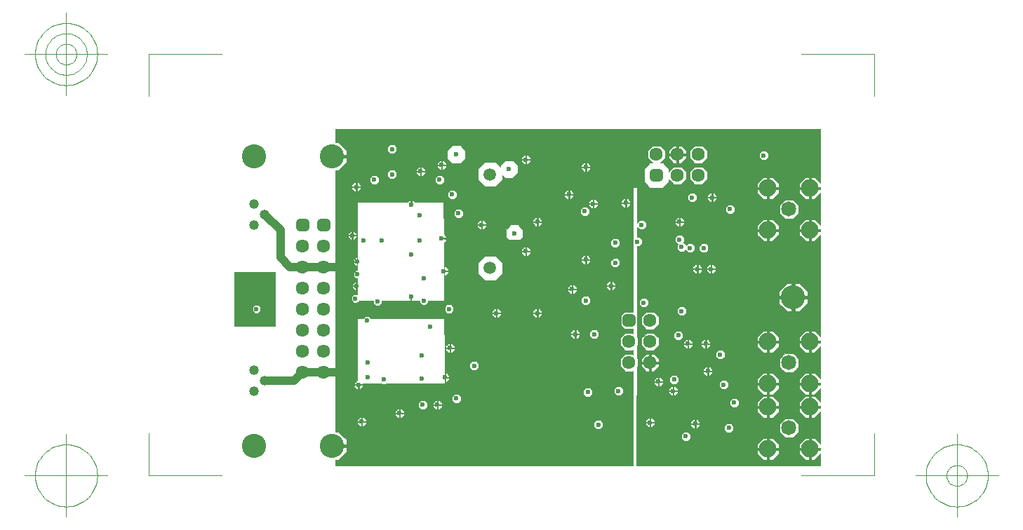
<source format=gbr>
G04 Generated by Ultiboard *
%FSLAX25Y25*%
%MOMM*%

%ADD10C,0.00100*%
%ADD11C,0.25400*%
%ADD12C,1.00000*%
%ADD13C,0.20000*%
%ADD14C,0.10000*%
%ADD15C,0.60000*%
%ADD16C,2.92100*%
%ADD17C,1.50000*%
%ADD18C,1.18516*%
%ADD19C,1.60884*%
%ADD20R,0.52908X0.52908*%
%ADD21C,0.99492*%
%ADD22C,1.82016*%
%ADD23C,2.11684*%


%LNCopper Inner 2*%
%LPD*%
%FSLAX25Y25*%
%MOMM*%
G54D10*
X6652203Y3509092D02*
X6625983Y3509092D01*
X6625983Y3509092D02*
X6549308Y3432417D01*
X6549308Y3432417D02*
X6549308Y3391754D01*
X6549308Y3391754D02*
X6652203Y3391754D01*
X6652203Y3391754D02*
X6652203Y3364646D01*
X6652203Y3364646D02*
X6549308Y3364646D01*
X6549308Y3364646D02*
X6549308Y3323983D01*
X6549308Y3323983D02*
X6625983Y3247308D01*
X6625983Y3247308D02*
X6652203Y3247308D01*
X6652203Y3247308D02*
X6652203Y3147003D01*
X6652203Y3147003D02*
X6278050Y3147003D01*
X6278050Y3147003D02*
X6245803Y3179250D01*
X6245803Y3179250D02*
X6200198Y3179250D01*
X6200198Y3179250D02*
X6167950Y3147003D01*
X6167950Y3147003D02*
X6029903Y3147003D01*
X6029903Y3147003D02*
X6029903Y3208850D01*
X6029903Y3208850D02*
X6062150Y3241098D01*
X6062150Y3241098D02*
X6062150Y3258199D01*
X6062150Y3258199D02*
X6029903Y3258199D01*
X6029903Y3258199D02*
X6029903Y3269601D01*
X6029903Y3269601D02*
X6062150Y3269601D01*
X6062150Y3269601D02*
X6062150Y3286703D01*
X6062150Y3286703D02*
X6029903Y3318950D01*
X6029903Y3318950D02*
X6029903Y4089350D01*
X6029903Y4089350D02*
X6652203Y4089350D01*
X6652203Y4089350D02*
X6652203Y3826950D01*
X6652203Y3826950D02*
X6606598Y3826950D01*
X6606598Y3826950D02*
X6574350Y3794703D01*
X6574350Y3794703D02*
X6574350Y3749098D01*
X6574350Y3749098D02*
X6606598Y3716850D01*
X6606598Y3716850D02*
X6652203Y3716850D01*
X6652203Y3716850D02*
X6652203Y3509092D01*
G36*
X6625983Y3826950D02*
X6625983Y4089350D01*
X6652203Y4089350D01*
X6652203Y3826950D01*
X6625983Y3826950D01*
G37*
X6625983Y3826950D02*
X6625983Y4089350D01*
X6625983Y4089350D02*
X6652203Y4089350D01*
X6652203Y4089350D02*
X6652203Y3826950D01*
X6652203Y3826950D02*
X6625983Y3826950D01*
G36*
X6625983Y3716850D02*
X6652203Y3716850D01*
X6652203Y3509092D01*
X6625983Y3509092D01*
X6625983Y3716850D01*
G37*
X6625983Y3716850D02*
X6652203Y3716850D01*
X6652203Y3716850D02*
X6652203Y3509092D01*
X6652203Y3509092D02*
X6625983Y3509092D01*
X6625983Y3509092D02*
X6625983Y3716850D01*
G36*
X6606598Y4089350D02*
X6625983Y4089350D01*
X6625983Y3826950D01*
X6606598Y3826950D01*
X6606598Y4089350D01*
G37*
X6606598Y4089350D02*
X6625983Y4089350D01*
X6625983Y4089350D02*
X6625983Y3826950D01*
X6625983Y3826950D02*
X6606598Y3826950D01*
X6606598Y3826950D02*
X6606598Y4089350D01*
G36*
X6029903Y3794703D02*
X6029903Y4089350D01*
X6606598Y4089350D01*
X6606598Y3826950D01*
X6574350Y3794703D01*
X6029903Y3794703D01*
G37*
X6029903Y3794703D02*
X6029903Y4089350D01*
X6029903Y4089350D02*
X6606598Y4089350D01*
X6606598Y4089350D02*
X6606598Y3826950D01*
X6606598Y3826950D02*
X6574350Y3794703D01*
X6574350Y3794703D02*
X6029903Y3794703D01*
G36*
X6574350Y3364646D02*
X6574350Y3391754D01*
X6652203Y3391754D01*
X6652203Y3364646D01*
X6574350Y3364646D01*
G37*
X6574350Y3364646D02*
X6574350Y3391754D01*
X6574350Y3391754D02*
X6652203Y3391754D01*
X6652203Y3391754D02*
X6652203Y3364646D01*
X6652203Y3364646D02*
X6574350Y3364646D01*
G36*
X6606598Y3489707D02*
X6606598Y3716850D01*
X6625983Y3716850D01*
X6625983Y3509092D01*
X6606598Y3489707D01*
G37*
X6606598Y3489707D02*
X6606598Y3716850D01*
X6606598Y3716850D02*
X6625983Y3716850D01*
X6625983Y3716850D02*
X6625983Y3509092D01*
X6625983Y3509092D02*
X6606598Y3489707D01*
G36*
X6606598Y3489707D02*
X6574350Y3457459D01*
X6574350Y3749098D01*
X6606598Y3716850D01*
X6606598Y3489707D01*
G37*
X6606598Y3489707D02*
X6574350Y3457459D01*
X6574350Y3457459D02*
X6574350Y3749098D01*
X6574350Y3749098D02*
X6606598Y3716850D01*
X6606598Y3716850D02*
X6606598Y3489707D01*
G36*
X6625983Y3147003D02*
X6625983Y3247308D01*
X6652203Y3247308D01*
X6652203Y3147003D01*
X6625983Y3147003D01*
G37*
X6625983Y3147003D02*
X6625983Y3247308D01*
X6625983Y3247308D02*
X6652203Y3247308D01*
X6652203Y3247308D02*
X6652203Y3147003D01*
X6652203Y3147003D02*
X6625983Y3147003D01*
G36*
X6625983Y3147003D02*
X6574350Y3147003D01*
X6574350Y3298941D01*
X6625983Y3247308D01*
X6625983Y3147003D01*
G37*
X6625983Y3147003D02*
X6574350Y3147003D01*
X6574350Y3147003D02*
X6574350Y3298941D01*
X6574350Y3298941D02*
X6625983Y3247308D01*
X6625983Y3247308D02*
X6625983Y3147003D01*
G36*
X6200198Y3794703D02*
X6245803Y3794703D01*
X6245803Y3179250D01*
X6200198Y3179250D01*
X6200198Y3794703D01*
G37*
X6200198Y3794703D02*
X6245803Y3794703D01*
X6245803Y3794703D02*
X6245803Y3179250D01*
X6245803Y3179250D02*
X6200198Y3179250D01*
X6200198Y3179250D02*
X6200198Y3794703D01*
G36*
X6245803Y3432417D02*
X6245803Y3794703D01*
X6574350Y3794703D01*
X6574350Y3457459D01*
X6549308Y3432417D01*
X6245803Y3432417D01*
G37*
X6245803Y3432417D02*
X6245803Y3794703D01*
X6245803Y3794703D02*
X6574350Y3794703D01*
X6574350Y3794703D02*
X6574350Y3457459D01*
X6574350Y3457459D02*
X6549308Y3432417D01*
X6549308Y3432417D02*
X6245803Y3432417D01*
G36*
X6200198Y3241098D02*
X6200198Y3179250D01*
X6167950Y3147003D01*
X6029903Y3147003D01*
X6029903Y3208850D01*
X6062150Y3241098D01*
X6200198Y3241098D01*
G37*
X6200198Y3241098D02*
X6200198Y3179250D01*
X6200198Y3179250D02*
X6167950Y3147003D01*
X6167950Y3147003D02*
X6029903Y3147003D01*
X6029903Y3147003D02*
X6029903Y3208850D01*
X6029903Y3208850D02*
X6062150Y3241098D01*
X6062150Y3241098D02*
X6200198Y3241098D01*
G36*
X6549308Y3391754D02*
X6574350Y3391754D01*
X6574350Y3364646D01*
X6549308Y3364646D01*
X6549308Y3391754D01*
G37*
X6549308Y3391754D02*
X6574350Y3391754D01*
X6574350Y3391754D02*
X6574350Y3364646D01*
X6574350Y3364646D02*
X6549308Y3364646D01*
X6549308Y3364646D02*
X6549308Y3391754D01*
G36*
X6549308Y3147003D02*
X6549308Y3323983D01*
X6574350Y3298941D01*
X6574350Y3147003D01*
X6549308Y3147003D01*
G37*
X6549308Y3147003D02*
X6549308Y3323983D01*
X6549308Y3323983D02*
X6574350Y3298941D01*
X6574350Y3298941D02*
X6574350Y3147003D01*
X6574350Y3147003D02*
X6549308Y3147003D01*
G36*
X6549308Y3147003D02*
X6278050Y3147003D01*
X6245803Y3179250D01*
X6245803Y3432417D01*
X6549308Y3432417D01*
X6549308Y3147003D01*
G37*
X6549308Y3147003D02*
X6278050Y3147003D01*
X6278050Y3147003D02*
X6245803Y3179250D01*
X6245803Y3179250D02*
X6245803Y3432417D01*
X6245803Y3432417D02*
X6549308Y3432417D01*
X6549308Y3432417D02*
X6549308Y3147003D01*
G36*
X6062150Y3258199D02*
X6029903Y3258199D01*
X6029903Y3269601D01*
X6062150Y3269601D01*
X6062150Y3258199D01*
G37*
X6062150Y3258199D02*
X6029903Y3258199D01*
X6029903Y3258199D02*
X6029903Y3269601D01*
X6029903Y3269601D02*
X6062150Y3269601D01*
X6062150Y3269601D02*
X6062150Y3258199D01*
G36*
X6062150Y3794703D02*
X6062150Y3286703D01*
X6029903Y3318950D01*
X6029903Y3794703D01*
X6062150Y3794703D01*
G37*
X6062150Y3794703D02*
X6062150Y3286703D01*
X6062150Y3286703D02*
X6029903Y3318950D01*
X6029903Y3318950D02*
X6029903Y3794703D01*
X6029903Y3794703D02*
X6062150Y3794703D01*
G36*
X6062150Y3794703D02*
X6200198Y3794703D01*
X6200198Y3241098D01*
X6062150Y3241098D01*
X6062150Y3794703D01*
G37*
X6062150Y3794703D02*
X6200198Y3794703D01*
X6200198Y3794703D02*
X6200198Y3241098D01*
X6200198Y3241098D02*
X6062150Y3241098D01*
X6062150Y3241098D02*
X6062150Y3794703D01*
X6625983Y3001092D02*
X6549308Y2924417D01*
X6549308Y2924417D02*
X6549308Y2883754D01*
X6549308Y2883754D02*
X6625983Y2883754D01*
X6625983Y2883754D02*
X6625983Y2856646D01*
X6625983Y2856646D02*
X6549308Y2856646D01*
X6549308Y2856646D02*
X6549308Y2815983D01*
X6549308Y2815983D02*
X6613741Y2751550D01*
X6613741Y2751550D02*
X5883100Y2751550D01*
X5883100Y2751550D02*
X5883100Y3147003D01*
X5883100Y3147003D02*
X6167950Y3147003D01*
X6167950Y3147003D02*
X6167950Y3101398D01*
X6167950Y3101398D02*
X6200198Y3069150D01*
X6200198Y3069150D02*
X6245803Y3069150D01*
X6245803Y3069150D02*
X6278050Y3101398D01*
X6278050Y3101398D02*
X6278050Y3147003D01*
X6278050Y3147003D02*
X6625983Y3147003D01*
X6625983Y3147003D02*
X6625983Y3001092D01*
G36*
X6549308Y2883754D02*
X6625983Y2883754D01*
X6625983Y2856646D01*
X6549308Y2856646D01*
X6549308Y2883754D01*
G37*
X6549308Y2883754D02*
X6625983Y2883754D01*
X6625983Y2883754D02*
X6625983Y2856646D01*
X6625983Y2856646D02*
X6549308Y2856646D01*
X6549308Y2856646D02*
X6549308Y2883754D01*
G36*
X6549308Y2751550D02*
X6549308Y2815983D01*
X6613741Y2751550D01*
X6549308Y2751550D01*
G37*
X6549308Y2751550D02*
X6549308Y2815983D01*
X6549308Y2815983D02*
X6613741Y2751550D01*
X6613741Y2751550D02*
X6549308Y2751550D01*
G36*
X6549308Y2751550D02*
X5883100Y2751550D01*
X5883100Y2924417D01*
X6549308Y2924417D01*
X6549308Y2751550D01*
G37*
X6549308Y2751550D02*
X5883100Y2751550D01*
X5883100Y2751550D02*
X5883100Y2924417D01*
X5883100Y2924417D02*
X6549308Y2924417D01*
X6549308Y2924417D02*
X6549308Y2751550D01*
G36*
X6167950Y2924417D02*
X5883100Y2924417D01*
X5883100Y3147003D01*
X6167950Y3147003D01*
X6167950Y2924417D01*
G37*
X6167950Y2924417D02*
X5883100Y2924417D01*
X5883100Y2924417D02*
X5883100Y3147003D01*
X5883100Y3147003D02*
X6167950Y3147003D01*
X6167950Y3147003D02*
X6167950Y2924417D01*
G36*
X6200198Y2924417D02*
X6167950Y2924417D01*
X6167950Y3101398D01*
X6200198Y3069150D01*
X6200198Y2924417D01*
G37*
X6200198Y2924417D02*
X6167950Y2924417D01*
X6167950Y2924417D02*
X6167950Y3101398D01*
X6167950Y3101398D02*
X6200198Y3069150D01*
X6200198Y3069150D02*
X6200198Y2924417D01*
G36*
X6245803Y2924417D02*
X6200198Y2924417D01*
X6200198Y3069150D01*
X6245803Y3069150D01*
X6245803Y2924417D01*
G37*
X6245803Y2924417D02*
X6200198Y2924417D01*
X6200198Y2924417D02*
X6200198Y3069150D01*
X6200198Y3069150D02*
X6245803Y3069150D01*
X6245803Y3069150D02*
X6245803Y2924417D01*
G36*
X6625983Y3101398D02*
X6278050Y3101398D01*
X6278050Y3147003D01*
X6625983Y3147003D01*
X6625983Y3101398D01*
G37*
X6625983Y3101398D02*
X6278050Y3101398D01*
X6278050Y3101398D02*
X6278050Y3147003D01*
X6278050Y3147003D02*
X6625983Y3147003D01*
X6625983Y3147003D02*
X6625983Y3101398D01*
G36*
X6625983Y3101398D02*
X6625983Y3001092D01*
X6549308Y2924417D01*
X6245803Y2924417D01*
X6245803Y3069150D01*
X6278050Y3101398D01*
X6625983Y3101398D01*
G37*
X6625983Y3101398D02*
X6625983Y3001092D01*
X6625983Y3001092D02*
X6549308Y2924417D01*
X6549308Y2924417D02*
X6245803Y2924417D01*
X6245803Y2924417D02*
X6245803Y3069150D01*
X6245803Y3069150D02*
X6278050Y3101398D01*
X6278050Y3101398D02*
X6625983Y3101398D01*
X7121741Y2751550D02*
X7133983Y2739308D01*
X7133983Y2739308D02*
X7174646Y2739308D01*
X7174646Y2739308D02*
X7174646Y2751550D01*
X7174646Y2751550D02*
X7201754Y2751550D01*
X7201754Y2751550D02*
X7201754Y2739308D01*
X7201754Y2739308D02*
X7242417Y2739308D01*
X7242417Y2739308D02*
X7254659Y2751550D01*
X7254659Y2751550D02*
X7315150Y2751550D01*
X7315150Y2751550D02*
X7315150Y2377498D01*
X7315150Y2377498D02*
X6049450Y2377498D01*
X6049450Y2377498D02*
X6049450Y2394599D01*
X6049450Y2394599D02*
X6017203Y2394599D01*
X6017203Y2394599D02*
X6017203Y2406001D01*
X6017203Y2406001D02*
X6049450Y2406001D01*
X6049450Y2406001D02*
X6049450Y2423103D01*
X6049450Y2423103D02*
X6017203Y2455350D01*
X6017203Y2455350D02*
X6017203Y2751550D01*
X6017203Y2751550D02*
X6613741Y2751550D01*
X6613741Y2751550D02*
X6625983Y2739308D01*
X6625983Y2739308D02*
X6666646Y2739308D01*
X6666646Y2739308D02*
X6666646Y2751550D01*
X6666646Y2751550D02*
X6693754Y2751550D01*
X6693754Y2751550D02*
X6693754Y2739308D01*
X6693754Y2739308D02*
X6734417Y2739308D01*
X6734417Y2739308D02*
X6746659Y2751550D01*
X6746659Y2751550D02*
X7121741Y2751550D01*
G36*
X7174646Y2739308D02*
X7174646Y2751550D01*
X7201754Y2751550D01*
X7201754Y2739308D01*
X7174646Y2739308D01*
G37*
X7174646Y2739308D02*
X7174646Y2751550D01*
X7174646Y2751550D02*
X7201754Y2751550D01*
X7201754Y2751550D02*
X7201754Y2739308D01*
X7201754Y2739308D02*
X7174646Y2739308D01*
G36*
X7315150Y2739308D02*
X7242417Y2739308D01*
X7254659Y2751550D01*
X7315150Y2751550D01*
X7315150Y2739308D01*
G37*
X7315150Y2739308D02*
X7242417Y2739308D01*
X7242417Y2739308D02*
X7254659Y2751550D01*
X7254659Y2751550D02*
X7315150Y2751550D01*
X7315150Y2751550D02*
X7315150Y2739308D01*
G36*
X7315150Y2739308D02*
X7315150Y2377498D01*
X7133983Y2377498D01*
X7133983Y2739308D01*
X7315150Y2739308D01*
G37*
X7315150Y2739308D02*
X7315150Y2377498D01*
X7315150Y2377498D02*
X7133983Y2377498D01*
X7133983Y2377498D02*
X7133983Y2739308D01*
X7133983Y2739308D02*
X7315150Y2739308D01*
G36*
X6049450Y2394599D02*
X6017203Y2394599D01*
X6017203Y2406001D01*
X6049450Y2406001D01*
X6049450Y2394599D01*
G37*
X6049450Y2394599D02*
X6017203Y2394599D01*
X6017203Y2394599D02*
X6017203Y2406001D01*
X6017203Y2406001D02*
X6049450Y2406001D01*
X6049450Y2406001D02*
X6049450Y2394599D01*
G36*
X6049450Y2751550D02*
X6049450Y2423103D01*
X6017203Y2455350D01*
X6017203Y2751550D01*
X6049450Y2751550D01*
G37*
X6049450Y2751550D02*
X6049450Y2423103D01*
X6049450Y2423103D02*
X6017203Y2455350D01*
X6017203Y2455350D02*
X6017203Y2751550D01*
X6017203Y2751550D02*
X6049450Y2751550D01*
G36*
X6625983Y2377498D02*
X6049450Y2377498D01*
X6049450Y2751550D01*
X6613741Y2751550D01*
X6625983Y2739308D01*
X6625983Y2377498D01*
G37*
X6625983Y2377498D02*
X6049450Y2377498D01*
X6049450Y2377498D02*
X6049450Y2751550D01*
X6049450Y2751550D02*
X6613741Y2751550D01*
X6613741Y2751550D02*
X6625983Y2739308D01*
X6625983Y2739308D02*
X6625983Y2377498D01*
G36*
X6666646Y2739308D02*
X6666646Y2751550D01*
X6693754Y2751550D01*
X6693754Y2739308D01*
X6666646Y2739308D01*
G37*
X6666646Y2739308D02*
X6666646Y2751550D01*
X6666646Y2751550D02*
X6693754Y2751550D01*
X6693754Y2751550D02*
X6693754Y2739308D01*
X6693754Y2739308D02*
X6666646Y2739308D01*
G36*
X6734417Y2739308D02*
X6746659Y2751550D01*
X7121741Y2751550D01*
X7133983Y2739308D01*
X6734417Y2739308D01*
G37*
X6734417Y2739308D02*
X6746659Y2751550D01*
X6746659Y2751550D02*
X7121741Y2751550D01*
X7121741Y2751550D02*
X7133983Y2739308D01*
X7133983Y2739308D02*
X6734417Y2739308D01*
G36*
X7133983Y2739308D02*
X7133983Y2377498D01*
X6625983Y2377498D01*
X6625983Y2739308D01*
X7133983Y2739308D01*
G37*
X7133983Y2739308D02*
X7133983Y2377498D01*
X7133983Y2377498D02*
X6625983Y2377498D01*
X6625983Y2377498D02*
X6625983Y2739308D01*
X6625983Y2739308D02*
X7133983Y2739308D01*
X6914128Y2228500D02*
X6813900Y2128272D01*
X6813900Y2128272D02*
X6813900Y2075118D01*
X6813900Y2075118D02*
X6914128Y2075118D01*
X6914128Y2075118D02*
X6914128Y2039682D01*
X6914128Y2039682D02*
X6813900Y2039682D01*
X6813900Y2039682D02*
X6813900Y1986528D01*
X6813900Y1986528D02*
X5953703Y1986528D01*
X5953703Y1986528D02*
X5953703Y2363145D01*
X5953703Y2363145D02*
X5971598Y2345250D01*
X5971598Y2345250D02*
X5988699Y2345250D01*
X5988699Y2345250D02*
X5988699Y2377498D01*
X5988699Y2377498D02*
X6000101Y2377498D01*
X6000101Y2377498D02*
X6000101Y2345250D01*
X6000101Y2345250D02*
X6017203Y2345250D01*
X6017203Y2345250D02*
X6049450Y2377498D01*
X6049450Y2377498D02*
X6914128Y2377498D01*
X6914128Y2377498D02*
X6914128Y2228500D01*
G36*
X6813900Y2075118D02*
X6914128Y2075118D01*
X6914128Y2039682D01*
X6813900Y2039682D01*
X6813900Y2075118D01*
G37*
X6813900Y2075118D02*
X6914128Y2075118D01*
X6914128Y2075118D02*
X6914128Y2039682D01*
X6914128Y2039682D02*
X6813900Y2039682D01*
X6813900Y2039682D02*
X6813900Y2075118D01*
G36*
X6813900Y1986528D02*
X5953703Y1986528D01*
X5953703Y2128272D01*
X6813900Y2128272D01*
X6813900Y1986528D01*
G37*
X6813900Y1986528D02*
X5953703Y1986528D01*
X5953703Y1986528D02*
X5953703Y2128272D01*
X5953703Y2128272D02*
X6813900Y2128272D01*
X6813900Y2128272D02*
X6813900Y1986528D01*
G36*
X5971598Y2128272D02*
X5953703Y2128272D01*
X5953703Y2363145D01*
X5971598Y2345250D01*
X5971598Y2128272D01*
G37*
X5971598Y2128272D02*
X5953703Y2128272D01*
X5953703Y2128272D02*
X5953703Y2363145D01*
X5953703Y2363145D02*
X5971598Y2345250D01*
X5971598Y2345250D02*
X5971598Y2128272D01*
G36*
X5988699Y2345250D02*
X5988699Y2377498D01*
X6000101Y2377498D01*
X6000101Y2345250D01*
X5988699Y2345250D01*
G37*
X5988699Y2345250D02*
X5988699Y2377498D01*
X5988699Y2377498D02*
X6000101Y2377498D01*
X6000101Y2377498D02*
X6000101Y2345250D01*
X6000101Y2345250D02*
X5988699Y2345250D01*
G36*
X6914128Y2345250D02*
X6017203Y2345250D01*
X6049450Y2377498D01*
X6914128Y2377498D01*
X6914128Y2345250D01*
G37*
X6914128Y2345250D02*
X6017203Y2345250D01*
X6017203Y2345250D02*
X6049450Y2377498D01*
X6049450Y2377498D02*
X6914128Y2377498D01*
X6914128Y2377498D02*
X6914128Y2345250D01*
G36*
X6914128Y2345250D02*
X6914128Y2228500D01*
X6813900Y2128272D01*
X5971598Y2128272D01*
X5971598Y2345250D01*
X6914128Y2345250D01*
G37*
X6914128Y2345250D02*
X6914128Y2228500D01*
X6914128Y2228500D02*
X6813900Y2128272D01*
X6813900Y2128272D02*
X5971598Y2128272D01*
X5971598Y2128272D02*
X5971598Y2345250D01*
X5971598Y2345250D02*
X6914128Y2345250D01*
X6625983Y1654892D02*
X6549308Y1578217D01*
X6549308Y1578217D02*
X6549308Y1537554D01*
X6549308Y1537554D02*
X6625983Y1537554D01*
X6625983Y1537554D02*
X6625983Y1510446D01*
X6625983Y1510446D02*
X6549308Y1510446D01*
X6549308Y1510446D02*
X6549308Y1475798D01*
X6549308Y1475798D02*
X5985950Y1475798D01*
X5985950Y1475798D02*
X5985950Y1492899D01*
X5985950Y1492899D02*
X5953703Y1492899D01*
X5953703Y1492899D02*
X5953703Y1504301D01*
X5953703Y1504301D02*
X5985950Y1504301D01*
X5985950Y1504301D02*
X5985950Y1521403D01*
X5985950Y1521403D02*
X5953703Y1553650D01*
X5953703Y1553650D02*
X5953703Y1986528D01*
X5953703Y1986528D02*
X6625983Y1986528D01*
X6625983Y1986528D02*
X6625983Y1654892D01*
G36*
X5953703Y1578217D02*
X5953703Y1986528D01*
X6625983Y1986528D01*
X6625983Y1654892D01*
X6549308Y1578217D01*
X5953703Y1578217D01*
G37*
X5953703Y1578217D02*
X5953703Y1986528D01*
X5953703Y1986528D02*
X6625983Y1986528D01*
X6625983Y1986528D02*
X6625983Y1654892D01*
X6625983Y1654892D02*
X6549308Y1578217D01*
X6549308Y1578217D02*
X5953703Y1578217D01*
G36*
X6549308Y1537554D02*
X6625983Y1537554D01*
X6625983Y1510446D01*
X6549308Y1510446D01*
X6549308Y1537554D01*
G37*
X6549308Y1537554D02*
X6625983Y1537554D01*
X6625983Y1537554D02*
X6625983Y1510446D01*
X6625983Y1510446D02*
X6549308Y1510446D01*
X6549308Y1510446D02*
X6549308Y1537554D01*
G36*
X5985950Y1492899D02*
X5953703Y1492899D01*
X5953703Y1504301D01*
X5985950Y1504301D01*
X5985950Y1492899D01*
G37*
X5985950Y1492899D02*
X5953703Y1492899D01*
X5953703Y1492899D02*
X5953703Y1504301D01*
X5953703Y1504301D02*
X5985950Y1504301D01*
X5985950Y1504301D02*
X5985950Y1492899D01*
G36*
X5985950Y1578217D02*
X5985950Y1521403D01*
X5953703Y1553650D01*
X5953703Y1578217D01*
X5985950Y1578217D01*
G37*
X5985950Y1578217D02*
X5985950Y1521403D01*
X5985950Y1521403D02*
X5953703Y1553650D01*
X5953703Y1553650D02*
X5953703Y1578217D01*
X5953703Y1578217D02*
X5985950Y1578217D01*
G36*
X5985950Y1578217D02*
X6549308Y1578217D01*
X6549308Y1475798D01*
X5985950Y1475798D01*
X5985950Y1578217D01*
G37*
X5985950Y1578217D02*
X6549308Y1578217D01*
X6549308Y1578217D02*
X6549308Y1475798D01*
X6549308Y1475798D02*
X5985950Y1475798D01*
X5985950Y1475798D02*
X5985950Y1578217D01*
X7057308Y1475798D02*
X7057308Y1469783D01*
X7057308Y1469783D02*
X7133983Y1393108D01*
X7133983Y1393108D02*
X7174646Y1393108D01*
X7174646Y1393108D02*
X7174646Y1475798D01*
X7174646Y1475798D02*
X7201754Y1475798D01*
X7201754Y1475798D02*
X7201754Y1393108D01*
X7201754Y1393108D02*
X7242417Y1393108D01*
X7242417Y1393108D02*
X7315150Y1465841D01*
X7315150Y1465841D02*
X7315150Y1363250D01*
X7315150Y1363250D02*
X7005081Y1363250D01*
X7005081Y1363250D02*
X6982273Y1386058D01*
X6982273Y1386058D02*
X6886127Y1386058D01*
X6886127Y1386058D02*
X6863319Y1363250D01*
X6863319Y1363250D02*
X6157400Y1363250D01*
X6157400Y1363250D02*
X6157400Y1388053D01*
X6157400Y1388053D02*
X6125153Y1420300D01*
X6125153Y1420300D02*
X6079548Y1420300D01*
X6079548Y1420300D02*
X6047300Y1388053D01*
X6047300Y1388053D02*
X6047300Y1363250D01*
X6047300Y1363250D02*
X5883100Y1363250D01*
X5883100Y1363250D02*
X5883100Y1468548D01*
X5883100Y1468548D02*
X5908098Y1443550D01*
X5908098Y1443550D02*
X5925199Y1443550D01*
X5925199Y1443550D02*
X5925199Y1475798D01*
X5925199Y1475798D02*
X5936601Y1475798D01*
X5936601Y1475798D02*
X5936601Y1443550D01*
X5936601Y1443550D02*
X5953703Y1443550D01*
X5953703Y1443550D02*
X5985950Y1475798D01*
X5985950Y1475798D02*
X6549308Y1475798D01*
X6549308Y1475798D02*
X6549308Y1469783D01*
X6549308Y1469783D02*
X6625983Y1393108D01*
X6625983Y1393108D02*
X6666646Y1393108D01*
X6666646Y1393108D02*
X6666646Y1475798D01*
X6666646Y1475798D02*
X6693754Y1475798D01*
X6693754Y1475798D02*
X6693754Y1393108D01*
X6693754Y1393108D02*
X6734417Y1393108D01*
X6734417Y1393108D02*
X6811092Y1469783D01*
X6811092Y1469783D02*
X6811092Y1475798D01*
X6811092Y1475798D02*
X7057308Y1475798D01*
G36*
X7133983Y1363250D02*
X7057308Y1363250D01*
X7057308Y1469783D01*
X7133983Y1393108D01*
X7133983Y1363250D01*
G37*
X7133983Y1363250D02*
X7057308Y1363250D01*
X7057308Y1363250D02*
X7057308Y1469783D01*
X7057308Y1469783D02*
X7133983Y1393108D01*
X7133983Y1393108D02*
X7133983Y1363250D01*
G36*
X6982273Y1475798D02*
X7057308Y1475798D01*
X7057308Y1363250D01*
X7005081Y1363250D01*
X6982273Y1386058D01*
X6982273Y1475798D01*
G37*
X6982273Y1475798D02*
X7057308Y1475798D01*
X7057308Y1475798D02*
X7057308Y1363250D01*
X7057308Y1363250D02*
X7005081Y1363250D01*
X7005081Y1363250D02*
X6982273Y1386058D01*
X6982273Y1386058D02*
X6982273Y1475798D01*
G36*
X7174646Y1393108D02*
X7174646Y1475798D01*
X7201754Y1475798D01*
X7201754Y1393108D01*
X7174646Y1393108D01*
G37*
X7174646Y1393108D02*
X7174646Y1475798D01*
X7174646Y1475798D02*
X7201754Y1475798D01*
X7201754Y1475798D02*
X7201754Y1393108D01*
X7201754Y1393108D02*
X7174646Y1393108D01*
G36*
X7315150Y1393108D02*
X7242417Y1393108D01*
X7315150Y1465841D01*
X7315150Y1393108D01*
G37*
X7315150Y1393108D02*
X7242417Y1393108D01*
X7242417Y1393108D02*
X7315150Y1465841D01*
X7315150Y1465841D02*
X7315150Y1393108D01*
G36*
X7315150Y1393108D02*
X7315150Y1363250D01*
X7133983Y1363250D01*
X7133983Y1393108D01*
X7315150Y1393108D01*
G37*
X7315150Y1393108D02*
X7315150Y1363250D01*
X7315150Y1363250D02*
X7133983Y1363250D01*
X7133983Y1363250D02*
X7133983Y1393108D01*
X7133983Y1393108D02*
X7315150Y1393108D01*
G36*
X6886127Y1475798D02*
X6982273Y1475798D01*
X6982273Y1386058D01*
X6886127Y1386058D01*
X6886127Y1475798D01*
G37*
X6886127Y1475798D02*
X6982273Y1475798D01*
X6982273Y1475798D02*
X6982273Y1386058D01*
X6982273Y1386058D02*
X6886127Y1386058D01*
X6886127Y1386058D02*
X6886127Y1475798D01*
G36*
X6125153Y1475798D02*
X6157400Y1475798D01*
X6157400Y1388053D01*
X6125153Y1420300D01*
X6125153Y1475798D01*
G37*
X6125153Y1475798D02*
X6157400Y1475798D01*
X6157400Y1475798D02*
X6157400Y1388053D01*
X6157400Y1388053D02*
X6125153Y1420300D01*
X6125153Y1420300D02*
X6125153Y1475798D01*
G36*
X6549308Y1363250D02*
X6157400Y1363250D01*
X6157400Y1475798D01*
X6549308Y1475798D01*
X6549308Y1363250D01*
G37*
X6549308Y1363250D02*
X6157400Y1363250D01*
X6157400Y1363250D02*
X6157400Y1475798D01*
X6157400Y1475798D02*
X6549308Y1475798D01*
X6549308Y1475798D02*
X6549308Y1363250D01*
G36*
X6079548Y1475798D02*
X6125153Y1475798D01*
X6125153Y1420300D01*
X6079548Y1420300D01*
X6079548Y1475798D01*
G37*
X6079548Y1475798D02*
X6125153Y1475798D01*
X6125153Y1475798D02*
X6125153Y1420300D01*
X6125153Y1420300D02*
X6079548Y1420300D01*
X6079548Y1420300D02*
X6079548Y1475798D01*
G36*
X6625983Y1363250D02*
X6549308Y1363250D01*
X6549308Y1469783D01*
X6625983Y1393108D01*
X6625983Y1363250D01*
G37*
X6625983Y1363250D02*
X6549308Y1363250D01*
X6549308Y1363250D02*
X6549308Y1469783D01*
X6549308Y1469783D02*
X6625983Y1393108D01*
X6625983Y1393108D02*
X6625983Y1363250D01*
G36*
X5883100Y1388053D02*
X6047300Y1388053D01*
X6047300Y1363250D01*
X5883100Y1363250D01*
X5883100Y1388053D01*
G37*
X5883100Y1388053D02*
X6047300Y1388053D01*
X6047300Y1388053D02*
X6047300Y1363250D01*
X6047300Y1363250D02*
X5883100Y1363250D01*
X5883100Y1363250D02*
X5883100Y1388053D01*
G36*
X6666646Y1393108D02*
X6666646Y1475798D01*
X6693754Y1475798D01*
X6693754Y1393108D01*
X6666646Y1393108D01*
G37*
X6666646Y1393108D02*
X6666646Y1475798D01*
X6666646Y1475798D02*
X6693754Y1475798D01*
X6693754Y1475798D02*
X6693754Y1393108D01*
X6693754Y1393108D02*
X6666646Y1393108D01*
G36*
X6886127Y1393108D02*
X6886127Y1386058D01*
X6863319Y1363250D01*
X6625983Y1363250D01*
X6625983Y1393108D01*
X6886127Y1393108D01*
G37*
X6886127Y1393108D02*
X6886127Y1386058D01*
X6886127Y1386058D02*
X6863319Y1363250D01*
X6863319Y1363250D02*
X6625983Y1363250D01*
X6625983Y1363250D02*
X6625983Y1393108D01*
X6625983Y1393108D02*
X6886127Y1393108D01*
G36*
X5908098Y1388053D02*
X5883100Y1388053D01*
X5883100Y1468548D01*
X5908098Y1443550D01*
X5908098Y1388053D01*
G37*
X5908098Y1388053D02*
X5883100Y1388053D01*
X5883100Y1388053D02*
X5883100Y1468548D01*
X5883100Y1468548D02*
X5908098Y1443550D01*
X5908098Y1443550D02*
X5908098Y1388053D01*
G36*
X6886127Y1469783D02*
X6811092Y1469783D01*
X6811092Y1475798D01*
X6886127Y1475798D01*
X6886127Y1469783D01*
G37*
X6886127Y1469783D02*
X6811092Y1469783D01*
X6811092Y1469783D02*
X6811092Y1475798D01*
X6811092Y1475798D02*
X6886127Y1475798D01*
X6886127Y1475798D02*
X6886127Y1469783D01*
G36*
X6886127Y1469783D02*
X6886127Y1393108D01*
X6734417Y1393108D01*
X6811092Y1469783D01*
X6886127Y1469783D01*
G37*
X6886127Y1469783D02*
X6886127Y1393108D01*
X6886127Y1393108D02*
X6734417Y1393108D01*
X6734417Y1393108D02*
X6811092Y1469783D01*
X6811092Y1469783D02*
X6886127Y1469783D01*
G36*
X5925199Y1443550D02*
X5925199Y1475798D01*
X5936601Y1475798D01*
X5936601Y1443550D01*
X5925199Y1443550D01*
G37*
X5925199Y1443550D02*
X5925199Y1475798D01*
X5925199Y1475798D02*
X5936601Y1475798D01*
X5936601Y1475798D02*
X5936601Y1443550D01*
X5936601Y1443550D02*
X5925199Y1443550D01*
G36*
X6079548Y1443550D02*
X5953703Y1443550D01*
X5985950Y1475798D01*
X6079548Y1475798D01*
X6079548Y1443550D01*
G37*
X6079548Y1443550D02*
X5953703Y1443550D01*
X5953703Y1443550D02*
X5985950Y1475798D01*
X5985950Y1475798D02*
X6079548Y1475798D01*
X6079548Y1475798D02*
X6079548Y1443550D01*
G36*
X6079548Y1443550D02*
X6079548Y1420300D01*
X6047300Y1388053D01*
X5908098Y1388053D01*
X5908098Y1443550D01*
X6079548Y1443550D01*
G37*
X6079548Y1443550D02*
X6079548Y1420300D01*
X6079548Y1420300D02*
X6047300Y1388053D01*
X6047300Y1388053D02*
X5908098Y1388053D01*
X5908098Y1388053D02*
X5908098Y1443550D01*
X5908098Y1443550D02*
X6079548Y1443550D01*
X6863319Y1363250D02*
X6818142Y1318073D01*
X6818142Y1318073D02*
X6818142Y1221927D01*
X6818142Y1221927D02*
X6848866Y1191203D01*
X6848866Y1191203D02*
X6011350Y1191203D01*
X6011350Y1191203D02*
X5979103Y1223450D01*
X5979103Y1223450D02*
X5962001Y1223450D01*
X5962001Y1223450D02*
X5962001Y1191203D01*
X5962001Y1191203D02*
X5950599Y1191203D01*
X5950599Y1191203D02*
X5950599Y1223450D01*
X5950599Y1223450D02*
X5933498Y1223450D01*
X5933498Y1223450D02*
X5901250Y1191203D01*
X5901250Y1191203D02*
X5883100Y1191203D01*
X5883100Y1191203D02*
X5883100Y1363250D01*
X5883100Y1363250D02*
X6047300Y1363250D01*
X6047300Y1363250D02*
X6047300Y1342448D01*
X6047300Y1342448D02*
X6079548Y1310200D01*
X6079548Y1310200D02*
X6125153Y1310200D01*
X6125153Y1310200D02*
X6157400Y1342448D01*
X6157400Y1342448D02*
X6157400Y1363250D01*
X6157400Y1363250D02*
X6863319Y1363250D01*
G36*
X6047300Y1318073D02*
X6047300Y1342448D01*
X6071675Y1318073D01*
X6047300Y1318073D01*
G37*
X6047300Y1318073D02*
X6047300Y1342448D01*
X6047300Y1342448D02*
X6071675Y1318073D01*
X6071675Y1318073D02*
X6047300Y1318073D01*
G36*
X6047300Y1318073D02*
X5883100Y1318073D01*
X5883100Y1363250D01*
X6047300Y1363250D01*
X6047300Y1318073D01*
G37*
X6047300Y1318073D02*
X5883100Y1318073D01*
X5883100Y1318073D02*
X5883100Y1363250D01*
X5883100Y1363250D02*
X6047300Y1363250D01*
X6047300Y1363250D02*
X6047300Y1318073D01*
G36*
X6842516Y1342448D02*
X6157400Y1342448D01*
X6157400Y1363250D01*
X6863319Y1363250D01*
X6842516Y1342448D01*
G37*
X6842516Y1342448D02*
X6157400Y1342448D01*
X6157400Y1342448D02*
X6157400Y1363250D01*
X6157400Y1363250D02*
X6863319Y1363250D01*
X6863319Y1363250D02*
X6842516Y1342448D01*
G36*
X6842516Y1342448D02*
X6818142Y1318073D01*
X6133025Y1318073D01*
X6157400Y1342448D01*
X6842516Y1342448D01*
G37*
X6842516Y1342448D02*
X6818142Y1318073D01*
X6818142Y1318073D02*
X6133025Y1318073D01*
X6133025Y1318073D02*
X6157400Y1342448D01*
X6157400Y1342448D02*
X6842516Y1342448D01*
G36*
X6125153Y1191203D02*
X6079548Y1191203D01*
X6079548Y1310200D01*
X6125153Y1310200D01*
X6125153Y1191203D01*
G37*
X6125153Y1191203D02*
X6079548Y1191203D01*
X6079548Y1191203D02*
X6079548Y1310200D01*
X6079548Y1310200D02*
X6125153Y1310200D01*
X6125153Y1310200D02*
X6125153Y1191203D01*
G36*
X5979103Y1318073D02*
X6071675Y1318073D01*
X6079548Y1310200D01*
X6079548Y1191203D01*
X6011350Y1191203D01*
X5979103Y1223450D01*
X5979103Y1318073D01*
G37*
X5979103Y1318073D02*
X6071675Y1318073D01*
X6071675Y1318073D02*
X6079548Y1310200D01*
X6079548Y1310200D02*
X6079548Y1191203D01*
X6079548Y1191203D02*
X6011350Y1191203D01*
X6011350Y1191203D02*
X5979103Y1223450D01*
X5979103Y1223450D02*
X5979103Y1318073D01*
G36*
X6818142Y1191203D02*
X6818142Y1221927D01*
X6848866Y1191203D01*
X6818142Y1191203D01*
G37*
X6818142Y1191203D02*
X6818142Y1221927D01*
X6818142Y1221927D02*
X6848866Y1191203D01*
X6848866Y1191203D02*
X6818142Y1191203D01*
G36*
X6818142Y1191203D02*
X6125153Y1191203D01*
X6125153Y1310200D01*
X6133025Y1318073D01*
X6818142Y1318073D01*
X6818142Y1191203D01*
G37*
X6818142Y1191203D02*
X6125153Y1191203D01*
X6125153Y1191203D02*
X6125153Y1310200D01*
X6125153Y1310200D02*
X6133025Y1318073D01*
X6133025Y1318073D02*
X6818142Y1318073D01*
X6818142Y1318073D02*
X6818142Y1191203D01*
G36*
X5962001Y1223450D02*
X5962001Y1191203D01*
X5950599Y1191203D01*
X5950599Y1223450D01*
X5962001Y1223450D01*
G37*
X5962001Y1223450D02*
X5962001Y1191203D01*
X5962001Y1191203D02*
X5950599Y1191203D01*
X5950599Y1191203D02*
X5950599Y1223450D01*
X5950599Y1223450D02*
X5962001Y1223450D01*
G36*
X5883100Y1223450D02*
X5933498Y1223450D01*
X5901250Y1191203D01*
X5883100Y1191203D01*
X5883100Y1223450D01*
G37*
X5883100Y1223450D02*
X5933498Y1223450D01*
X5933498Y1223450D02*
X5901250Y1191203D01*
X5901250Y1191203D02*
X5883100Y1191203D01*
X5883100Y1191203D02*
X5883100Y1223450D01*
G36*
X5883100Y1223450D02*
X5883100Y1318073D01*
X5979103Y1318073D01*
X5979103Y1223450D01*
X5883100Y1223450D01*
G37*
X5883100Y1223450D02*
X5883100Y1318073D01*
X5883100Y1318073D02*
X5979103Y1318073D01*
X5979103Y1318073D02*
X5979103Y1223450D01*
X5979103Y1223450D02*
X5883100Y1223450D01*
X7243712Y1145598D02*
X7242417Y1146892D01*
X7242417Y1146892D02*
X7201754Y1146892D01*
X7201754Y1146892D02*
X7201754Y1145598D01*
X7201754Y1145598D02*
X7174646Y1145598D01*
X7174646Y1145598D02*
X7174646Y1146892D01*
X7174646Y1146892D02*
X7133983Y1146892D01*
X7133983Y1146892D02*
X7132689Y1145598D01*
X7132689Y1145598D02*
X6735712Y1145598D01*
X6735712Y1145598D02*
X6734417Y1146892D01*
X6734417Y1146892D02*
X6693754Y1146892D01*
X6693754Y1146892D02*
X6693754Y1145598D01*
X6693754Y1145598D02*
X6666646Y1145598D01*
X6666646Y1145598D02*
X6666646Y1146892D01*
X6666646Y1146892D02*
X6625983Y1146892D01*
X6625983Y1146892D02*
X6624689Y1145598D01*
X6624689Y1145598D02*
X6011350Y1145598D01*
X6011350Y1145598D02*
X6011350Y1162699D01*
X6011350Y1162699D02*
X5962001Y1162699D01*
X5962001Y1162699D02*
X5962001Y1145598D01*
X5962001Y1145598D02*
X5950599Y1145598D01*
X5950599Y1145598D02*
X5950599Y1162699D01*
X5950599Y1162699D02*
X5901250Y1162699D01*
X5901250Y1162699D02*
X5901250Y1145598D01*
X5901250Y1145598D02*
X5883100Y1145598D01*
X5883100Y1145598D02*
X5883100Y1191203D01*
X5883100Y1191203D02*
X5901250Y1191203D01*
X5901250Y1191203D02*
X5901250Y1174101D01*
X5901250Y1174101D02*
X5950599Y1174101D01*
X5950599Y1174101D02*
X5950599Y1191203D01*
X5950599Y1191203D02*
X5962001Y1191203D01*
X5962001Y1191203D02*
X5962001Y1174101D01*
X5962001Y1174101D02*
X6011350Y1174101D01*
X6011350Y1174101D02*
X6011350Y1191203D01*
X6011350Y1191203D02*
X6848866Y1191203D01*
X6848866Y1191203D02*
X6886127Y1153942D01*
X6886127Y1153942D02*
X6982273Y1153942D01*
X6982273Y1153942D02*
X7019534Y1191203D01*
X7019534Y1191203D02*
X7315150Y1191203D01*
X7315150Y1191203D02*
X7315150Y1145598D01*
X7315150Y1145598D02*
X7243712Y1145598D01*
G36*
X7242417Y1191203D02*
X7315150Y1191203D01*
X7315150Y1145598D01*
X7243712Y1145598D01*
X7242417Y1146892D01*
X7242417Y1191203D01*
G37*
X7242417Y1191203D02*
X7315150Y1191203D01*
X7315150Y1191203D02*
X7315150Y1145598D01*
X7315150Y1145598D02*
X7243712Y1145598D01*
X7243712Y1145598D02*
X7242417Y1146892D01*
X7242417Y1146892D02*
X7242417Y1191203D01*
G36*
X7201754Y1146892D02*
X7201754Y1145598D01*
X7174646Y1145598D01*
X7174646Y1146892D01*
X7201754Y1146892D01*
G37*
X7201754Y1146892D02*
X7201754Y1145598D01*
X7201754Y1145598D02*
X7174646Y1145598D01*
X7174646Y1145598D02*
X7174646Y1146892D01*
X7174646Y1146892D02*
X7201754Y1146892D01*
G36*
X7133983Y1146892D02*
X7132689Y1145598D01*
X6735712Y1145598D01*
X6734417Y1146892D01*
X7133983Y1146892D01*
G37*
X7133983Y1146892D02*
X7132689Y1145598D01*
X7132689Y1145598D02*
X6735712Y1145598D01*
X6735712Y1145598D02*
X6734417Y1146892D01*
X6734417Y1146892D02*
X7133983Y1146892D01*
G36*
X6693754Y1146892D02*
X6693754Y1145598D01*
X6666646Y1145598D01*
X6666646Y1146892D01*
X6693754Y1146892D01*
G37*
X6693754Y1146892D02*
X6693754Y1145598D01*
X6693754Y1145598D02*
X6666646Y1145598D01*
X6666646Y1145598D02*
X6666646Y1146892D01*
X6666646Y1146892D02*
X6693754Y1146892D01*
G36*
X6011350Y1146892D02*
X6625983Y1146892D01*
X6624689Y1145598D01*
X6011350Y1145598D01*
X6011350Y1146892D01*
G37*
X6011350Y1146892D02*
X6625983Y1146892D01*
X6625983Y1146892D02*
X6624689Y1145598D01*
X6624689Y1145598D02*
X6011350Y1145598D01*
X6011350Y1145598D02*
X6011350Y1146892D01*
G36*
X5950599Y1146892D02*
X5962001Y1146892D01*
X5962001Y1145598D01*
X5950599Y1145598D01*
X5950599Y1146892D01*
G37*
X5950599Y1146892D02*
X5962001Y1146892D01*
X5962001Y1146892D02*
X5962001Y1145598D01*
X5962001Y1145598D02*
X5950599Y1145598D01*
X5950599Y1145598D02*
X5950599Y1146892D01*
G36*
X5883100Y1146892D02*
X5901250Y1146892D01*
X5901250Y1145598D01*
X5883100Y1145598D01*
X5883100Y1146892D01*
G37*
X5883100Y1146892D02*
X5901250Y1146892D01*
X5901250Y1146892D02*
X5901250Y1145598D01*
X5901250Y1145598D02*
X5883100Y1145598D01*
X5883100Y1145598D02*
X5883100Y1146892D01*
G36*
X5901250Y1146892D02*
X5883100Y1146892D01*
X5883100Y1191203D01*
X5901250Y1191203D01*
X5901250Y1146892D01*
G37*
X5901250Y1146892D02*
X5883100Y1146892D01*
X5883100Y1146892D02*
X5883100Y1191203D01*
X5883100Y1191203D02*
X5901250Y1191203D01*
X5901250Y1191203D02*
X5901250Y1146892D01*
G36*
X5950599Y1174101D02*
X5950599Y1191203D01*
X5962001Y1191203D01*
X5962001Y1174101D01*
X5950599Y1174101D01*
G37*
X5950599Y1174101D02*
X5950599Y1191203D01*
X5950599Y1191203D02*
X5962001Y1191203D01*
X5962001Y1191203D02*
X5962001Y1174101D01*
X5962001Y1174101D02*
X5950599Y1174101D01*
G36*
X6865968Y1174101D02*
X6011350Y1174101D01*
X6011350Y1191203D01*
X6848866Y1191203D01*
X6865968Y1174101D01*
G37*
X6865968Y1174101D02*
X6011350Y1174101D01*
X6011350Y1174101D02*
X6011350Y1191203D01*
X6011350Y1191203D02*
X6848866Y1191203D01*
X6848866Y1191203D02*
X6865968Y1174101D01*
G36*
X7242417Y1174101D02*
X7002432Y1174101D01*
X7019534Y1191203D01*
X7242417Y1191203D01*
X7242417Y1174101D01*
G37*
X7242417Y1174101D02*
X7002432Y1174101D01*
X7002432Y1174101D02*
X7019534Y1191203D01*
X7019534Y1191203D02*
X7242417Y1191203D01*
X7242417Y1191203D02*
X7242417Y1174101D01*
G36*
X5962001Y1162699D02*
X5962001Y1146892D01*
X5950599Y1146892D01*
X5950599Y1162699D01*
X5962001Y1162699D01*
G37*
X5962001Y1162699D02*
X5962001Y1146892D01*
X5962001Y1146892D02*
X5950599Y1146892D01*
X5950599Y1146892D02*
X5950599Y1162699D01*
X5950599Y1162699D02*
X5962001Y1162699D01*
G36*
X5901250Y1162699D02*
X5901250Y1174101D01*
X6011350Y1174101D01*
X6011350Y1162699D01*
X5901250Y1162699D01*
G37*
X5901250Y1162699D02*
X5901250Y1174101D01*
X5901250Y1174101D02*
X6011350Y1174101D01*
X6011350Y1174101D02*
X6011350Y1162699D01*
X6011350Y1162699D02*
X5901250Y1162699D01*
G36*
X6886127Y1146892D02*
X6011350Y1146892D01*
X6011350Y1174101D01*
X6865968Y1174101D01*
X6886127Y1153942D01*
X6886127Y1146892D01*
G37*
X6886127Y1146892D02*
X6011350Y1146892D01*
X6011350Y1146892D02*
X6011350Y1174101D01*
X6011350Y1174101D02*
X6865968Y1174101D01*
X6865968Y1174101D02*
X6886127Y1153942D01*
X6886127Y1153942D02*
X6886127Y1146892D01*
G36*
X6982273Y1146892D02*
X6982273Y1153942D01*
X7002432Y1174101D01*
X7242417Y1174101D01*
X7242417Y1146892D01*
X6982273Y1146892D01*
G37*
X6982273Y1146892D02*
X6982273Y1153942D01*
X6982273Y1153942D02*
X7002432Y1174101D01*
X7002432Y1174101D02*
X7242417Y1174101D01*
X7242417Y1174101D02*
X7242417Y1146892D01*
X7242417Y1146892D02*
X6982273Y1146892D01*
G36*
X6982273Y1146892D02*
X6886127Y1146892D01*
X6886127Y1153942D01*
X6982273Y1153942D01*
X6982273Y1146892D01*
G37*
X6982273Y1146892D02*
X6886127Y1146892D01*
X6886127Y1146892D02*
X6886127Y1153942D01*
X6886127Y1153942D02*
X6982273Y1153942D01*
X6982273Y1153942D02*
X6982273Y1146892D01*
X7201754Y1145598D02*
X7201754Y1029554D01*
X7201754Y1029554D02*
X7315150Y1029554D01*
X7315150Y1029554D02*
X7315150Y1026103D01*
X7315150Y1026103D02*
X6201850Y1026103D01*
X6201850Y1026103D02*
X6169603Y1058350D01*
X6169603Y1058350D02*
X6123998Y1058350D01*
X6123998Y1058350D02*
X6091750Y1026103D01*
X6091750Y1026103D02*
X5883100Y1026103D01*
X5883100Y1026103D02*
X5883100Y1145598D01*
X5883100Y1145598D02*
X5901250Y1145598D01*
X5901250Y1145598D02*
X5933498Y1113350D01*
X5933498Y1113350D02*
X5950599Y1113350D01*
X5950599Y1113350D02*
X5950599Y1145598D01*
X5950599Y1145598D02*
X5962001Y1145598D01*
X5962001Y1145598D02*
X5962001Y1113350D01*
X5962001Y1113350D02*
X5979103Y1113350D01*
X5979103Y1113350D02*
X6011350Y1145598D01*
X6011350Y1145598D02*
X6624689Y1145598D01*
X6624689Y1145598D02*
X6549308Y1070217D01*
X6549308Y1070217D02*
X6549308Y1029554D01*
X6549308Y1029554D02*
X6666646Y1029554D01*
X6666646Y1029554D02*
X6666646Y1145598D01*
X6666646Y1145598D02*
X6693754Y1145598D01*
X6693754Y1145598D02*
X6693754Y1029554D01*
X6693754Y1029554D02*
X6811092Y1029554D01*
X6811092Y1029554D02*
X6811092Y1070217D01*
X6811092Y1070217D02*
X6735712Y1145598D01*
X6735712Y1145598D02*
X7132689Y1145598D01*
X7132689Y1145598D02*
X7057308Y1070217D01*
X7057308Y1070217D02*
X7057308Y1029554D01*
X7057308Y1029554D02*
X7174646Y1029554D01*
X7174646Y1029554D02*
X7174646Y1145598D01*
X7174646Y1145598D02*
X7201754Y1145598D01*
G36*
X7201754Y1026103D02*
X7201754Y1029554D01*
X7315150Y1029554D01*
X7315150Y1026103D01*
X7201754Y1026103D01*
G37*
X7201754Y1026103D02*
X7201754Y1029554D01*
X7201754Y1029554D02*
X7315150Y1029554D01*
X7315150Y1029554D02*
X7315150Y1026103D01*
X7315150Y1026103D02*
X7201754Y1026103D01*
G36*
X6123998Y1145598D02*
X6169603Y1145598D01*
X6169603Y1058350D01*
X6123998Y1058350D01*
X6123998Y1145598D01*
G37*
X6123998Y1145598D02*
X6169603Y1145598D01*
X6169603Y1145598D02*
X6169603Y1058350D01*
X6169603Y1058350D02*
X6123998Y1058350D01*
X6123998Y1058350D02*
X6123998Y1145598D01*
G36*
X6169603Y1070217D02*
X6169603Y1145598D01*
X6624689Y1145598D01*
X6549308Y1070217D01*
X6169603Y1070217D01*
G37*
X6169603Y1070217D02*
X6169603Y1145598D01*
X6169603Y1145598D02*
X6624689Y1145598D01*
X6624689Y1145598D02*
X6549308Y1070217D01*
X6549308Y1070217D02*
X6169603Y1070217D01*
G36*
X5933498Y1026103D02*
X5883100Y1026103D01*
X5883100Y1145598D01*
X5901250Y1145598D01*
X5933498Y1113350D01*
X5933498Y1026103D01*
G37*
X5933498Y1026103D02*
X5883100Y1026103D01*
X5883100Y1026103D02*
X5883100Y1145598D01*
X5883100Y1145598D02*
X5901250Y1145598D01*
X5901250Y1145598D02*
X5933498Y1113350D01*
X5933498Y1113350D02*
X5933498Y1026103D01*
G36*
X6549308Y1026103D02*
X6201850Y1026103D01*
X6169603Y1058350D01*
X6169603Y1070217D01*
X6549308Y1070217D01*
X6549308Y1026103D01*
G37*
X6549308Y1026103D02*
X6201850Y1026103D01*
X6201850Y1026103D02*
X6169603Y1058350D01*
X6169603Y1058350D02*
X6169603Y1070217D01*
X6169603Y1070217D02*
X6549308Y1070217D01*
X6549308Y1070217D02*
X6549308Y1026103D01*
G36*
X5950599Y1113350D02*
X5950599Y1145598D01*
X5962001Y1145598D01*
X5962001Y1113350D01*
X5950599Y1113350D01*
G37*
X5950599Y1113350D02*
X5950599Y1145598D01*
X5950599Y1145598D02*
X5962001Y1145598D01*
X5962001Y1145598D02*
X5962001Y1113350D01*
X5962001Y1113350D02*
X5950599Y1113350D01*
G36*
X6123998Y1113350D02*
X5979103Y1113350D01*
X6011350Y1145598D01*
X6123998Y1145598D01*
X6123998Y1113350D01*
G37*
X6123998Y1113350D02*
X5979103Y1113350D01*
X5979103Y1113350D02*
X6011350Y1145598D01*
X6011350Y1145598D02*
X6123998Y1145598D01*
X6123998Y1145598D02*
X6123998Y1113350D01*
G36*
X6123998Y1113350D02*
X6123998Y1058350D01*
X6091750Y1026103D01*
X5933498Y1026103D01*
X5933498Y1113350D01*
X6123998Y1113350D01*
G37*
X6123998Y1113350D02*
X6123998Y1058350D01*
X6123998Y1058350D02*
X6091750Y1026103D01*
X6091750Y1026103D02*
X5933498Y1026103D01*
X5933498Y1026103D02*
X5933498Y1113350D01*
X5933498Y1113350D02*
X6123998Y1113350D01*
G36*
X6666646Y1029554D02*
X6666646Y1145598D01*
X6693754Y1145598D01*
X6693754Y1029554D01*
X6666646Y1029554D01*
G37*
X6666646Y1029554D02*
X6666646Y1145598D01*
X6666646Y1145598D02*
X6693754Y1145598D01*
X6693754Y1145598D02*
X6693754Y1029554D01*
X6693754Y1029554D02*
X6666646Y1029554D01*
G36*
X7201754Y1029554D02*
X7174646Y1029554D01*
X7174646Y1145598D01*
X7201754Y1145598D01*
X7201754Y1029554D01*
G37*
X7201754Y1029554D02*
X7174646Y1029554D01*
X7174646Y1029554D02*
X7174646Y1145598D01*
X7174646Y1145598D02*
X7201754Y1145598D01*
X7201754Y1145598D02*
X7201754Y1029554D01*
G36*
X7201754Y1029554D02*
X7201754Y1026103D01*
X6549308Y1026103D01*
X6549308Y1029554D01*
X7201754Y1029554D01*
G37*
X7201754Y1029554D02*
X7201754Y1026103D01*
X7201754Y1026103D02*
X6549308Y1026103D01*
X6549308Y1026103D02*
X6549308Y1029554D01*
X6549308Y1029554D02*
X7201754Y1029554D01*
G36*
X6811092Y1145598D02*
X6811092Y1070217D01*
X6735712Y1145598D01*
X6811092Y1145598D01*
G37*
X6811092Y1145598D02*
X6811092Y1070217D01*
X6811092Y1070217D02*
X6735712Y1145598D01*
X6735712Y1145598D02*
X6811092Y1145598D01*
G36*
X6811092Y1070217D02*
X7057308Y1070217D01*
X7057308Y1029554D01*
X6811092Y1029554D01*
X6811092Y1070217D01*
G37*
X6811092Y1070217D02*
X7057308Y1070217D01*
X7057308Y1070217D02*
X7057308Y1029554D01*
X7057308Y1029554D02*
X6811092Y1029554D01*
X6811092Y1029554D02*
X6811092Y1070217D01*
G36*
X6811092Y1070217D02*
X6811092Y1145598D01*
X7132689Y1145598D01*
X7057308Y1070217D01*
X6811092Y1070217D01*
G37*
X6811092Y1070217D02*
X6811092Y1145598D01*
X6811092Y1145598D02*
X7132689Y1145598D01*
X7132689Y1145598D02*
X7057308Y1070217D01*
X7057308Y1070217D02*
X6811092Y1070217D01*
X6625983Y1002446D02*
X6549308Y1002446D01*
X6549308Y1002446D02*
X6549308Y961783D01*
X6549308Y961783D02*
X6625983Y885108D01*
X6625983Y885108D02*
X6625983Y867492D01*
X6625983Y867492D02*
X6549308Y790817D01*
X6549308Y790817D02*
X6549308Y750154D01*
X6549308Y750154D02*
X6625983Y750154D01*
X6625983Y750154D02*
X6625983Y723046D01*
X6625983Y723046D02*
X6549308Y723046D01*
X6549308Y723046D02*
X6549308Y682383D01*
X6549308Y682383D02*
X6296603Y682383D01*
X6296603Y682383D02*
X6296603Y732350D01*
X6296603Y732350D02*
X6328850Y764598D01*
X6328850Y764598D02*
X6328850Y810203D01*
X6328850Y810203D02*
X6296603Y842450D01*
X6296603Y842450D02*
X6296603Y1026103D01*
X6296603Y1026103D02*
X6625983Y1026103D01*
X6625983Y1026103D02*
X6625983Y1002446D01*
G36*
X6296603Y1002446D02*
X6296603Y1026103D01*
X6625983Y1026103D01*
X6625983Y1002446D01*
X6296603Y1002446D01*
G37*
X6296603Y1002446D02*
X6296603Y1026103D01*
X6296603Y1026103D02*
X6625983Y1026103D01*
X6625983Y1026103D02*
X6625983Y1002446D01*
X6625983Y1002446D02*
X6296603Y1002446D01*
G36*
X6549308Y961783D02*
X6625983Y885108D01*
X6625983Y867492D01*
X6549308Y790817D01*
X6549308Y961783D01*
G37*
X6549308Y961783D02*
X6625983Y885108D01*
X6625983Y885108D02*
X6625983Y867492D01*
X6625983Y867492D02*
X6549308Y790817D01*
X6549308Y790817D02*
X6549308Y961783D01*
G36*
X6549308Y750154D02*
X6625983Y750154D01*
X6625983Y723046D01*
X6549308Y723046D01*
X6549308Y750154D01*
G37*
X6549308Y750154D02*
X6625983Y750154D01*
X6625983Y750154D02*
X6625983Y723046D01*
X6625983Y723046D02*
X6549308Y723046D01*
X6549308Y723046D02*
X6549308Y750154D01*
G36*
X6549308Y764598D02*
X6549308Y682383D01*
X6296603Y682383D01*
X6296603Y732350D01*
X6328850Y764598D01*
X6549308Y764598D01*
G37*
X6549308Y764598D02*
X6549308Y682383D01*
X6549308Y682383D02*
X6296603Y682383D01*
X6296603Y682383D02*
X6296603Y732350D01*
X6296603Y732350D02*
X6328850Y764598D01*
X6328850Y764598D02*
X6549308Y764598D01*
G36*
X6328850Y1002446D02*
X6328850Y810203D01*
X6296603Y842450D01*
X6296603Y1002446D01*
X6328850Y1002446D01*
G37*
X6328850Y1002446D02*
X6328850Y810203D01*
X6328850Y810203D02*
X6296603Y842450D01*
X6296603Y842450D02*
X6296603Y1002446D01*
X6296603Y1002446D02*
X6328850Y1002446D01*
G36*
X6328850Y1002446D02*
X6549308Y1002446D01*
X6549308Y764598D01*
X6328850Y764598D01*
X6328850Y1002446D01*
G37*
X6328850Y1002446D02*
X6549308Y1002446D01*
X6549308Y1002446D02*
X6549308Y764598D01*
X6549308Y764598D02*
X6328850Y764598D01*
X6328850Y764598D02*
X6328850Y1002446D01*
X6549308Y682383D02*
X6625983Y605708D01*
X6625983Y605708D02*
X6666646Y605708D01*
X6666646Y605708D02*
X6666646Y682383D01*
X6666646Y682383D02*
X6693754Y682383D01*
X6693754Y682383D02*
X6693754Y605708D01*
X6693754Y605708D02*
X6734417Y605708D01*
X6734417Y605708D02*
X6734417Y505403D01*
X6734417Y505403D02*
X6296603Y505403D01*
X6296603Y505403D02*
X6296603Y682383D01*
X6296603Y682383D02*
X6549308Y682383D01*
G36*
X6625983Y505403D02*
X6296603Y505403D01*
X6296603Y682383D01*
X6549308Y682383D01*
X6625983Y605708D01*
X6625983Y505403D01*
G37*
X6625983Y505403D02*
X6296603Y505403D01*
X6296603Y505403D02*
X6296603Y682383D01*
X6296603Y682383D02*
X6549308Y682383D01*
X6549308Y682383D02*
X6625983Y605708D01*
X6625983Y605708D02*
X6625983Y505403D01*
G36*
X6666646Y605708D02*
X6666646Y682383D01*
X6693754Y682383D01*
X6693754Y605708D01*
X6666646Y605708D01*
G37*
X6666646Y605708D02*
X6666646Y682383D01*
X6666646Y682383D02*
X6693754Y682383D01*
X6693754Y682383D02*
X6693754Y605708D01*
X6693754Y605708D02*
X6666646Y605708D01*
G36*
X6734417Y605708D02*
X6734417Y505403D01*
X6625983Y505403D01*
X6625983Y605708D01*
X6734417Y605708D01*
G37*
X6734417Y605708D02*
X6734417Y505403D01*
X6734417Y505403D02*
X6625983Y505403D01*
X6625983Y505403D02*
X6625983Y605708D01*
X6625983Y605708D02*
X6734417Y605708D01*
X6625983Y359492D02*
X6549308Y282817D01*
X6549308Y282817D02*
X6549308Y242154D01*
X6549308Y242154D02*
X6625983Y242154D01*
X6625983Y242154D02*
X6625983Y215046D01*
X6625983Y215046D02*
X6549308Y215046D01*
X6549308Y215046D02*
X6549308Y174383D01*
X6549308Y174383D02*
X5883100Y174383D01*
X5883100Y174383D02*
X5883100Y505403D01*
X5883100Y505403D02*
X6155250Y505403D01*
X6155250Y505403D02*
X6155250Y459798D01*
X6155250Y459798D02*
X6187498Y427550D01*
X6187498Y427550D02*
X6233103Y427550D01*
X6233103Y427550D02*
X6265350Y459798D01*
X6265350Y459798D02*
X6265350Y505403D01*
X6265350Y505403D02*
X6625983Y505403D01*
X6625983Y505403D02*
X6625983Y359492D01*
G36*
X6549308Y242154D02*
X6625983Y242154D01*
X6625983Y215046D01*
X6549308Y215046D01*
X6549308Y242154D01*
G37*
X6549308Y242154D02*
X6625983Y242154D01*
X6625983Y242154D02*
X6625983Y215046D01*
X6625983Y215046D02*
X6549308Y215046D01*
X6549308Y215046D02*
X6549308Y242154D01*
G36*
X6549308Y174383D02*
X5883100Y174383D01*
X5883100Y282817D01*
X6549308Y282817D01*
X6549308Y174383D01*
G37*
X6549308Y174383D02*
X5883100Y174383D01*
X5883100Y174383D02*
X5883100Y282817D01*
X5883100Y282817D02*
X6549308Y282817D01*
X6549308Y282817D02*
X6549308Y174383D01*
G36*
X6155250Y282817D02*
X5883100Y282817D01*
X5883100Y505403D01*
X6155250Y505403D01*
X6155250Y282817D01*
G37*
X6155250Y282817D02*
X5883100Y282817D01*
X5883100Y282817D02*
X5883100Y505403D01*
X5883100Y505403D02*
X6155250Y505403D01*
X6155250Y505403D02*
X6155250Y282817D01*
G36*
X6187498Y282817D02*
X6155250Y282817D01*
X6155250Y459798D01*
X6187498Y427550D01*
X6187498Y282817D01*
G37*
X6187498Y282817D02*
X6155250Y282817D01*
X6155250Y282817D02*
X6155250Y459798D01*
X6155250Y459798D02*
X6187498Y427550D01*
X6187498Y427550D02*
X6187498Y282817D01*
G36*
X6233103Y282817D02*
X6187498Y282817D01*
X6187498Y427550D01*
X6233103Y427550D01*
X6233103Y282817D01*
G37*
X6233103Y282817D02*
X6187498Y282817D01*
X6187498Y282817D02*
X6187498Y427550D01*
X6187498Y427550D02*
X6233103Y427550D01*
X6233103Y427550D02*
X6233103Y282817D01*
G36*
X6625983Y459798D02*
X6265350Y459798D01*
X6265350Y505403D01*
X6625983Y505403D01*
X6625983Y459798D01*
G37*
X6625983Y459798D02*
X6265350Y459798D01*
X6265350Y459798D02*
X6265350Y505403D01*
X6265350Y505403D02*
X6625983Y505403D01*
X6625983Y505403D02*
X6625983Y459798D01*
G36*
X6625983Y459798D02*
X6625983Y359492D01*
X6549308Y282817D01*
X6233103Y282817D01*
X6233103Y427550D01*
X6265350Y459798D01*
X6625983Y459798D01*
G37*
X6625983Y459798D02*
X6625983Y359492D01*
X6625983Y359492D02*
X6549308Y282817D01*
X6549308Y282817D02*
X6233103Y282817D01*
X6233103Y282817D02*
X6233103Y427550D01*
X6233103Y427550D02*
X6265350Y459798D01*
X6265350Y459798D02*
X6625983Y459798D01*
X6549308Y174383D02*
X6625983Y97708D01*
X6625983Y97708D02*
X6666646Y97708D01*
X6666646Y97708D02*
X6666646Y174383D01*
X6666646Y174383D02*
X6693754Y174383D01*
X6693754Y174383D02*
X6693754Y97708D01*
X6693754Y97708D02*
X6734417Y97708D01*
X6734417Y97708D02*
X6734417Y25450D01*
X6734417Y25450D02*
X5883100Y25450D01*
X5883100Y25450D02*
X5883100Y174383D01*
X5883100Y174383D02*
X6549308Y174383D01*
G36*
X6625983Y25450D02*
X5883100Y25450D01*
X5883100Y174383D01*
X6549308Y174383D01*
X6625983Y97708D01*
X6625983Y25450D01*
G37*
X6625983Y25450D02*
X5883100Y25450D01*
X5883100Y25450D02*
X5883100Y174383D01*
X5883100Y174383D02*
X6549308Y174383D01*
X6549308Y174383D02*
X6625983Y97708D01*
X6625983Y97708D02*
X6625983Y25450D01*
G36*
X6666646Y97708D02*
X6666646Y174383D01*
X6693754Y174383D01*
X6693754Y97708D01*
X6666646Y97708D01*
G37*
X6666646Y97708D02*
X6666646Y174383D01*
X6666646Y174383D02*
X6693754Y174383D01*
X6693754Y174383D02*
X6693754Y97708D01*
X6693754Y97708D02*
X6666646Y97708D01*
G36*
X6734417Y97708D02*
X6734417Y25450D01*
X6625983Y25450D01*
X6625983Y97708D01*
X6734417Y97708D01*
G37*
X6734417Y97708D02*
X6734417Y25450D01*
X6734417Y25450D02*
X6625983Y25450D01*
X6625983Y25450D02*
X6625983Y97708D01*
X6625983Y97708D02*
X6734417Y97708D01*
X3380798Y2563050D02*
X3265247Y2563050D01*
X3265247Y2563050D02*
X3177350Y2475153D01*
X3177350Y2475153D02*
X3177350Y2350847D01*
X3177350Y2350847D02*
X3265247Y2262950D01*
X3265247Y2262950D02*
X3380798Y2262950D01*
X3380798Y2262950D02*
X3380798Y1921950D01*
X3380798Y1921950D02*
X3348550Y1889703D01*
X3348550Y1889703D02*
X3348550Y1872601D01*
X3348550Y1872601D02*
X3380798Y1872601D01*
X3380798Y1872601D02*
X3380798Y1861199D01*
X3380798Y1861199D02*
X3348550Y1861199D01*
X3348550Y1861199D02*
X3348550Y1844098D01*
X3348550Y1844098D02*
X2918000Y1844098D01*
X2918000Y1844098D02*
X2918000Y2751550D01*
X2918000Y2751550D02*
X3380798Y2751550D01*
X3380798Y2751550D02*
X3380798Y2563050D01*
G36*
X3265247Y2751550D02*
X3380798Y2751550D01*
X3380798Y2563050D01*
X3265247Y2563050D01*
X3265247Y2751550D01*
G37*
X3265247Y2751550D02*
X3380798Y2751550D01*
X3380798Y2751550D02*
X3380798Y2563050D01*
X3380798Y2563050D02*
X3265247Y2563050D01*
X3265247Y2563050D02*
X3265247Y2751550D01*
G36*
X2918000Y2475153D02*
X2918000Y2751550D01*
X3265247Y2751550D01*
X3265247Y2563050D01*
X3177350Y2475153D01*
X2918000Y2475153D01*
G37*
X2918000Y2475153D02*
X2918000Y2751550D01*
X2918000Y2751550D02*
X3265247Y2751550D01*
X3265247Y2751550D02*
X3265247Y2563050D01*
X3265247Y2563050D02*
X3177350Y2475153D01*
X3177350Y2475153D02*
X2918000Y2475153D01*
G36*
X3177350Y1844098D02*
X2918000Y1844098D01*
X2918000Y2475153D01*
X3177350Y2475153D01*
X3177350Y1844098D01*
G37*
X3177350Y1844098D02*
X2918000Y1844098D01*
X2918000Y1844098D02*
X2918000Y2475153D01*
X2918000Y2475153D02*
X3177350Y2475153D01*
X3177350Y2475153D02*
X3177350Y1844098D01*
G36*
X3265247Y1844098D02*
X3177350Y1844098D01*
X3177350Y2350847D01*
X3265247Y2262950D01*
X3265247Y1844098D01*
G37*
X3265247Y1844098D02*
X3177350Y1844098D01*
X3177350Y1844098D02*
X3177350Y2350847D01*
X3177350Y2350847D02*
X3265247Y2262950D01*
X3265247Y2262950D02*
X3265247Y1844098D01*
G36*
X3265247Y1889703D02*
X3265247Y2262950D01*
X3380798Y2262950D01*
X3380798Y1921950D01*
X3348550Y1889703D01*
X3265247Y1889703D01*
G37*
X3265247Y1889703D02*
X3265247Y2262950D01*
X3265247Y2262950D02*
X3380798Y2262950D01*
X3380798Y2262950D02*
X3380798Y1921950D01*
X3380798Y1921950D02*
X3348550Y1889703D01*
X3348550Y1889703D02*
X3265247Y1889703D01*
G36*
X3348550Y1872601D02*
X3380798Y1872601D01*
X3380798Y1861199D01*
X3348550Y1861199D01*
X3348550Y1872601D01*
G37*
X3348550Y1872601D02*
X3380798Y1872601D01*
X3380798Y1872601D02*
X3380798Y1861199D01*
X3380798Y1861199D02*
X3348550Y1861199D01*
X3348550Y1861199D02*
X3348550Y1872601D01*
G36*
X3348550Y1844098D02*
X3265247Y1844098D01*
X3265247Y1889703D01*
X3348550Y1889703D01*
X3348550Y1844098D01*
G37*
X3348550Y1844098D02*
X3265247Y1844098D01*
X3265247Y1844098D02*
X3265247Y1889703D01*
X3265247Y1889703D02*
X3348550Y1889703D01*
X3348550Y1889703D02*
X3348550Y1844098D01*
X3348550Y1844098D02*
X3380798Y1811850D01*
X3380798Y1811850D02*
X3397899Y1811850D01*
X3397899Y1811850D02*
X3397899Y1844098D01*
X3397899Y1844098D02*
X3409301Y1844098D01*
X3409301Y1844098D02*
X3409301Y1811850D01*
X3409301Y1811850D02*
X3426403Y1811850D01*
X3426403Y1811850D02*
X3426403Y1363250D01*
X3426403Y1363250D02*
X2918000Y1363250D01*
X2918000Y1363250D02*
X2918000Y1844098D01*
X2918000Y1844098D02*
X3348550Y1844098D01*
G36*
X3380798Y1363250D02*
X2918000Y1363250D01*
X2918000Y1844098D01*
X3348550Y1844098D01*
X3380798Y1811850D01*
X3380798Y1363250D01*
G37*
X3380798Y1363250D02*
X2918000Y1363250D01*
X2918000Y1363250D02*
X2918000Y1844098D01*
X2918000Y1844098D02*
X3348550Y1844098D01*
X3348550Y1844098D02*
X3380798Y1811850D01*
X3380798Y1811850D02*
X3380798Y1363250D01*
G36*
X3397899Y1811850D02*
X3397899Y1844098D01*
X3409301Y1844098D01*
X3409301Y1811850D01*
X3397899Y1811850D01*
G37*
X3397899Y1811850D02*
X3397899Y1844098D01*
X3397899Y1844098D02*
X3409301Y1844098D01*
X3409301Y1844098D02*
X3409301Y1811850D01*
X3409301Y1811850D02*
X3397899Y1811850D01*
G36*
X3426403Y1811850D02*
X3426403Y1363250D01*
X3380798Y1363250D01*
X3380798Y1811850D01*
X3426403Y1811850D01*
G37*
X3426403Y1811850D02*
X3426403Y1363250D01*
X3426403Y1363250D02*
X3380798Y1363250D01*
X3380798Y1363250D02*
X3380798Y1811850D01*
X3380798Y1811850D02*
X3426403Y1811850D01*
X4400550Y25450D02*
X3159703Y25450D01*
X3159703Y25450D02*
X3159703Y1176850D01*
X3159703Y1176850D02*
X3191950Y1209098D01*
X3191950Y1209098D02*
X3191950Y1254703D01*
X3191950Y1254703D02*
X3159703Y1286950D01*
X3159703Y1286950D02*
X3159703Y1363250D01*
X3159703Y1363250D02*
X4400550Y1363250D01*
X4400550Y1363250D02*
X4400550Y25450D01*
G36*
X4400550Y1209098D02*
X4400550Y25450D01*
X3159703Y25450D01*
X3159703Y1176850D01*
X3191950Y1209098D01*
X4400550Y1209098D01*
G37*
X4400550Y1209098D02*
X4400550Y25450D01*
X4400550Y25450D02*
X3159703Y25450D01*
X3159703Y25450D02*
X3159703Y1176850D01*
X3159703Y1176850D02*
X3191950Y1209098D01*
X3191950Y1209098D02*
X4400550Y1209098D01*
G36*
X3191950Y1363250D02*
X3191950Y1254703D01*
X3159703Y1286950D01*
X3159703Y1363250D01*
X3191950Y1363250D01*
G37*
X3191950Y1363250D02*
X3191950Y1254703D01*
X3191950Y1254703D02*
X3159703Y1286950D01*
X3159703Y1286950D02*
X3159703Y1363250D01*
X3159703Y1363250D02*
X3191950Y1363250D01*
G36*
X3191950Y1363250D02*
X4400550Y1363250D01*
X4400550Y1209098D01*
X3191950Y1209098D01*
X3191950Y1363250D01*
G37*
X3191950Y1363250D02*
X4400550Y1363250D01*
X4400550Y1363250D02*
X4400550Y1209098D01*
X4400550Y1209098D02*
X3191950Y1209098D01*
X3191950Y1209098D02*
X3191950Y1363250D01*
X2918000Y4089350D02*
X3736398Y4089350D01*
X3736398Y4089350D02*
X3736398Y3776150D01*
X3736398Y3776150D02*
X3704150Y3743903D01*
X3704150Y3743903D02*
X3704150Y3726801D01*
X3704150Y3726801D02*
X3736398Y3726801D01*
X3736398Y3726801D02*
X3736398Y3715399D01*
X3736398Y3715399D02*
X3704150Y3715399D01*
X3704150Y3715399D02*
X3704150Y3698298D01*
X3704150Y3698298D02*
X3613066Y3698298D01*
X3613066Y3698298D02*
X3599513Y3711850D01*
X3599513Y3711850D02*
X3512487Y3711850D01*
X3512487Y3711850D02*
X3498934Y3698298D01*
X3498934Y3698298D02*
X2990332Y3698298D01*
X2990332Y3698298D02*
X3031050Y3739016D01*
X3031050Y3739016D02*
X3031050Y3830184D01*
X3031050Y3830184D02*
X2966584Y3894650D01*
X2966584Y3894650D02*
X2918000Y3894650D01*
X2918000Y3894650D02*
X2918000Y4089350D01*
G36*
X3704150Y3726801D02*
X3736398Y3726801D01*
X3736398Y3715399D01*
X3704150Y3715399D01*
X3704150Y3726801D01*
G37*
X3704150Y3726801D02*
X3736398Y3726801D01*
X3736398Y3726801D02*
X3736398Y3715399D01*
X3736398Y3715399D02*
X3704150Y3715399D01*
X3704150Y3715399D02*
X3704150Y3726801D01*
G36*
X3031050Y4089350D02*
X3736398Y4089350D01*
X3736398Y3776150D01*
X3704150Y3743903D01*
X3031050Y3743903D01*
X3031050Y4089350D01*
G37*
X3031050Y4089350D02*
X3736398Y4089350D01*
X3736398Y4089350D02*
X3736398Y3776150D01*
X3736398Y3776150D02*
X3704150Y3743903D01*
X3704150Y3743903D02*
X3031050Y3743903D01*
X3031050Y3743903D02*
X3031050Y4089350D01*
G36*
X3599513Y3743903D02*
X3704150Y3743903D01*
X3704150Y3698298D01*
X3613066Y3698298D01*
X3599513Y3711850D01*
X3599513Y3743903D01*
G37*
X3599513Y3743903D02*
X3704150Y3743903D01*
X3704150Y3743903D02*
X3704150Y3698298D01*
X3704150Y3698298D02*
X3613066Y3698298D01*
X3613066Y3698298D02*
X3599513Y3711850D01*
X3599513Y3711850D02*
X3599513Y3743903D01*
G36*
X2966584Y4089350D02*
X2966584Y3894650D01*
X2918000Y3894650D01*
X2918000Y4089350D01*
X2966584Y4089350D01*
G37*
X2966584Y4089350D02*
X2966584Y3894650D01*
X2966584Y3894650D02*
X2918000Y3894650D01*
X2918000Y3894650D02*
X2918000Y4089350D01*
X2918000Y4089350D02*
X2966584Y4089350D01*
G36*
X2966584Y4089350D02*
X3031050Y4089350D01*
X3031050Y3830184D01*
X2966584Y3894650D01*
X2966584Y4089350D01*
G37*
X2966584Y4089350D02*
X3031050Y4089350D01*
X3031050Y4089350D02*
X3031050Y3830184D01*
X3031050Y3830184D02*
X2966584Y3894650D01*
X2966584Y3894650D02*
X2966584Y4089350D01*
G36*
X3512487Y3743903D02*
X3599513Y3743903D01*
X3599513Y3711850D01*
X3512487Y3711850D01*
X3512487Y3743903D01*
G37*
X3512487Y3743903D02*
X3599513Y3743903D01*
X3599513Y3743903D02*
X3599513Y3711850D01*
X3599513Y3711850D02*
X3512487Y3711850D01*
X3512487Y3711850D02*
X3512487Y3743903D01*
G36*
X3512487Y3739016D02*
X3031050Y3739016D01*
X3031050Y3743903D01*
X3512487Y3743903D01*
X3512487Y3739016D01*
G37*
X3512487Y3739016D02*
X3031050Y3739016D01*
X3031050Y3739016D02*
X3031050Y3743903D01*
X3031050Y3743903D02*
X3512487Y3743903D01*
X3512487Y3743903D02*
X3512487Y3739016D01*
G36*
X3512487Y3739016D02*
X3512487Y3711850D01*
X3498934Y3698298D01*
X2990332Y3698298D01*
X3031050Y3739016D01*
X3512487Y3739016D01*
G37*
X3512487Y3739016D02*
X3512487Y3711850D01*
X3512487Y3711850D02*
X3498934Y3698298D01*
X3498934Y3698298D02*
X2990332Y3698298D01*
X2990332Y3698298D02*
X3031050Y3739016D01*
X3031050Y3739016D02*
X3512487Y3739016D01*
X3354345Y3693350D02*
X3265247Y3693350D01*
X3265247Y3693350D02*
X3177350Y3605453D01*
X3177350Y3605453D02*
X3177350Y3481147D01*
X3177350Y3481147D02*
X3265247Y3393250D01*
X3265247Y3393250D02*
X3354345Y3393250D01*
X3354345Y3393250D02*
X3354345Y2948998D01*
X3354345Y2948998D02*
X3280850Y2948998D01*
X3280850Y2948998D02*
X3280850Y2956503D01*
X3280850Y2956503D02*
X3248603Y2988750D01*
X3248603Y2988750D02*
X3231501Y2988750D01*
X3231501Y2988750D02*
X3231501Y2948998D01*
X3231501Y2948998D02*
X3220099Y2948998D01*
X3220099Y2948998D02*
X3220099Y2988750D01*
X3220099Y2988750D02*
X3202998Y2988750D01*
X3202998Y2988750D02*
X3170750Y2956503D01*
X3170750Y2956503D02*
X3170750Y2948998D01*
X3170750Y2948998D02*
X2918000Y2948998D01*
X2918000Y2948998D02*
X2918000Y3023948D01*
X2918000Y3023948D02*
X2923598Y3018350D01*
X2923598Y3018350D02*
X2969203Y3018350D01*
X2969203Y3018350D02*
X3001450Y3050598D01*
X3001450Y3050598D02*
X3001450Y3096203D01*
X3001450Y3096203D02*
X2969203Y3128450D01*
X2969203Y3128450D02*
X2923598Y3128450D01*
X2923598Y3128450D02*
X2918000Y3122853D01*
X2918000Y3122853D02*
X2918000Y3271948D01*
X2918000Y3271948D02*
X2925250Y3279198D01*
X2925250Y3279198D02*
X2925250Y3324803D01*
X2925250Y3324803D02*
X2918000Y3332053D01*
X2918000Y3332053D02*
X2918000Y3674550D01*
X2918000Y3674550D02*
X2966584Y3674550D01*
X2966584Y3674550D02*
X2990332Y3698298D01*
X2990332Y3698298D02*
X3354345Y3698298D01*
X3354345Y3698298D02*
X3354345Y3693350D01*
G36*
X3265247Y3698298D02*
X3354345Y3698298D01*
X3354345Y3693350D01*
X3265247Y3693350D01*
X3265247Y3698298D01*
G37*
X3265247Y3698298D02*
X3354345Y3698298D01*
X3354345Y3698298D02*
X3354345Y3693350D01*
X3354345Y3693350D02*
X3265247Y3693350D01*
X3265247Y3693350D02*
X3265247Y3698298D01*
G36*
X2966584Y3605453D02*
X2966584Y3674550D01*
X2990332Y3698298D01*
X3265247Y3698298D01*
X3265247Y3693350D01*
X3177350Y3605453D01*
X2966584Y3605453D01*
G37*
X2966584Y3605453D02*
X2966584Y3674550D01*
X2966584Y3674550D02*
X2990332Y3698298D01*
X2990332Y3698298D02*
X3265247Y3698298D01*
X3265247Y3698298D02*
X3265247Y3693350D01*
X3265247Y3693350D02*
X3177350Y3605453D01*
X3177350Y3605453D02*
X2966584Y3605453D01*
G36*
X2966584Y3605453D02*
X2918000Y3605453D01*
X2918000Y3674550D01*
X2966584Y3674550D01*
X2966584Y3605453D01*
G37*
X2966584Y3605453D02*
X2918000Y3605453D01*
X2918000Y3605453D02*
X2918000Y3674550D01*
X2918000Y3674550D02*
X2966584Y3674550D01*
X2966584Y3674550D02*
X2966584Y3605453D01*
G36*
X2918000Y2956503D02*
X3170750Y2956503D01*
X3170750Y2948998D01*
X2918000Y2948998D01*
X2918000Y2956503D01*
G37*
X2918000Y2956503D02*
X3170750Y2956503D01*
X3170750Y2956503D02*
X3170750Y2948998D01*
X3170750Y2948998D02*
X2918000Y2948998D01*
X2918000Y2948998D02*
X2918000Y2956503D01*
G36*
X3280850Y3393250D02*
X3280850Y2956503D01*
X3265247Y2972105D01*
X3265247Y3393250D01*
X3280850Y3393250D01*
G37*
X3280850Y3393250D02*
X3280850Y2956503D01*
X3280850Y2956503D02*
X3265247Y2972105D01*
X3265247Y2972105D02*
X3265247Y3393250D01*
X3265247Y3393250D02*
X3280850Y3393250D01*
G36*
X3280850Y3393250D02*
X3354345Y3393250D01*
X3354345Y2948998D01*
X3280850Y2948998D01*
X3280850Y3393250D01*
G37*
X3280850Y3393250D02*
X3354345Y3393250D01*
X3354345Y3393250D02*
X3354345Y2948998D01*
X3354345Y2948998D02*
X3280850Y2948998D01*
X3280850Y2948998D02*
X3280850Y3393250D01*
G36*
X3248603Y3409895D02*
X3265247Y3393250D01*
X3265247Y2972105D01*
X3248603Y2988750D01*
X3248603Y3409895D01*
G37*
X3248603Y3409895D02*
X3265247Y3393250D01*
X3265247Y3393250D02*
X3265247Y2972105D01*
X3265247Y2972105D02*
X3248603Y2988750D01*
X3248603Y2988750D02*
X3248603Y3409895D01*
G36*
X2923598Y2956503D02*
X2918000Y2956503D01*
X2918000Y3023948D01*
X2923598Y3018350D01*
X2923598Y2956503D01*
G37*
X2923598Y2956503D02*
X2918000Y2956503D01*
X2918000Y2956503D02*
X2918000Y3023948D01*
X2918000Y3023948D02*
X2923598Y3018350D01*
X2923598Y3018350D02*
X2923598Y2956503D01*
G36*
X3231501Y2988750D02*
X3231501Y2948998D01*
X3220099Y2948998D01*
X3220099Y2988750D01*
X3231501Y2988750D01*
G37*
X3231501Y2988750D02*
X3231501Y2948998D01*
X3231501Y2948998D02*
X3220099Y2948998D01*
X3220099Y2948998D02*
X3220099Y2988750D01*
X3220099Y2988750D02*
X3231501Y2988750D01*
G36*
X3177350Y2988750D02*
X3202998Y2988750D01*
X3177350Y2963103D01*
X3177350Y2988750D01*
G37*
X3177350Y2988750D02*
X3202998Y2988750D01*
X3202998Y2988750D02*
X3177350Y2963103D01*
X3177350Y2963103D02*
X3177350Y2988750D01*
G36*
X3177350Y2988750D02*
X3177350Y3481147D01*
X3248603Y3409895D01*
X3248603Y2988750D01*
X3177350Y2988750D01*
G37*
X3177350Y2988750D02*
X3177350Y3481147D01*
X3177350Y3481147D02*
X3248603Y3409895D01*
X3248603Y3409895D02*
X3248603Y2988750D01*
X3248603Y2988750D02*
X3177350Y2988750D01*
G36*
X2969203Y2956503D02*
X2923598Y2956503D01*
X2923598Y3018350D01*
X2969203Y3018350D01*
X2969203Y2956503D01*
G37*
X2969203Y2956503D02*
X2923598Y2956503D01*
X2923598Y2956503D02*
X2923598Y3018350D01*
X2923598Y3018350D02*
X2969203Y3018350D01*
X2969203Y3018350D02*
X2969203Y2956503D01*
G36*
X3177350Y3050598D02*
X3177350Y2963103D01*
X3170750Y2956503D01*
X2969203Y2956503D01*
X2969203Y3018350D01*
X3001450Y3050598D01*
X3177350Y3050598D01*
G37*
X3177350Y3050598D02*
X3177350Y2963103D01*
X3177350Y2963103D02*
X3170750Y2956503D01*
X3170750Y2956503D02*
X2969203Y2956503D01*
X2969203Y2956503D02*
X2969203Y3018350D01*
X2969203Y3018350D02*
X3001450Y3050598D01*
X3001450Y3050598D02*
X3177350Y3050598D01*
G36*
X3001450Y3605453D02*
X3177350Y3605453D01*
X3177350Y3050598D01*
X3001450Y3050598D01*
X3001450Y3605453D01*
G37*
X3001450Y3605453D02*
X3177350Y3605453D01*
X3177350Y3605453D02*
X3177350Y3050598D01*
X3177350Y3050598D02*
X3001450Y3050598D01*
X3001450Y3050598D02*
X3001450Y3605453D01*
G36*
X2969203Y3605453D02*
X3001450Y3605453D01*
X3001450Y3096203D01*
X2969203Y3128450D01*
X2969203Y3605453D01*
G37*
X2969203Y3605453D02*
X3001450Y3605453D01*
X3001450Y3605453D02*
X3001450Y3096203D01*
X3001450Y3096203D02*
X2969203Y3128450D01*
X2969203Y3128450D02*
X2969203Y3605453D01*
G36*
X2923598Y3277545D02*
X2923598Y3128450D01*
X2918000Y3122853D01*
X2918000Y3271948D01*
X2923598Y3277545D01*
G37*
X2923598Y3277545D02*
X2923598Y3128450D01*
X2923598Y3128450D02*
X2918000Y3122853D01*
X2918000Y3122853D02*
X2918000Y3271948D01*
X2918000Y3271948D02*
X2923598Y3277545D01*
G36*
X2923598Y3605453D02*
X2923598Y3326455D01*
X2918000Y3332053D01*
X2918000Y3605453D01*
X2923598Y3605453D01*
G37*
X2923598Y3605453D02*
X2923598Y3326455D01*
X2923598Y3326455D02*
X2918000Y3332053D01*
X2918000Y3332053D02*
X2918000Y3605453D01*
X2918000Y3605453D02*
X2923598Y3605453D01*
G36*
X2969203Y3279198D02*
X2969203Y3128450D01*
X2923598Y3128450D01*
X2923598Y3277545D01*
X2925250Y3279198D01*
X2969203Y3279198D01*
G37*
X2969203Y3279198D02*
X2969203Y3128450D01*
X2969203Y3128450D02*
X2923598Y3128450D01*
X2923598Y3128450D02*
X2923598Y3277545D01*
X2923598Y3277545D02*
X2925250Y3279198D01*
X2925250Y3279198D02*
X2969203Y3279198D01*
G36*
X2925250Y3605453D02*
X2925250Y3324803D01*
X2923598Y3326455D01*
X2923598Y3605453D01*
X2925250Y3605453D01*
G37*
X2925250Y3605453D02*
X2925250Y3324803D01*
X2925250Y3324803D02*
X2923598Y3326455D01*
X2923598Y3326455D02*
X2923598Y3605453D01*
X2923598Y3605453D02*
X2925250Y3605453D01*
G36*
X2925250Y3605453D02*
X2969203Y3605453D01*
X2969203Y3279198D01*
X2925250Y3279198D01*
X2925250Y3605453D01*
G37*
X2925250Y3605453D02*
X2969203Y3605453D01*
X2969203Y3605453D02*
X2969203Y3279198D01*
X2969203Y3279198D02*
X2925250Y3279198D01*
X2925250Y3279198D02*
X2925250Y3605453D01*
X3170750Y2948998D02*
X3170750Y2939401D01*
X3170750Y2939401D02*
X3202998Y2939401D01*
X3202998Y2939401D02*
X3202998Y2927999D01*
X3202998Y2927999D02*
X3170750Y2927999D01*
X3170750Y2927999D02*
X3170750Y2910898D01*
X3170750Y2910898D02*
X3202998Y2878650D01*
X3202998Y2878650D02*
X3202998Y2751550D01*
X3202998Y2751550D02*
X2918000Y2751550D01*
X2918000Y2751550D02*
X2918000Y2948998D01*
X2918000Y2948998D02*
X3170750Y2948998D01*
G36*
X3170750Y2939401D02*
X3202998Y2939401D01*
X3202998Y2927999D01*
X3170750Y2927999D01*
X3170750Y2939401D01*
G37*
X3170750Y2939401D02*
X3202998Y2939401D01*
X3202998Y2939401D02*
X3202998Y2927999D01*
X3202998Y2927999D02*
X3170750Y2927999D01*
X3170750Y2927999D02*
X3170750Y2939401D01*
G36*
X3170750Y2751550D02*
X3170750Y2910898D01*
X3202998Y2878650D01*
X3202998Y2751550D01*
X3170750Y2751550D01*
G37*
X3170750Y2751550D02*
X3170750Y2910898D01*
X3170750Y2910898D02*
X3202998Y2878650D01*
X3202998Y2878650D02*
X3202998Y2751550D01*
X3202998Y2751550D02*
X3170750Y2751550D01*
G36*
X3170750Y2751550D02*
X2918000Y2751550D01*
X2918000Y2948998D01*
X3170750Y2948998D01*
X3170750Y2751550D01*
G37*
X3170750Y2751550D02*
X2918000Y2751550D01*
X2918000Y2751550D02*
X2918000Y2948998D01*
X2918000Y2948998D02*
X3170750Y2948998D01*
X3170750Y2948998D02*
X3170750Y2751550D01*
X3231501Y2948998D02*
X3231501Y2939401D01*
X3231501Y2939401D02*
X3248603Y2939401D01*
X3248603Y2939401D02*
X3248603Y2927999D01*
X3248603Y2927999D02*
X3231501Y2927999D01*
X3231501Y2927999D02*
X3231501Y2878650D01*
X3231501Y2878650D02*
X3248603Y2878650D01*
X3248603Y2878650D02*
X3248603Y2751550D01*
X3248603Y2751550D02*
X3202998Y2751550D01*
X3202998Y2751550D02*
X3202998Y2878650D01*
X3202998Y2878650D02*
X3220099Y2878650D01*
X3220099Y2878650D02*
X3220099Y2927999D01*
X3220099Y2927999D02*
X3202998Y2927999D01*
X3202998Y2927999D02*
X3202998Y2939401D01*
X3202998Y2939401D02*
X3220099Y2939401D01*
X3220099Y2939401D02*
X3220099Y2948998D01*
X3220099Y2948998D02*
X3231501Y2948998D01*
G36*
X3231501Y2939401D02*
X3248603Y2939401D01*
X3248603Y2927999D01*
X3231501Y2927999D01*
X3231501Y2939401D01*
G37*
X3231501Y2939401D02*
X3248603Y2939401D01*
X3248603Y2939401D02*
X3248603Y2927999D01*
X3248603Y2927999D02*
X3231501Y2927999D01*
X3231501Y2927999D02*
X3231501Y2939401D01*
G36*
X3231501Y2751550D02*
X3231501Y2878650D01*
X3248603Y2878650D01*
X3248603Y2751550D01*
X3231501Y2751550D01*
G37*
X3231501Y2751550D02*
X3231501Y2878650D01*
X3231501Y2878650D02*
X3248603Y2878650D01*
X3248603Y2878650D02*
X3248603Y2751550D01*
X3248603Y2751550D02*
X3231501Y2751550D01*
G36*
X3231501Y2878650D02*
X3231501Y2751550D01*
X3202998Y2751550D01*
X3202998Y2878650D01*
X3231501Y2878650D01*
G37*
X3231501Y2878650D02*
X3231501Y2751550D01*
X3231501Y2751550D02*
X3202998Y2751550D01*
X3202998Y2751550D02*
X3202998Y2878650D01*
X3202998Y2878650D02*
X3231501Y2878650D01*
G36*
X3220099Y2927999D02*
X3202998Y2927999D01*
X3202998Y2939401D01*
X3220099Y2939401D01*
X3220099Y2927999D01*
G37*
X3220099Y2927999D02*
X3202998Y2927999D01*
X3202998Y2927999D02*
X3202998Y2939401D01*
X3202998Y2939401D02*
X3220099Y2939401D01*
X3220099Y2939401D02*
X3220099Y2927999D01*
G36*
X3220099Y2948998D02*
X3231501Y2948998D01*
X3231501Y2878650D01*
X3220099Y2878650D01*
X3220099Y2948998D01*
G37*
X3220099Y2948998D02*
X3231501Y2948998D01*
X3231501Y2948998D02*
X3231501Y2878650D01*
X3231501Y2878650D02*
X3220099Y2878650D01*
X3220099Y2878650D02*
X3220099Y2948998D01*
X2414653Y3213100D02*
X2397703Y3230050D01*
X2397703Y3230050D02*
X2380601Y3230050D01*
X2380601Y3230050D02*
X2380601Y3213100D01*
X2380601Y3213100D02*
X2369199Y3213100D01*
X2369199Y3213100D02*
X2369199Y3230050D01*
X2369199Y3230050D02*
X2352098Y3230050D01*
X2352098Y3230050D02*
X2335148Y3213100D01*
X2335148Y3213100D02*
X1460500Y3213100D01*
X1460500Y3213100D02*
X1460500Y3368098D01*
X1460500Y3368098D02*
X1659450Y3368098D01*
X1659450Y3368098D02*
X1691698Y3335850D01*
X1691698Y3335850D02*
X1708799Y3335850D01*
X1708799Y3335850D02*
X1708799Y3368098D01*
X1708799Y3368098D02*
X1720201Y3368098D01*
X1720201Y3368098D02*
X1720201Y3335850D01*
X1720201Y3335850D02*
X1737303Y3335850D01*
X1737303Y3335850D02*
X1769550Y3368098D01*
X1769550Y3368098D02*
X2918000Y3368098D01*
X2918000Y3368098D02*
X2918000Y3332053D01*
X2918000Y3332053D02*
X2893003Y3357050D01*
X2893003Y3357050D02*
X2847398Y3357050D01*
X2847398Y3357050D02*
X2815150Y3324803D01*
X2815150Y3324803D02*
X2815150Y3279198D01*
X2815150Y3279198D02*
X2847398Y3246950D01*
X2847398Y3246950D02*
X2893003Y3246950D01*
X2893003Y3246950D02*
X2918000Y3271948D01*
X2918000Y3271948D02*
X2918000Y3122853D01*
X2918000Y3122853D02*
X2891350Y3096203D01*
X2891350Y3096203D02*
X2891350Y3050598D01*
X2891350Y3050598D02*
X2918000Y3023948D01*
X2918000Y3023948D02*
X2918000Y2751550D01*
X2918000Y2751550D02*
X2798250Y2751550D01*
X2798250Y2751550D02*
X2798250Y2762899D01*
X2798250Y2762899D02*
X2771202Y2762899D01*
X2771202Y2762899D02*
X2771136Y2774301D01*
X2771136Y2774301D02*
X2798250Y2774301D01*
X2798250Y2774301D02*
X2798250Y2791403D01*
X2798250Y2791403D02*
X2770879Y2818773D01*
X2770879Y2818773D02*
X2768600Y3213100D01*
X2768600Y3213100D02*
X2414653Y3213100D01*
G36*
X2380601Y3230050D02*
X2380601Y3213100D01*
X2369199Y3213100D01*
X2369199Y3230050D01*
X2380601Y3230050D01*
G37*
X2380601Y3230050D02*
X2380601Y3213100D01*
X2380601Y3213100D02*
X2369199Y3213100D01*
X2369199Y3213100D02*
X2369199Y3230050D01*
X2369199Y3230050D02*
X2380601Y3230050D01*
G36*
X1460500Y3230050D02*
X2352098Y3230050D01*
X2335148Y3213100D01*
X1460500Y3213100D01*
X1460500Y3230050D01*
G37*
X1460500Y3230050D02*
X2352098Y3230050D01*
X2352098Y3230050D02*
X2335148Y3213100D01*
X2335148Y3213100D02*
X1460500Y3213100D01*
X1460500Y3213100D02*
X1460500Y3230050D01*
G36*
X2893003Y3368098D02*
X2918000Y3368098D01*
X2918000Y3332053D01*
X2893003Y3357050D01*
X2893003Y3368098D01*
G37*
X2893003Y3368098D02*
X2918000Y3368098D01*
X2918000Y3368098D02*
X2918000Y3332053D01*
X2918000Y3332053D02*
X2893003Y3357050D01*
X2893003Y3357050D02*
X2893003Y3368098D01*
G36*
X1691698Y3230050D02*
X1460500Y3230050D01*
X1460500Y3368098D01*
X1659450Y3368098D01*
X1691698Y3335850D01*
X1691698Y3230050D01*
G37*
X1691698Y3230050D02*
X1460500Y3230050D01*
X1460500Y3230050D02*
X1460500Y3368098D01*
X1460500Y3368098D02*
X1659450Y3368098D01*
X1659450Y3368098D02*
X1691698Y3335850D01*
X1691698Y3335850D02*
X1691698Y3230050D01*
G36*
X2847398Y3368098D02*
X2893003Y3368098D01*
X2893003Y3357050D01*
X2847398Y3357050D01*
X2847398Y3368098D01*
G37*
X2847398Y3368098D02*
X2893003Y3368098D01*
X2893003Y3368098D02*
X2893003Y3357050D01*
X2893003Y3357050D02*
X2847398Y3357050D01*
X2847398Y3357050D02*
X2847398Y3368098D01*
G36*
X1708799Y3335850D02*
X1708799Y3368098D01*
X1720201Y3368098D01*
X1720201Y3335850D01*
X1708799Y3335850D01*
G37*
X1708799Y3335850D02*
X1708799Y3368098D01*
X1708799Y3368098D02*
X1720201Y3368098D01*
X1720201Y3368098D02*
X1720201Y3335850D01*
X1720201Y3335850D02*
X1708799Y3335850D01*
G36*
X2397703Y3335850D02*
X1737303Y3335850D01*
X1769550Y3368098D01*
X2397703Y3368098D01*
X2397703Y3335850D01*
G37*
X2397703Y3335850D02*
X1737303Y3335850D01*
X1737303Y3335850D02*
X1769550Y3368098D01*
X1769550Y3368098D02*
X2397703Y3368098D01*
X2397703Y3368098D02*
X2397703Y3335850D01*
G36*
X2397703Y3335850D02*
X2397703Y3230050D01*
X1691698Y3230050D01*
X1691698Y3335850D01*
X2397703Y3335850D01*
G37*
X2397703Y3335850D02*
X2397703Y3230050D01*
X2397703Y3230050D02*
X1691698Y3230050D01*
X1691698Y3230050D02*
X1691698Y3335850D01*
X1691698Y3335850D02*
X2397703Y3335850D01*
G36*
X2397703Y3324803D02*
X2397703Y3368098D01*
X2847398Y3368098D01*
X2847398Y3357050D01*
X2815150Y3324803D01*
X2397703Y3324803D01*
G37*
X2397703Y3324803D02*
X2397703Y3368098D01*
X2397703Y3368098D02*
X2847398Y3368098D01*
X2847398Y3368098D02*
X2847398Y3357050D01*
X2847398Y3357050D02*
X2815150Y3324803D01*
X2815150Y3324803D02*
X2397703Y3324803D01*
G36*
X2847398Y2751550D02*
X2815150Y2751550D01*
X2815150Y3279198D01*
X2847398Y3246950D01*
X2847398Y2751550D01*
G37*
X2847398Y2751550D02*
X2815150Y2751550D01*
X2815150Y2751550D02*
X2815150Y3279198D01*
X2815150Y3279198D02*
X2847398Y3246950D01*
X2847398Y3246950D02*
X2847398Y2751550D01*
G36*
X2798250Y2762899D02*
X2771202Y2762899D01*
X2771136Y2774301D01*
X2798250Y2774301D01*
X2798250Y2762899D01*
G37*
X2798250Y2762899D02*
X2771202Y2762899D01*
X2771202Y2762899D02*
X2771136Y2774301D01*
X2771136Y2774301D02*
X2798250Y2774301D01*
X2798250Y2774301D02*
X2798250Y2762899D01*
G36*
X2798250Y3324803D02*
X2815150Y3324803D01*
X2815150Y2751550D01*
X2798250Y2751550D01*
X2798250Y3324803D01*
G37*
X2798250Y3324803D02*
X2815150Y3324803D01*
X2815150Y3324803D02*
X2815150Y2751550D01*
X2815150Y2751550D02*
X2798250Y2751550D01*
X2798250Y2751550D02*
X2798250Y3324803D01*
G36*
X2893003Y3097855D02*
X2893003Y3246950D01*
X2918000Y3271948D01*
X2918000Y3122853D01*
X2893003Y3097855D01*
G37*
X2893003Y3097855D02*
X2893003Y3246950D01*
X2893003Y3246950D02*
X2918000Y3271948D01*
X2918000Y3271948D02*
X2918000Y3122853D01*
X2918000Y3122853D02*
X2893003Y3097855D01*
G36*
X2893003Y2751550D02*
X2893003Y3048945D01*
X2918000Y3023948D01*
X2918000Y2751550D01*
X2893003Y2751550D01*
G37*
X2893003Y2751550D02*
X2893003Y3048945D01*
X2893003Y3048945D02*
X2918000Y3023948D01*
X2918000Y3023948D02*
X2918000Y2751550D01*
X2918000Y2751550D02*
X2893003Y2751550D01*
G36*
X2768600Y3324803D02*
X2768600Y3213100D01*
X2414653Y3213100D01*
X2397703Y3230050D01*
X2397703Y3324803D01*
X2768600Y3324803D01*
G37*
X2768600Y3324803D02*
X2768600Y3213100D01*
X2768600Y3213100D02*
X2414653Y3213100D01*
X2414653Y3213100D02*
X2397703Y3230050D01*
X2397703Y3230050D02*
X2397703Y3324803D01*
X2397703Y3324803D02*
X2768600Y3324803D01*
G36*
X2768600Y3324803D02*
X2798250Y3324803D01*
X2798250Y2791403D01*
X2770879Y2818773D01*
X2768600Y3213100D01*
X2768600Y3324803D01*
G37*
X2768600Y3324803D02*
X2798250Y3324803D01*
X2798250Y3324803D02*
X2798250Y2791403D01*
X2798250Y2791403D02*
X2770879Y2818773D01*
X2770879Y2818773D02*
X2768600Y3213100D01*
X2768600Y3213100D02*
X2768600Y3324803D01*
G36*
X2847398Y3096203D02*
X2847398Y3246950D01*
X2893003Y3246950D01*
X2893003Y3097855D01*
X2891350Y3096203D01*
X2847398Y3096203D01*
G37*
X2847398Y3096203D02*
X2847398Y3246950D01*
X2847398Y3246950D02*
X2893003Y3246950D01*
X2893003Y3246950D02*
X2893003Y3097855D01*
X2893003Y3097855D02*
X2891350Y3096203D01*
X2891350Y3096203D02*
X2847398Y3096203D01*
G36*
X2891350Y2751550D02*
X2891350Y3050598D01*
X2893003Y3048945D01*
X2893003Y2751550D01*
X2891350Y2751550D01*
G37*
X2891350Y2751550D02*
X2891350Y3050598D01*
X2891350Y3050598D02*
X2893003Y3048945D01*
X2893003Y3048945D02*
X2893003Y2751550D01*
X2893003Y2751550D02*
X2891350Y2751550D01*
G36*
X2891350Y2751550D02*
X2847398Y2751550D01*
X2847398Y3096203D01*
X2891350Y3096203D01*
X2891350Y2751550D01*
G37*
X2891350Y2751550D02*
X2847398Y2751550D01*
X2847398Y2751550D02*
X2847398Y3096203D01*
X2847398Y3096203D02*
X2891350Y3096203D01*
X2891350Y3096203D02*
X2891350Y2751550D01*
X1684850Y1016000D02*
X1684850Y1009001D01*
X1684850Y1009001D02*
X1717098Y1009001D01*
X1717098Y1009001D02*
X1717098Y997599D01*
X1717098Y997599D02*
X1684850Y997599D01*
X1684850Y997599D02*
X1684850Y980498D01*
X1684850Y980498D02*
X1717098Y948250D01*
X1717098Y948250D02*
X1717098Y535998D01*
X1717098Y535998D02*
X1460500Y535998D01*
X1460500Y535998D02*
X1460500Y1016000D01*
X1460500Y1016000D02*
X1684850Y1016000D01*
G36*
X1684850Y1009001D02*
X1717098Y1009001D01*
X1717098Y997599D01*
X1684850Y997599D01*
X1684850Y1009001D01*
G37*
X1684850Y1009001D02*
X1717098Y1009001D01*
X1717098Y1009001D02*
X1717098Y997599D01*
X1717098Y997599D02*
X1684850Y997599D01*
X1684850Y997599D02*
X1684850Y1009001D01*
G36*
X1684850Y535998D02*
X1684850Y980498D01*
X1717098Y948250D01*
X1717098Y535998D01*
X1684850Y535998D01*
G37*
X1684850Y535998D02*
X1684850Y980498D01*
X1684850Y980498D02*
X1717098Y948250D01*
X1717098Y948250D02*
X1717098Y535998D01*
X1717098Y535998D02*
X1684850Y535998D01*
G36*
X1684850Y535998D02*
X1460500Y535998D01*
X1460500Y1016000D01*
X1684850Y1016000D01*
X1684850Y535998D01*
G37*
X1684850Y535998D02*
X1460500Y535998D01*
X1460500Y535998D02*
X1460500Y1016000D01*
X1460500Y1016000D02*
X1684850Y1016000D01*
X1684850Y1016000D02*
X1684850Y535998D01*
X1460500Y284418D02*
X1593500Y284418D01*
X1593500Y284418D02*
X1593500Y337572D01*
X1593500Y337572D02*
X1493272Y437800D01*
X1493272Y437800D02*
X1460500Y437800D01*
X1460500Y437800D02*
X1460500Y535998D01*
X1460500Y535998D02*
X1722950Y535998D01*
X1722950Y535998D02*
X1755198Y503750D01*
X1755198Y503750D02*
X1772299Y503750D01*
X1772299Y503750D02*
X1772299Y535998D01*
X1772299Y535998D02*
X1783701Y535998D01*
X1783701Y535998D02*
X1783701Y503750D01*
X1783701Y503750D02*
X1800803Y503750D01*
X1800803Y503750D02*
X1833050Y535998D01*
X1833050Y535998D02*
X2918000Y535998D01*
X2918000Y535998D02*
X2918000Y25450D01*
X2918000Y25450D02*
X1460500Y25450D01*
X1460500Y25450D02*
X1460500Y95600D01*
X1460500Y95600D02*
X1493272Y95600D01*
X1493272Y95600D02*
X1593500Y195828D01*
X1593500Y195828D02*
X1593500Y248982D01*
X1593500Y248982D02*
X1460500Y248982D01*
X1460500Y248982D02*
X1460500Y284418D01*
G36*
X1493272Y25450D02*
X1460500Y25450D01*
X1460500Y95600D01*
X1493272Y95600D01*
X1493272Y25450D01*
G37*
X1493272Y25450D02*
X1460500Y25450D01*
X1460500Y25450D02*
X1460500Y95600D01*
X1460500Y95600D02*
X1493272Y95600D01*
X1493272Y95600D02*
X1493272Y25450D01*
G36*
X1493272Y535998D02*
X1493272Y437800D01*
X1460500Y437800D01*
X1460500Y535998D01*
X1493272Y535998D01*
G37*
X1493272Y535998D02*
X1493272Y437800D01*
X1493272Y437800D02*
X1460500Y437800D01*
X1460500Y437800D02*
X1460500Y535998D01*
X1460500Y535998D02*
X1493272Y535998D01*
G36*
X1493272Y535998D02*
X1593500Y535998D01*
X1593500Y337572D01*
X1493272Y437800D01*
X1493272Y535998D01*
G37*
X1493272Y535998D02*
X1593500Y535998D01*
X1593500Y535998D02*
X1593500Y337572D01*
X1593500Y337572D02*
X1493272Y437800D01*
X1493272Y437800D02*
X1493272Y535998D01*
G36*
X1755198Y284418D02*
X1593500Y284418D01*
X1593500Y535998D01*
X1722950Y535998D01*
X1755198Y503750D01*
X1755198Y284418D01*
G37*
X1755198Y284418D02*
X1593500Y284418D01*
X1593500Y284418D02*
X1593500Y535998D01*
X1593500Y535998D02*
X1722950Y535998D01*
X1722950Y535998D02*
X1755198Y503750D01*
X1755198Y503750D02*
X1755198Y284418D01*
G36*
X2918000Y195828D02*
X2918000Y25450D01*
X1493272Y25450D01*
X1493272Y95600D01*
X1593500Y195828D01*
X2918000Y195828D01*
G37*
X2918000Y195828D02*
X2918000Y25450D01*
X2918000Y25450D02*
X1493272Y25450D01*
X1493272Y25450D02*
X1493272Y95600D01*
X1493272Y95600D02*
X1593500Y195828D01*
X1593500Y195828D02*
X2918000Y195828D01*
G36*
X1772299Y503750D02*
X1772299Y535998D01*
X1783701Y535998D01*
X1783701Y503750D01*
X1772299Y503750D01*
G37*
X1772299Y503750D02*
X1772299Y535998D01*
X1772299Y535998D02*
X1783701Y535998D01*
X1783701Y535998D02*
X1783701Y503750D01*
X1783701Y503750D02*
X1772299Y503750D01*
G36*
X2918000Y503750D02*
X1800803Y503750D01*
X1833050Y535998D01*
X2918000Y535998D01*
X2918000Y503750D01*
G37*
X2918000Y503750D02*
X1800803Y503750D01*
X1800803Y503750D02*
X1833050Y535998D01*
X1833050Y535998D02*
X2918000Y535998D01*
X2918000Y535998D02*
X2918000Y503750D01*
G36*
X2918000Y503750D02*
X2918000Y284418D01*
X1755198Y284418D01*
X1755198Y503750D01*
X2918000Y503750D01*
G37*
X2918000Y503750D02*
X2918000Y284418D01*
X2918000Y284418D02*
X1755198Y284418D01*
X1755198Y284418D02*
X1755198Y503750D01*
X1755198Y503750D02*
X2918000Y503750D01*
G36*
X1593500Y284418D02*
X1593500Y248982D01*
X1460500Y248982D01*
X1460500Y284418D01*
X1593500Y284418D01*
G37*
X1593500Y284418D02*
X1593500Y248982D01*
X1593500Y248982D02*
X1460500Y248982D01*
X1460500Y248982D02*
X1460500Y284418D01*
X1460500Y284418D02*
X1593500Y284418D01*
G36*
X1593500Y284418D02*
X2918000Y284418D01*
X2918000Y195828D01*
X1593500Y195828D01*
X1593500Y284418D01*
G37*
X1593500Y284418D02*
X2918000Y284418D01*
X2918000Y284418D02*
X2918000Y195828D01*
X2918000Y195828D02*
X1593500Y195828D01*
X1593500Y195828D02*
X1593500Y284418D01*
X2777050Y1940503D02*
X2777050Y1894898D01*
X2777050Y1894898D02*
X2809298Y1862650D01*
X2809298Y1862650D02*
X2854903Y1862650D01*
X2854903Y1862650D02*
X2887150Y1894898D01*
X2887150Y1894898D02*
X2887150Y1940503D01*
X2887150Y1940503D02*
X2918000Y1940503D01*
X2918000Y1940503D02*
X2918000Y1470603D01*
X2918000Y1470603D02*
X2899850Y1470603D01*
X2899850Y1470603D02*
X2867603Y1502850D01*
X2867603Y1502850D02*
X2850501Y1502850D01*
X2850501Y1502850D02*
X2850501Y1470603D01*
X2850501Y1470603D02*
X2839099Y1470603D01*
X2839099Y1470603D02*
X2839099Y1502850D01*
X2839099Y1502850D02*
X2821998Y1502850D01*
X2821998Y1502850D02*
X2789750Y1470603D01*
X2789750Y1470603D02*
X2778672Y1470603D01*
X2778672Y1470603D02*
X2775956Y1940503D01*
X2775956Y1940503D02*
X2777050Y1940503D01*
G36*
X2777050Y1751259D02*
X2775956Y1940503D01*
X2777050Y1940503D01*
X2777050Y1751259D01*
G37*
X2777050Y1751259D02*
X2775956Y1940503D01*
X2775956Y1940503D02*
X2777050Y1940503D01*
X2777050Y1940503D02*
X2777050Y1751259D01*
G36*
X2809298Y1490150D02*
X2789750Y1470603D01*
X2778672Y1470603D01*
X2777050Y1751259D01*
X2777050Y1894898D01*
X2809298Y1862650D01*
X2809298Y1490150D01*
G37*
X2809298Y1490150D02*
X2789750Y1470603D01*
X2789750Y1470603D02*
X2778672Y1470603D01*
X2778672Y1470603D02*
X2777050Y1751259D01*
X2777050Y1751259D02*
X2777050Y1894898D01*
X2777050Y1894898D02*
X2809298Y1862650D01*
X2809298Y1862650D02*
X2809298Y1490150D01*
G36*
X2918000Y1894898D02*
X2887150Y1894898D01*
X2887150Y1940503D01*
X2918000Y1940503D01*
X2918000Y1894898D01*
G37*
X2918000Y1894898D02*
X2887150Y1894898D01*
X2887150Y1894898D02*
X2887150Y1940503D01*
X2887150Y1940503D02*
X2918000Y1940503D01*
X2918000Y1940503D02*
X2918000Y1894898D01*
G36*
X2850501Y1502850D02*
X2850501Y1470603D01*
X2839099Y1470603D01*
X2839099Y1502850D01*
X2850501Y1502850D01*
G37*
X2850501Y1502850D02*
X2850501Y1470603D01*
X2850501Y1470603D02*
X2839099Y1470603D01*
X2839099Y1470603D02*
X2839099Y1502850D01*
X2839099Y1502850D02*
X2850501Y1502850D01*
G36*
X2809298Y1502850D02*
X2821998Y1502850D01*
X2809298Y1490150D01*
X2809298Y1502850D01*
G37*
X2809298Y1502850D02*
X2821998Y1502850D01*
X2821998Y1502850D02*
X2809298Y1490150D01*
X2809298Y1490150D02*
X2809298Y1502850D01*
G36*
X2809298Y1502850D02*
X2809298Y1862650D01*
X2854903Y1862650D01*
X2854903Y1502850D01*
X2809298Y1502850D01*
G37*
X2809298Y1502850D02*
X2809298Y1862650D01*
X2809298Y1862650D02*
X2854903Y1862650D01*
X2854903Y1862650D02*
X2854903Y1502850D01*
X2854903Y1502850D02*
X2809298Y1502850D01*
G36*
X2867603Y1875350D02*
X2867603Y1502850D01*
X2854903Y1502850D01*
X2854903Y1862650D01*
X2867603Y1875350D01*
G37*
X2867603Y1875350D02*
X2867603Y1502850D01*
X2867603Y1502850D02*
X2854903Y1502850D01*
X2854903Y1502850D02*
X2854903Y1862650D01*
X2854903Y1862650D02*
X2867603Y1875350D01*
G36*
X2867603Y1875350D02*
X2887150Y1894898D01*
X2918000Y1894898D01*
X2918000Y1470603D01*
X2899850Y1470603D01*
X2867603Y1502850D01*
X2867603Y1875350D01*
G37*
X2867603Y1875350D02*
X2887150Y1894898D01*
X2887150Y1894898D02*
X2918000Y1894898D01*
X2918000Y1894898D02*
X2918000Y1470603D01*
X2918000Y1470603D02*
X2899850Y1470603D01*
X2899850Y1470603D02*
X2867603Y1502850D01*
X2867603Y1502850D02*
X2867603Y1875350D01*
X2537403Y817050D02*
X2491798Y817050D01*
X2491798Y817050D02*
X2459550Y784803D01*
X2459550Y784803D02*
X2459550Y739198D01*
X2459550Y739198D02*
X2491798Y706950D01*
X2491798Y706950D02*
X2537403Y706950D01*
X2537403Y706950D02*
X2537403Y535998D01*
X2537403Y535998D02*
X2258003Y535998D01*
X2258003Y535998D02*
X2258003Y605350D01*
X2258003Y605350D02*
X2290250Y637598D01*
X2290250Y637598D02*
X2290250Y654699D01*
X2290250Y654699D02*
X2258003Y654699D01*
X2258003Y654699D02*
X2258003Y666101D01*
X2258003Y666101D02*
X2290250Y666101D01*
X2290250Y666101D02*
X2290250Y683203D01*
X2290250Y683203D02*
X2258003Y715450D01*
X2258003Y715450D02*
X2258003Y1016000D01*
X2258003Y1016000D02*
X2537403Y1016000D01*
X2537403Y1016000D02*
X2537403Y817050D01*
G36*
X2491798Y1016000D02*
X2537403Y1016000D01*
X2537403Y817050D01*
X2491798Y817050D01*
X2491798Y1016000D01*
G37*
X2491798Y1016000D02*
X2537403Y1016000D01*
X2537403Y1016000D02*
X2537403Y817050D01*
X2537403Y817050D02*
X2491798Y817050D01*
X2491798Y817050D02*
X2491798Y1016000D01*
G36*
X2258003Y784803D02*
X2258003Y1016000D01*
X2491798Y1016000D01*
X2491798Y817050D01*
X2459550Y784803D01*
X2258003Y784803D01*
G37*
X2258003Y784803D02*
X2258003Y1016000D01*
X2258003Y1016000D02*
X2491798Y1016000D01*
X2491798Y1016000D02*
X2491798Y817050D01*
X2491798Y817050D02*
X2459550Y784803D01*
X2459550Y784803D02*
X2258003Y784803D01*
G36*
X2491798Y535998D02*
X2491798Y706950D01*
X2537403Y706950D01*
X2537403Y535998D01*
X2491798Y535998D01*
G37*
X2491798Y535998D02*
X2491798Y706950D01*
X2491798Y706950D02*
X2537403Y706950D01*
X2537403Y706950D02*
X2537403Y535998D01*
X2537403Y535998D02*
X2491798Y535998D01*
G36*
X2491798Y535998D02*
X2459550Y535998D01*
X2459550Y739198D01*
X2491798Y706950D01*
X2491798Y535998D01*
G37*
X2491798Y535998D02*
X2459550Y535998D01*
X2459550Y535998D02*
X2459550Y739198D01*
X2459550Y739198D02*
X2491798Y706950D01*
X2491798Y706950D02*
X2491798Y535998D01*
G36*
X2459550Y637598D02*
X2459550Y535998D01*
X2258003Y535998D01*
X2258003Y605350D01*
X2290250Y637598D01*
X2459550Y637598D01*
G37*
X2459550Y637598D02*
X2459550Y535998D01*
X2459550Y535998D02*
X2258003Y535998D01*
X2258003Y535998D02*
X2258003Y605350D01*
X2258003Y605350D02*
X2290250Y637598D01*
X2290250Y637598D02*
X2459550Y637598D01*
G36*
X2290250Y654699D02*
X2258003Y654699D01*
X2258003Y666101D01*
X2290250Y666101D01*
X2290250Y654699D01*
G37*
X2290250Y654699D02*
X2258003Y654699D01*
X2258003Y654699D02*
X2258003Y666101D01*
X2258003Y666101D02*
X2290250Y666101D01*
X2290250Y666101D02*
X2290250Y654699D01*
G36*
X2290250Y784803D02*
X2290250Y683203D01*
X2258003Y715450D01*
X2258003Y784803D01*
X2290250Y784803D01*
G37*
X2290250Y784803D02*
X2290250Y683203D01*
X2290250Y683203D02*
X2258003Y715450D01*
X2258003Y715450D02*
X2258003Y784803D01*
X2258003Y784803D02*
X2290250Y784803D01*
G36*
X2290250Y784803D02*
X2459550Y784803D01*
X2459550Y637598D01*
X2290250Y637598D01*
X2290250Y784803D01*
G37*
X2290250Y784803D02*
X2459550Y784803D01*
X2459550Y784803D02*
X2459550Y637598D01*
X2459550Y637598D02*
X2290250Y637598D01*
X2290250Y637598D02*
X2290250Y784803D01*
X1745601Y1016000D02*
X1745601Y1009001D01*
X1745601Y1009001D02*
X1755198Y1009001D01*
X1755198Y1009001D02*
X1755198Y997599D01*
X1755198Y997599D02*
X1745601Y997599D01*
X1745601Y997599D02*
X1745601Y948250D01*
X1745601Y948250D02*
X1755198Y948250D01*
X1755198Y948250D02*
X1755198Y613850D01*
X1755198Y613850D02*
X1722950Y581603D01*
X1722950Y581603D02*
X1722950Y564501D01*
X1722950Y564501D02*
X1755198Y564501D01*
X1755198Y564501D02*
X1755198Y553099D01*
X1755198Y553099D02*
X1722950Y553099D01*
X1722950Y553099D02*
X1722950Y535998D01*
X1722950Y535998D02*
X1717098Y535998D01*
X1717098Y535998D02*
X1717098Y948250D01*
X1717098Y948250D02*
X1734199Y948250D01*
X1734199Y948250D02*
X1734199Y997599D01*
X1734199Y997599D02*
X1717098Y997599D01*
X1717098Y997599D02*
X1717098Y1009001D01*
X1717098Y1009001D02*
X1734199Y1009001D01*
X1734199Y1009001D02*
X1734199Y1016000D01*
X1734199Y1016000D02*
X1745601Y1016000D01*
G36*
X1745601Y1009001D02*
X1755198Y1009001D01*
X1755198Y997599D01*
X1745601Y997599D01*
X1745601Y1009001D01*
G37*
X1745601Y1009001D02*
X1755198Y1009001D01*
X1755198Y1009001D02*
X1755198Y997599D01*
X1755198Y997599D02*
X1745601Y997599D01*
X1745601Y997599D02*
X1745601Y1009001D01*
G36*
X1745601Y604253D02*
X1745601Y948250D01*
X1755198Y948250D01*
X1755198Y613850D01*
X1745601Y604253D01*
G37*
X1745601Y604253D02*
X1745601Y948250D01*
X1745601Y948250D02*
X1755198Y948250D01*
X1755198Y948250D02*
X1755198Y613850D01*
X1755198Y613850D02*
X1745601Y604253D01*
G36*
X1745601Y553099D02*
X1745601Y564501D01*
X1755198Y564501D01*
X1755198Y553099D01*
X1745601Y553099D01*
G37*
X1745601Y553099D02*
X1745601Y564501D01*
X1745601Y564501D02*
X1755198Y564501D01*
X1755198Y564501D02*
X1755198Y553099D01*
X1755198Y553099D02*
X1745601Y553099D01*
G36*
X1717098Y553099D02*
X1722950Y553099D01*
X1722950Y535998D01*
X1717098Y535998D01*
X1717098Y553099D01*
G37*
X1717098Y553099D02*
X1722950Y553099D01*
X1722950Y553099D02*
X1722950Y535998D01*
X1722950Y535998D02*
X1717098Y535998D01*
X1717098Y535998D02*
X1717098Y553099D01*
G36*
X1734199Y997599D02*
X1717098Y997599D01*
X1717098Y1009001D01*
X1734199Y1009001D01*
X1734199Y997599D01*
G37*
X1734199Y997599D02*
X1717098Y997599D01*
X1717098Y997599D02*
X1717098Y1009001D01*
X1717098Y1009001D02*
X1734199Y1009001D01*
X1734199Y1009001D02*
X1734199Y997599D01*
G36*
X1734199Y1016000D02*
X1745601Y1016000D01*
X1745601Y948250D01*
X1734199Y948250D01*
X1734199Y1016000D01*
G37*
X1734199Y1016000D02*
X1745601Y1016000D01*
X1745601Y1016000D02*
X1745601Y948250D01*
X1745601Y948250D02*
X1734199Y948250D01*
X1734199Y948250D02*
X1734199Y1016000D01*
G36*
X1717098Y581603D02*
X1717098Y948250D01*
X1745601Y948250D01*
X1745601Y604253D01*
X1722950Y581603D01*
X1717098Y581603D01*
G37*
X1717098Y581603D02*
X1717098Y948250D01*
X1717098Y948250D02*
X1745601Y948250D01*
X1745601Y948250D02*
X1745601Y604253D01*
X1745601Y604253D02*
X1722950Y581603D01*
X1722950Y581603D02*
X1717098Y581603D01*
G36*
X1722950Y553099D02*
X1722950Y564501D01*
X1745601Y564501D01*
X1745601Y553099D01*
X1722950Y553099D01*
G37*
X1722950Y553099D02*
X1722950Y564501D01*
X1722950Y564501D02*
X1745601Y564501D01*
X1745601Y564501D02*
X1745601Y553099D01*
X1745601Y553099D02*
X1722950Y553099D01*
G36*
X1722950Y553099D02*
X1717098Y553099D01*
X1717098Y581603D01*
X1722950Y581603D01*
X1722950Y553099D01*
G37*
X1722950Y553099D02*
X1717098Y553099D01*
X1717098Y553099D02*
X1717098Y581603D01*
X1717098Y581603D02*
X1722950Y581603D01*
X1722950Y581603D02*
X1722950Y553099D01*
X1755198Y1009001D02*
X1794950Y1009001D01*
X1794950Y1009001D02*
X1794950Y1016000D01*
X1794950Y1016000D02*
X1800803Y1016000D01*
X1800803Y1016000D02*
X1800803Y613850D01*
X1800803Y613850D02*
X1783701Y613850D01*
X1783701Y613850D02*
X1783701Y564501D01*
X1783701Y564501D02*
X1800803Y564501D01*
X1800803Y564501D02*
X1800803Y553099D01*
X1800803Y553099D02*
X1783701Y553099D01*
X1783701Y553099D02*
X1783701Y535998D01*
X1783701Y535998D02*
X1772299Y535998D01*
X1772299Y535998D02*
X1772299Y553099D01*
X1772299Y553099D02*
X1755198Y553099D01*
X1755198Y553099D02*
X1755198Y564501D01*
X1755198Y564501D02*
X1772299Y564501D01*
X1772299Y564501D02*
X1772299Y613850D01*
X1772299Y613850D02*
X1755198Y613850D01*
X1755198Y613850D02*
X1755198Y948250D01*
X1755198Y948250D02*
X1762703Y948250D01*
X1762703Y948250D02*
X1794950Y980498D01*
X1794950Y980498D02*
X1794950Y997599D01*
X1794950Y997599D02*
X1755198Y997599D01*
X1755198Y997599D02*
X1755198Y1009001D01*
G36*
X1800803Y1009001D02*
X1794950Y1009001D01*
X1794950Y1016000D01*
X1800803Y1016000D01*
X1800803Y1009001D01*
G37*
X1800803Y1009001D02*
X1794950Y1009001D01*
X1794950Y1009001D02*
X1794950Y1016000D01*
X1794950Y1016000D02*
X1800803Y1016000D01*
X1800803Y1016000D02*
X1800803Y1009001D01*
G36*
X1783701Y564501D02*
X1800803Y564501D01*
X1800803Y553099D01*
X1783701Y553099D01*
X1783701Y564501D01*
G37*
X1783701Y564501D02*
X1800803Y564501D01*
X1800803Y564501D02*
X1800803Y553099D01*
X1800803Y553099D02*
X1783701Y553099D01*
X1783701Y553099D02*
X1783701Y564501D01*
G36*
X1762703Y613850D02*
X1755198Y613850D01*
X1755198Y948250D01*
X1762703Y948250D01*
X1762703Y613850D01*
G37*
X1762703Y613850D02*
X1755198Y613850D01*
X1755198Y613850D02*
X1755198Y948250D01*
X1755198Y948250D02*
X1762703Y948250D01*
X1762703Y948250D02*
X1762703Y613850D01*
G36*
X1772299Y553099D02*
X1755198Y553099D01*
X1755198Y564501D01*
X1772299Y564501D01*
X1772299Y553099D01*
G37*
X1772299Y553099D02*
X1755198Y553099D01*
X1755198Y553099D02*
X1755198Y564501D01*
X1755198Y564501D02*
X1772299Y564501D01*
X1772299Y564501D02*
X1772299Y553099D01*
G36*
X1772299Y613850D02*
X1783701Y613850D01*
X1783701Y535998D01*
X1772299Y535998D01*
X1772299Y613850D01*
G37*
X1772299Y613850D02*
X1783701Y613850D01*
X1783701Y613850D02*
X1783701Y535998D01*
X1783701Y535998D02*
X1772299Y535998D01*
X1772299Y535998D02*
X1772299Y613850D01*
G36*
X1800803Y980498D02*
X1800803Y613850D01*
X1762703Y613850D01*
X1762703Y948250D01*
X1794950Y980498D01*
X1800803Y980498D01*
G37*
X1800803Y980498D02*
X1800803Y613850D01*
X1800803Y613850D02*
X1762703Y613850D01*
X1762703Y613850D02*
X1762703Y948250D01*
X1762703Y948250D02*
X1794950Y980498D01*
X1794950Y980498D02*
X1800803Y980498D01*
G36*
X1794950Y1009001D02*
X1794950Y997599D01*
X1755198Y997599D01*
X1755198Y1009001D01*
X1794950Y1009001D01*
G37*
X1794950Y1009001D02*
X1794950Y997599D01*
X1794950Y997599D02*
X1755198Y997599D01*
X1755198Y997599D02*
X1755198Y1009001D01*
X1755198Y1009001D02*
X1794950Y1009001D01*
G36*
X1794950Y1009001D02*
X1800803Y1009001D01*
X1800803Y980498D01*
X1794950Y980498D01*
X1794950Y1009001D01*
G37*
X1794950Y1009001D02*
X1800803Y1009001D01*
X1800803Y1009001D02*
X1800803Y980498D01*
X1800803Y980498D02*
X1794950Y980498D01*
X1794950Y980498D02*
X1794950Y1009001D01*
X2017648Y1016000D02*
X2021898Y1011750D01*
X2021898Y1011750D02*
X2067503Y1011750D01*
X2067503Y1011750D02*
X2071753Y1016000D01*
X2071753Y1016000D02*
X2212398Y1016000D01*
X2212398Y1016000D02*
X2212398Y715450D01*
X2212398Y715450D02*
X2180150Y683203D01*
X2180150Y683203D02*
X2180150Y666101D01*
X2180150Y666101D02*
X2212398Y666101D01*
X2212398Y666101D02*
X2212398Y654699D01*
X2212398Y654699D02*
X2180150Y654699D01*
X2180150Y654699D02*
X2180150Y637598D01*
X2180150Y637598D02*
X1800803Y637598D01*
X1800803Y637598D02*
X1800803Y1016000D01*
X1800803Y1016000D02*
X2017648Y1016000D01*
G36*
X2021898Y637598D02*
X1800803Y637598D01*
X1800803Y1016000D01*
X2017648Y1016000D01*
X2021898Y1011750D01*
X2021898Y637598D01*
G37*
X2021898Y637598D02*
X1800803Y637598D01*
X1800803Y637598D02*
X1800803Y1016000D01*
X1800803Y1016000D02*
X2017648Y1016000D01*
X2017648Y1016000D02*
X2021898Y1011750D01*
X2021898Y1011750D02*
X2021898Y637598D01*
G36*
X2067503Y637598D02*
X2021898Y637598D01*
X2021898Y1011750D01*
X2067503Y1011750D01*
X2067503Y637598D01*
G37*
X2067503Y637598D02*
X2021898Y637598D01*
X2021898Y637598D02*
X2021898Y1011750D01*
X2021898Y1011750D02*
X2067503Y1011750D01*
X2067503Y1011750D02*
X2067503Y637598D01*
G36*
X2067503Y683203D02*
X2067503Y1011750D01*
X2071753Y1016000D01*
X2212398Y1016000D01*
X2212398Y715450D01*
X2180150Y683203D01*
X2067503Y683203D01*
G37*
X2067503Y683203D02*
X2067503Y1011750D01*
X2067503Y1011750D02*
X2071753Y1016000D01*
X2071753Y1016000D02*
X2212398Y1016000D01*
X2212398Y1016000D02*
X2212398Y715450D01*
X2212398Y715450D02*
X2180150Y683203D01*
X2180150Y683203D02*
X2067503Y683203D01*
G36*
X2180150Y666101D02*
X2212398Y666101D01*
X2212398Y654699D01*
X2180150Y654699D01*
X2180150Y666101D01*
G37*
X2180150Y666101D02*
X2212398Y666101D01*
X2212398Y666101D02*
X2212398Y654699D01*
X2212398Y654699D02*
X2180150Y654699D01*
X2180150Y654699D02*
X2180150Y666101D01*
G36*
X2180150Y637598D02*
X2067503Y637598D01*
X2067503Y683203D01*
X2180150Y683203D01*
X2180150Y637598D01*
G37*
X2180150Y637598D02*
X2067503Y637598D01*
X2067503Y637598D02*
X2067503Y683203D01*
X2067503Y683203D02*
X2180150Y683203D01*
X2180150Y683203D02*
X2180150Y637598D01*
X2258003Y715450D02*
X2240901Y715450D01*
X2240901Y715450D02*
X2240901Y666101D01*
X2240901Y666101D02*
X2258003Y666101D01*
X2258003Y666101D02*
X2258003Y654699D01*
X2258003Y654699D02*
X2240901Y654699D01*
X2240901Y654699D02*
X2240901Y637598D01*
X2240901Y637598D02*
X2229499Y637598D01*
X2229499Y637598D02*
X2229499Y654699D01*
X2229499Y654699D02*
X2212398Y654699D01*
X2212398Y654699D02*
X2212398Y666101D01*
X2212398Y666101D02*
X2229499Y666101D01*
X2229499Y666101D02*
X2229499Y715450D01*
X2229499Y715450D02*
X2212398Y715450D01*
X2212398Y715450D02*
X2212398Y1016000D01*
X2212398Y1016000D02*
X2258003Y1016000D01*
X2258003Y1016000D02*
X2258003Y715450D01*
G36*
X2212398Y715450D02*
X2212398Y1016000D01*
X2258003Y1016000D01*
X2258003Y715450D01*
X2212398Y715450D01*
G37*
X2212398Y715450D02*
X2212398Y1016000D01*
X2212398Y1016000D02*
X2258003Y1016000D01*
X2258003Y1016000D02*
X2258003Y715450D01*
X2258003Y715450D02*
X2212398Y715450D01*
G36*
X2240901Y666101D02*
X2258003Y666101D01*
X2258003Y654699D01*
X2240901Y654699D01*
X2240901Y666101D01*
G37*
X2240901Y666101D02*
X2258003Y666101D01*
X2258003Y666101D02*
X2258003Y654699D01*
X2258003Y654699D02*
X2240901Y654699D01*
X2240901Y654699D02*
X2240901Y666101D01*
G36*
X2229499Y654699D02*
X2212398Y654699D01*
X2212398Y666101D01*
X2229499Y666101D01*
X2229499Y654699D01*
G37*
X2229499Y654699D02*
X2212398Y654699D01*
X2212398Y654699D02*
X2212398Y666101D01*
X2212398Y666101D02*
X2229499Y666101D01*
X2229499Y666101D02*
X2229499Y654699D01*
G36*
X2229499Y715450D02*
X2240901Y715450D01*
X2240901Y637598D01*
X2229499Y637598D01*
X2229499Y715450D01*
G37*
X2229499Y715450D02*
X2240901Y715450D01*
X2240901Y715450D02*
X2240901Y637598D01*
X2240901Y637598D02*
X2229499Y637598D01*
X2229499Y637598D02*
X2229499Y715450D01*
X2180150Y637598D02*
X2212398Y605350D01*
X2212398Y605350D02*
X2229499Y605350D01*
X2229499Y605350D02*
X2229499Y637598D01*
X2229499Y637598D02*
X2240901Y637598D01*
X2240901Y637598D02*
X2240901Y605350D01*
X2240901Y605350D02*
X2258003Y605350D01*
X2258003Y605350D02*
X2258003Y535998D01*
X2258003Y535998D02*
X1833050Y535998D01*
X1833050Y535998D02*
X1833050Y553099D01*
X1833050Y553099D02*
X1800803Y553099D01*
X1800803Y553099D02*
X1800803Y564501D01*
X1800803Y564501D02*
X1833050Y564501D01*
X1833050Y564501D02*
X1833050Y581603D01*
X1833050Y581603D02*
X1800803Y613850D01*
X1800803Y613850D02*
X1800803Y637598D01*
X1800803Y637598D02*
X2180150Y637598D01*
G36*
X2229499Y605350D02*
X2229499Y637598D01*
X2240901Y637598D01*
X2240901Y605350D01*
X2229499Y605350D01*
G37*
X2229499Y605350D02*
X2229499Y637598D01*
X2229499Y637598D02*
X2240901Y637598D01*
X2240901Y637598D02*
X2240901Y605350D01*
X2240901Y605350D02*
X2229499Y605350D01*
G36*
X2258003Y605350D02*
X2258003Y535998D01*
X2212398Y535998D01*
X2212398Y605350D01*
X2258003Y605350D01*
G37*
X2258003Y605350D02*
X2258003Y535998D01*
X2258003Y535998D02*
X2212398Y535998D01*
X2212398Y535998D02*
X2212398Y605350D01*
X2212398Y605350D02*
X2258003Y605350D01*
G36*
X1833050Y553099D02*
X1800803Y553099D01*
X1800803Y564501D01*
X1833050Y564501D01*
X1833050Y553099D01*
G37*
X1833050Y553099D02*
X1800803Y553099D01*
X1800803Y553099D02*
X1800803Y564501D01*
X1800803Y564501D02*
X1833050Y564501D01*
X1833050Y564501D02*
X1833050Y553099D01*
G36*
X1833050Y637598D02*
X1833050Y581603D01*
X1800803Y613850D01*
X1800803Y637598D01*
X1833050Y637598D01*
G37*
X1833050Y637598D02*
X1833050Y581603D01*
X1833050Y581603D02*
X1800803Y613850D01*
X1800803Y613850D02*
X1800803Y637598D01*
X1800803Y637598D02*
X1833050Y637598D01*
G36*
X1833050Y637598D02*
X2180150Y637598D01*
X2212398Y605350D01*
X2212398Y535998D01*
X1833050Y535998D01*
X1833050Y637598D01*
G37*
X1833050Y637598D02*
X2180150Y637598D01*
X2180150Y637598D02*
X2212398Y605350D01*
X2212398Y605350D02*
X2212398Y535998D01*
X2212398Y535998D02*
X1833050Y535998D01*
X1833050Y535998D02*
X1833050Y637598D01*
X2669598Y817050D02*
X2637350Y784803D01*
X2637350Y784803D02*
X2637350Y767701D01*
X2637350Y767701D02*
X2669598Y767701D01*
X2669598Y767701D02*
X2669598Y756299D01*
X2669598Y756299D02*
X2637350Y756299D01*
X2637350Y756299D02*
X2637350Y739198D01*
X2637350Y739198D02*
X2569650Y739198D01*
X2569650Y739198D02*
X2569650Y784803D01*
X2569650Y784803D02*
X2537403Y817050D01*
X2537403Y817050D02*
X2537403Y1016000D01*
X2537403Y1016000D02*
X2669598Y1016000D01*
X2669598Y1016000D02*
X2669598Y817050D01*
G36*
X2569650Y784803D02*
X2537403Y817050D01*
X2537403Y1016000D01*
X2669598Y1016000D01*
X2669598Y817050D01*
X2637350Y784803D01*
X2569650Y784803D01*
G37*
X2569650Y784803D02*
X2537403Y817050D01*
X2537403Y817050D02*
X2537403Y1016000D01*
X2537403Y1016000D02*
X2669598Y1016000D01*
X2669598Y1016000D02*
X2669598Y817050D01*
X2669598Y817050D02*
X2637350Y784803D01*
X2637350Y784803D02*
X2569650Y784803D01*
G36*
X2637350Y767701D02*
X2669598Y767701D01*
X2669598Y756299D01*
X2637350Y756299D01*
X2637350Y767701D01*
G37*
X2637350Y767701D02*
X2669598Y767701D01*
X2669598Y767701D02*
X2669598Y756299D01*
X2669598Y756299D02*
X2637350Y756299D01*
X2637350Y756299D02*
X2637350Y767701D01*
G36*
X2637350Y739198D02*
X2569650Y739198D01*
X2569650Y784803D01*
X2637350Y784803D01*
X2637350Y739198D01*
G37*
X2637350Y739198D02*
X2569650Y739198D01*
X2569650Y739198D02*
X2569650Y784803D01*
X2569650Y784803D02*
X2637350Y784803D01*
X2637350Y784803D02*
X2637350Y739198D01*
X2715203Y817050D02*
X2698101Y817050D01*
X2698101Y817050D02*
X2698101Y767701D01*
X2698101Y767701D02*
X2715203Y767701D01*
X2715203Y767701D02*
X2715203Y756299D01*
X2715203Y756299D02*
X2698101Y756299D01*
X2698101Y756299D02*
X2698101Y739198D01*
X2698101Y739198D02*
X2686699Y739198D01*
X2686699Y739198D02*
X2686699Y756299D01*
X2686699Y756299D02*
X2669598Y756299D01*
X2669598Y756299D02*
X2669598Y767701D01*
X2669598Y767701D02*
X2686699Y767701D01*
X2686699Y767701D02*
X2686699Y817050D01*
X2686699Y817050D02*
X2669598Y817050D01*
X2669598Y817050D02*
X2669598Y1016000D01*
X2669598Y1016000D02*
X2715203Y1016000D01*
X2715203Y1016000D02*
X2715203Y817050D01*
G36*
X2669598Y817050D02*
X2669598Y1016000D01*
X2715203Y1016000D01*
X2715203Y817050D01*
X2669598Y817050D01*
G37*
X2669598Y817050D02*
X2669598Y1016000D01*
X2669598Y1016000D02*
X2715203Y1016000D01*
X2715203Y1016000D02*
X2715203Y817050D01*
X2715203Y817050D02*
X2669598Y817050D01*
G36*
X2698101Y767701D02*
X2715203Y767701D01*
X2715203Y756299D01*
X2698101Y756299D01*
X2698101Y767701D01*
G37*
X2698101Y767701D02*
X2715203Y767701D01*
X2715203Y767701D02*
X2715203Y756299D01*
X2715203Y756299D02*
X2698101Y756299D01*
X2698101Y756299D02*
X2698101Y767701D01*
G36*
X2686699Y756299D02*
X2669598Y756299D01*
X2669598Y767701D01*
X2686699Y767701D01*
X2686699Y756299D01*
G37*
X2686699Y756299D02*
X2669598Y756299D01*
X2669598Y756299D02*
X2669598Y767701D01*
X2669598Y767701D02*
X2686699Y767701D01*
X2686699Y767701D02*
X2686699Y756299D01*
G36*
X2686699Y817050D02*
X2698101Y817050D01*
X2698101Y739198D01*
X2686699Y739198D01*
X2686699Y817050D01*
G37*
X2686699Y817050D02*
X2698101Y817050D01*
X2698101Y817050D02*
X2698101Y739198D01*
X2698101Y739198D02*
X2686699Y739198D01*
X2686699Y739198D02*
X2686699Y817050D01*
X2918000Y893250D02*
X2898198Y893250D01*
X2898198Y893250D02*
X2865950Y861003D01*
X2865950Y861003D02*
X2865950Y815398D01*
X2865950Y815398D02*
X2898198Y783150D01*
X2898198Y783150D02*
X2918000Y783150D01*
X2918000Y783150D02*
X2918000Y739198D01*
X2918000Y739198D02*
X2747450Y739198D01*
X2747450Y739198D02*
X2747450Y756299D01*
X2747450Y756299D02*
X2715203Y756299D01*
X2715203Y756299D02*
X2715203Y767701D01*
X2715203Y767701D02*
X2747450Y767701D01*
X2747450Y767701D02*
X2747450Y784803D01*
X2747450Y784803D02*
X2715203Y817050D01*
X2715203Y817050D02*
X2715203Y1016000D01*
X2715203Y1016000D02*
X2781300Y1016000D01*
X2781300Y1016000D02*
X2780991Y1069398D01*
X2780991Y1069398D02*
X2787001Y1069398D01*
X2787001Y1069398D02*
X2787001Y1037150D01*
X2787001Y1037150D02*
X2804103Y1037150D01*
X2804103Y1037150D02*
X2836350Y1069398D01*
X2836350Y1069398D02*
X2918000Y1069398D01*
X2918000Y1069398D02*
X2918000Y893250D01*
G36*
X2898198Y1069398D02*
X2918000Y1069398D01*
X2918000Y893250D01*
X2898198Y893250D01*
X2898198Y1069398D01*
G37*
X2898198Y1069398D02*
X2918000Y1069398D01*
X2918000Y1069398D02*
X2918000Y893250D01*
X2918000Y893250D02*
X2898198Y893250D01*
X2898198Y893250D02*
X2898198Y1069398D01*
G36*
X2898198Y1016000D02*
X2898198Y893250D01*
X2865950Y861003D01*
X2715203Y861003D01*
X2715203Y1016000D01*
X2898198Y1016000D01*
G37*
X2898198Y1016000D02*
X2898198Y893250D01*
X2898198Y893250D02*
X2865950Y861003D01*
X2865950Y861003D02*
X2715203Y861003D01*
X2715203Y861003D02*
X2715203Y1016000D01*
X2715203Y1016000D02*
X2898198Y1016000D01*
G36*
X2898198Y739198D02*
X2898198Y783150D01*
X2918000Y783150D01*
X2918000Y739198D01*
X2898198Y739198D01*
G37*
X2898198Y739198D02*
X2898198Y783150D01*
X2898198Y783150D02*
X2918000Y783150D01*
X2918000Y783150D02*
X2918000Y739198D01*
X2918000Y739198D02*
X2898198Y739198D01*
G36*
X2898198Y739198D02*
X2865950Y739198D01*
X2865950Y815398D01*
X2898198Y783150D01*
X2898198Y739198D01*
G37*
X2898198Y739198D02*
X2865950Y739198D01*
X2865950Y739198D02*
X2865950Y815398D01*
X2865950Y815398D02*
X2898198Y783150D01*
X2898198Y783150D02*
X2898198Y739198D01*
G36*
X2747450Y756299D02*
X2715203Y756299D01*
X2715203Y767701D01*
X2747450Y767701D01*
X2747450Y756299D01*
G37*
X2747450Y756299D02*
X2715203Y756299D01*
X2715203Y756299D02*
X2715203Y767701D01*
X2715203Y767701D02*
X2747450Y767701D01*
X2747450Y767701D02*
X2747450Y756299D01*
G36*
X2747450Y861003D02*
X2747450Y784803D01*
X2715203Y817050D01*
X2715203Y861003D01*
X2747450Y861003D01*
G37*
X2747450Y861003D02*
X2747450Y784803D01*
X2747450Y784803D02*
X2715203Y817050D01*
X2715203Y817050D02*
X2715203Y861003D01*
X2715203Y861003D02*
X2747450Y861003D01*
G36*
X2747450Y861003D02*
X2865950Y861003D01*
X2865950Y739198D01*
X2747450Y739198D01*
X2747450Y861003D01*
G37*
X2747450Y861003D02*
X2865950Y861003D01*
X2865950Y861003D02*
X2865950Y739198D01*
X2865950Y739198D02*
X2747450Y739198D01*
X2747450Y739198D02*
X2747450Y861003D01*
G36*
X2787001Y1016000D02*
X2781300Y1016000D01*
X2780991Y1069398D01*
X2787001Y1069398D01*
X2787001Y1016000D01*
G37*
X2787001Y1016000D02*
X2781300Y1016000D01*
X2781300Y1016000D02*
X2780991Y1069398D01*
X2780991Y1069398D02*
X2787001Y1069398D01*
X2787001Y1069398D02*
X2787001Y1016000D01*
G36*
X2804103Y1016000D02*
X2804103Y1037150D01*
X2836350Y1069398D01*
X2898198Y1069398D01*
X2898198Y1016000D01*
X2804103Y1016000D01*
G37*
X2804103Y1016000D02*
X2804103Y1037150D01*
X2804103Y1037150D02*
X2836350Y1069398D01*
X2836350Y1069398D02*
X2898198Y1069398D01*
X2898198Y1069398D02*
X2898198Y1016000D01*
X2898198Y1016000D02*
X2804103Y1016000D01*
G36*
X2804103Y1016000D02*
X2787001Y1016000D01*
X2787001Y1037150D01*
X2804103Y1037150D01*
X2804103Y1016000D01*
G37*
X2804103Y1016000D02*
X2787001Y1016000D01*
X2787001Y1016000D02*
X2787001Y1037150D01*
X2787001Y1037150D02*
X2804103Y1037150D01*
X2804103Y1037150D02*
X2804103Y1016000D01*
X3159703Y25450D02*
X2918000Y25450D01*
X2918000Y25450D02*
X2918000Y783150D01*
X2918000Y783150D02*
X2943803Y783150D01*
X2943803Y783150D02*
X2976050Y815398D01*
X2976050Y815398D02*
X2976050Y861003D01*
X2976050Y861003D02*
X2943803Y893250D01*
X2943803Y893250D02*
X2918000Y893250D01*
X2918000Y893250D02*
X2918000Y1363250D01*
X2918000Y1363250D02*
X3159703Y1363250D01*
X3159703Y1363250D02*
X3159703Y1286950D01*
X3159703Y1286950D02*
X3114098Y1286950D01*
X3114098Y1286950D02*
X3081850Y1254703D01*
X3081850Y1254703D02*
X3081850Y1209098D01*
X3081850Y1209098D02*
X3114098Y1176850D01*
X3114098Y1176850D02*
X3159703Y1176850D01*
X3159703Y1176850D02*
X3159703Y25450D01*
G36*
X2943803Y25450D02*
X2918000Y25450D01*
X2918000Y783150D01*
X2943803Y783150D01*
X2943803Y25450D01*
G37*
X2943803Y25450D02*
X2918000Y25450D01*
X2918000Y25450D02*
X2918000Y783150D01*
X2918000Y783150D02*
X2943803Y783150D01*
X2943803Y783150D02*
X2943803Y25450D01*
G36*
X3159703Y815398D02*
X3159703Y25450D01*
X2943803Y25450D01*
X2943803Y783150D01*
X2976050Y815398D01*
X3159703Y815398D01*
G37*
X3159703Y815398D02*
X3159703Y25450D01*
X3159703Y25450D02*
X2943803Y25450D01*
X2943803Y25450D02*
X2943803Y783150D01*
X2943803Y783150D02*
X2976050Y815398D01*
X2976050Y815398D02*
X3159703Y815398D01*
G36*
X2943803Y1363250D02*
X2943803Y893250D01*
X2918000Y893250D01*
X2918000Y1363250D01*
X2943803Y1363250D01*
G37*
X2943803Y1363250D02*
X2943803Y893250D01*
X2943803Y893250D02*
X2918000Y893250D01*
X2918000Y893250D02*
X2918000Y1363250D01*
X2918000Y1363250D02*
X2943803Y1363250D01*
G36*
X2943803Y1363250D02*
X2976050Y1363250D01*
X2976050Y861003D01*
X2943803Y893250D01*
X2943803Y1363250D01*
G37*
X2943803Y1363250D02*
X2976050Y1363250D01*
X2976050Y1363250D02*
X2976050Y861003D01*
X2976050Y861003D02*
X2943803Y893250D01*
X2943803Y893250D02*
X2943803Y1363250D01*
G36*
X3114098Y1363250D02*
X3159703Y1363250D01*
X3159703Y1286950D01*
X3114098Y1286950D01*
X3114098Y1363250D01*
G37*
X3114098Y1363250D02*
X3159703Y1363250D01*
X3159703Y1363250D02*
X3159703Y1286950D01*
X3159703Y1286950D02*
X3114098Y1286950D01*
X3114098Y1286950D02*
X3114098Y1363250D01*
G36*
X2976050Y1254703D02*
X2976050Y1363250D01*
X3114098Y1363250D01*
X3114098Y1286950D01*
X3081850Y1254703D01*
X2976050Y1254703D01*
G37*
X2976050Y1254703D02*
X2976050Y1363250D01*
X2976050Y1363250D02*
X3114098Y1363250D01*
X3114098Y1363250D02*
X3114098Y1286950D01*
X3114098Y1286950D02*
X3081850Y1254703D01*
X3081850Y1254703D02*
X2976050Y1254703D01*
G36*
X3081850Y815398D02*
X2976050Y815398D01*
X2976050Y1254703D01*
X3081850Y1254703D01*
X3081850Y815398D01*
G37*
X3081850Y815398D02*
X2976050Y815398D01*
X2976050Y815398D02*
X2976050Y1254703D01*
X2976050Y1254703D02*
X3081850Y1254703D01*
X3081850Y1254703D02*
X3081850Y815398D01*
G36*
X3114098Y815398D02*
X3114098Y1176850D01*
X3159703Y1176850D01*
X3159703Y815398D01*
X3114098Y815398D01*
G37*
X3114098Y815398D02*
X3114098Y1176850D01*
X3114098Y1176850D02*
X3159703Y1176850D01*
X3159703Y1176850D02*
X3159703Y815398D01*
X3159703Y815398D02*
X3114098Y815398D01*
G36*
X3114098Y815398D02*
X3081850Y815398D01*
X3081850Y1209098D01*
X3114098Y1176850D01*
X3114098Y815398D01*
G37*
X3114098Y815398D02*
X3081850Y815398D01*
X3081850Y815398D02*
X3081850Y1209098D01*
X3081850Y1209098D02*
X3114098Y1176850D01*
X3114098Y1176850D02*
X3114098Y815398D01*
X2637350Y739198D02*
X2669598Y706950D01*
X2669598Y706950D02*
X2686699Y706950D01*
X2686699Y706950D02*
X2686699Y739198D01*
X2686699Y739198D02*
X2698101Y739198D01*
X2698101Y739198D02*
X2698101Y706950D01*
X2698101Y706950D02*
X2715203Y706950D01*
X2715203Y706950D02*
X2747450Y739198D01*
X2747450Y739198D02*
X2918000Y739198D01*
X2918000Y739198D02*
X2918000Y535998D01*
X2918000Y535998D02*
X2537403Y535998D01*
X2537403Y535998D02*
X2537403Y706950D01*
X2537403Y706950D02*
X2569650Y739198D01*
X2569650Y739198D02*
X2637350Y739198D01*
G36*
X2669598Y535998D02*
X2537403Y535998D01*
X2537403Y706950D01*
X2569650Y739198D01*
X2637350Y739198D01*
X2669598Y706950D01*
X2669598Y535998D01*
G37*
X2669598Y535998D02*
X2537403Y535998D01*
X2537403Y535998D02*
X2537403Y706950D01*
X2537403Y706950D02*
X2569650Y739198D01*
X2569650Y739198D02*
X2637350Y739198D01*
X2637350Y739198D02*
X2669598Y706950D01*
X2669598Y706950D02*
X2669598Y535998D01*
G36*
X2686699Y706950D02*
X2686699Y739198D01*
X2698101Y739198D01*
X2698101Y706950D01*
X2686699Y706950D01*
G37*
X2686699Y706950D02*
X2686699Y739198D01*
X2686699Y739198D02*
X2698101Y739198D01*
X2698101Y739198D02*
X2698101Y706950D01*
X2698101Y706950D02*
X2686699Y706950D01*
G36*
X2918000Y706950D02*
X2715203Y706950D01*
X2747450Y739198D01*
X2918000Y739198D01*
X2918000Y706950D01*
G37*
X2918000Y706950D02*
X2715203Y706950D01*
X2715203Y706950D02*
X2747450Y739198D01*
X2747450Y739198D02*
X2918000Y739198D01*
X2918000Y739198D02*
X2918000Y706950D01*
G36*
X2918000Y706950D02*
X2918000Y535998D01*
X2669598Y535998D01*
X2669598Y706950D01*
X2918000Y706950D01*
G37*
X2918000Y706950D02*
X2918000Y535998D01*
X2918000Y535998D02*
X2669598Y535998D01*
X2669598Y535998D02*
X2669598Y706950D01*
X2669598Y706950D02*
X2918000Y706950D01*
X2850501Y1470603D02*
X2850501Y1453501D01*
X2850501Y1453501D02*
X2899850Y1453501D01*
X2899850Y1453501D02*
X2899850Y1470603D01*
X2899850Y1470603D02*
X2918000Y1470603D01*
X2918000Y1470603D02*
X2918000Y1424998D01*
X2918000Y1424998D02*
X2899850Y1424998D01*
X2899850Y1424998D02*
X2899850Y1442099D01*
X2899850Y1442099D02*
X2850501Y1442099D01*
X2850501Y1442099D02*
X2850501Y1424998D01*
X2850501Y1424998D02*
X2839099Y1424998D01*
X2839099Y1424998D02*
X2839099Y1442099D01*
X2839099Y1442099D02*
X2789750Y1442099D01*
X2789750Y1442099D02*
X2789750Y1424998D01*
X2789750Y1424998D02*
X2778936Y1424998D01*
X2778936Y1424998D02*
X2778672Y1470603D01*
X2778672Y1470603D02*
X2789750Y1470603D01*
X2789750Y1470603D02*
X2789750Y1453501D01*
X2789750Y1453501D02*
X2839099Y1453501D01*
X2839099Y1453501D02*
X2839099Y1470603D01*
X2839099Y1470603D02*
X2850501Y1470603D01*
G36*
X2918000Y1453501D02*
X2899850Y1453501D01*
X2899850Y1470603D01*
X2918000Y1470603D01*
X2918000Y1453501D01*
G37*
X2918000Y1453501D02*
X2899850Y1453501D01*
X2899850Y1453501D02*
X2899850Y1470603D01*
X2899850Y1470603D02*
X2918000Y1470603D01*
X2918000Y1470603D02*
X2918000Y1453501D01*
G36*
X2839099Y1470603D02*
X2850501Y1470603D01*
X2850501Y1424998D01*
X2839099Y1424998D01*
X2839099Y1470603D01*
G37*
X2839099Y1470603D02*
X2850501Y1470603D01*
X2850501Y1470603D02*
X2850501Y1424998D01*
X2850501Y1424998D02*
X2839099Y1424998D01*
X2839099Y1424998D02*
X2839099Y1470603D01*
G36*
X2899850Y1453501D02*
X2899850Y1442099D01*
X2850501Y1442099D01*
X2850501Y1453501D01*
X2899850Y1453501D01*
G37*
X2899850Y1453501D02*
X2899850Y1442099D01*
X2899850Y1442099D02*
X2850501Y1442099D01*
X2850501Y1442099D02*
X2850501Y1453501D01*
X2850501Y1453501D02*
X2899850Y1453501D01*
G36*
X2899850Y1453501D02*
X2918000Y1453501D01*
X2918000Y1424998D01*
X2899850Y1424998D01*
X2899850Y1453501D01*
G37*
X2899850Y1453501D02*
X2918000Y1453501D01*
X2918000Y1453501D02*
X2918000Y1424998D01*
X2918000Y1424998D02*
X2899850Y1424998D01*
X2899850Y1424998D02*
X2899850Y1453501D01*
G36*
X2778837Y1442099D02*
X2789750Y1442099D01*
X2789750Y1424998D01*
X2778936Y1424998D01*
X2778837Y1442099D01*
G37*
X2778837Y1442099D02*
X2789750Y1442099D01*
X2789750Y1442099D02*
X2789750Y1424998D01*
X2789750Y1424998D02*
X2778936Y1424998D01*
X2778936Y1424998D02*
X2778837Y1442099D01*
G36*
X2789750Y1442099D02*
X2789750Y1453501D01*
X2839099Y1453501D01*
X2839099Y1442099D01*
X2789750Y1442099D01*
G37*
X2789750Y1442099D02*
X2789750Y1453501D01*
X2789750Y1453501D02*
X2839099Y1453501D01*
X2839099Y1453501D02*
X2839099Y1442099D01*
X2839099Y1442099D02*
X2789750Y1442099D01*
G36*
X2789750Y1442099D02*
X2778837Y1442099D01*
X2778672Y1470603D01*
X2789750Y1470603D01*
X2789750Y1442099D01*
G37*
X2789750Y1442099D02*
X2778837Y1442099D01*
X2778837Y1442099D02*
X2778672Y1470603D01*
X2778672Y1470603D02*
X2789750Y1470603D01*
X2789750Y1470603D02*
X2789750Y1442099D01*
X2789750Y1424998D02*
X2821998Y1392750D01*
X2821998Y1392750D02*
X2839099Y1392750D01*
X2839099Y1392750D02*
X2839099Y1424998D01*
X2839099Y1424998D02*
X2850501Y1424998D01*
X2850501Y1424998D02*
X2850501Y1392750D01*
X2850501Y1392750D02*
X2867603Y1392750D01*
X2867603Y1392750D02*
X2899850Y1424998D01*
X2899850Y1424998D02*
X2918000Y1424998D01*
X2918000Y1424998D02*
X2918000Y1363250D01*
X2918000Y1363250D02*
X2779293Y1363250D01*
X2779293Y1363250D02*
X2778936Y1424998D01*
X2778936Y1424998D02*
X2789750Y1424998D01*
G36*
X2821998Y1363250D02*
X2779293Y1363250D01*
X2778936Y1424998D01*
X2789750Y1424998D01*
X2821998Y1392750D01*
X2821998Y1363250D01*
G37*
X2821998Y1363250D02*
X2779293Y1363250D01*
X2779293Y1363250D02*
X2778936Y1424998D01*
X2778936Y1424998D02*
X2789750Y1424998D01*
X2789750Y1424998D02*
X2821998Y1392750D01*
X2821998Y1392750D02*
X2821998Y1363250D01*
G36*
X2839099Y1392750D02*
X2839099Y1424998D01*
X2850501Y1424998D01*
X2850501Y1392750D01*
X2839099Y1392750D01*
G37*
X2839099Y1392750D02*
X2839099Y1424998D01*
X2839099Y1424998D02*
X2850501Y1424998D01*
X2850501Y1424998D02*
X2850501Y1392750D01*
X2850501Y1392750D02*
X2839099Y1392750D01*
G36*
X2918000Y1392750D02*
X2867603Y1392750D01*
X2899850Y1424998D01*
X2918000Y1424998D01*
X2918000Y1392750D01*
G37*
X2918000Y1392750D02*
X2867603Y1392750D01*
X2867603Y1392750D02*
X2899850Y1424998D01*
X2899850Y1424998D02*
X2918000Y1424998D01*
X2918000Y1424998D02*
X2918000Y1392750D01*
G36*
X2918000Y1392750D02*
X2918000Y1363250D01*
X2821998Y1363250D01*
X2821998Y1392750D01*
X2918000Y1392750D01*
G37*
X2918000Y1392750D02*
X2918000Y1363250D01*
X2918000Y1363250D02*
X2821998Y1363250D01*
X2821998Y1363250D02*
X2821998Y1392750D01*
X2821998Y1392750D02*
X2918000Y1392750D01*
X2836350Y1115003D02*
X2804103Y1147250D01*
X2804103Y1147250D02*
X2787001Y1147250D01*
X2787001Y1147250D02*
X2787001Y1115003D01*
X2787001Y1115003D02*
X2780728Y1115003D01*
X2780728Y1115003D02*
X2779293Y1363250D01*
X2779293Y1363250D02*
X2918000Y1363250D01*
X2918000Y1363250D02*
X2918000Y1115003D01*
X2918000Y1115003D02*
X2836350Y1115003D01*
G36*
X2804103Y1363250D02*
X2918000Y1363250D01*
X2918000Y1115003D01*
X2836350Y1115003D01*
X2804103Y1147250D01*
X2804103Y1363250D01*
G37*
X2804103Y1363250D02*
X2918000Y1363250D01*
X2918000Y1363250D02*
X2918000Y1115003D01*
X2918000Y1115003D02*
X2836350Y1115003D01*
X2836350Y1115003D02*
X2804103Y1147250D01*
X2804103Y1147250D02*
X2804103Y1363250D01*
G36*
X2780541Y1147250D02*
X2787001Y1147250D01*
X2787001Y1115003D01*
X2780728Y1115003D01*
X2780541Y1147250D01*
G37*
X2780541Y1147250D02*
X2787001Y1147250D01*
X2787001Y1147250D02*
X2787001Y1115003D01*
X2787001Y1115003D02*
X2780728Y1115003D01*
X2780728Y1115003D02*
X2780541Y1147250D01*
G36*
X2780541Y1147250D02*
X2779293Y1363250D01*
X2804103Y1363250D01*
X2804103Y1147250D01*
X2780541Y1147250D01*
G37*
X2780541Y1147250D02*
X2779293Y1363250D01*
X2779293Y1363250D02*
X2804103Y1363250D01*
X2804103Y1363250D02*
X2804103Y1147250D01*
X2804103Y1147250D02*
X2780541Y1147250D01*
X2787001Y1115003D02*
X2787001Y1097901D01*
X2787001Y1097901D02*
X2836350Y1097901D01*
X2836350Y1097901D02*
X2836350Y1115003D01*
X2836350Y1115003D02*
X2918000Y1115003D01*
X2918000Y1115003D02*
X2918000Y1069398D01*
X2918000Y1069398D02*
X2836350Y1069398D01*
X2836350Y1069398D02*
X2836350Y1086499D01*
X2836350Y1086499D02*
X2787001Y1086499D01*
X2787001Y1086499D02*
X2787001Y1069398D01*
X2787001Y1069398D02*
X2780991Y1069398D01*
X2780991Y1069398D02*
X2780728Y1115003D01*
X2780728Y1115003D02*
X2787001Y1115003D01*
G36*
X2787001Y1069398D02*
X2780991Y1069398D01*
X2780728Y1115003D01*
X2787001Y1115003D01*
X2787001Y1069398D01*
G37*
X2787001Y1069398D02*
X2780991Y1069398D01*
X2780991Y1069398D02*
X2780728Y1115003D01*
X2780728Y1115003D02*
X2787001Y1115003D01*
X2787001Y1115003D02*
X2787001Y1069398D01*
G36*
X2918000Y1097901D02*
X2836350Y1097901D01*
X2836350Y1115003D01*
X2918000Y1115003D01*
X2918000Y1097901D01*
G37*
X2918000Y1097901D02*
X2836350Y1097901D01*
X2836350Y1097901D02*
X2836350Y1115003D01*
X2836350Y1115003D02*
X2918000Y1115003D01*
X2918000Y1115003D02*
X2918000Y1097901D01*
G36*
X2836350Y1097901D02*
X2836350Y1086499D01*
X2787001Y1086499D01*
X2787001Y1097901D01*
X2836350Y1097901D01*
G37*
X2836350Y1097901D02*
X2836350Y1086499D01*
X2836350Y1086499D02*
X2787001Y1086499D01*
X2787001Y1086499D02*
X2787001Y1097901D01*
X2787001Y1097901D02*
X2836350Y1097901D01*
G36*
X2836350Y1097901D02*
X2918000Y1097901D01*
X2918000Y1069398D01*
X2836350Y1069398D01*
X2836350Y1097901D01*
G37*
X2836350Y1097901D02*
X2918000Y1097901D01*
X2918000Y1097901D02*
X2918000Y1069398D01*
X2918000Y1069398D02*
X2836350Y1069398D01*
X2836350Y1069398D02*
X2836350Y1097901D01*
X2823650Y2397703D02*
X2791403Y2429950D01*
X2791403Y2429950D02*
X2774301Y2429950D01*
X2774301Y2429950D02*
X2774301Y2397703D01*
X2774301Y2397703D02*
X2773313Y2397703D01*
X2773313Y2397703D02*
X2771456Y2719004D01*
X2771456Y2719004D02*
X2798250Y2745798D01*
X2798250Y2745798D02*
X2798250Y2751550D01*
X2798250Y2751550D02*
X2918000Y2751550D01*
X2918000Y2751550D02*
X2918000Y2397703D01*
X2918000Y2397703D02*
X2823650Y2397703D01*
G36*
X2773127Y2429950D02*
X2774301Y2429950D01*
X2774301Y2397703D01*
X2773313Y2397703D01*
X2773127Y2429950D01*
G37*
X2773127Y2429950D02*
X2774301Y2429950D01*
X2774301Y2429950D02*
X2774301Y2397703D01*
X2774301Y2397703D02*
X2773313Y2397703D01*
X2773313Y2397703D02*
X2773127Y2429950D01*
G36*
X2773127Y2429950D02*
X2771456Y2719004D01*
X2791403Y2738950D01*
X2791403Y2429950D01*
X2773127Y2429950D01*
G37*
X2773127Y2429950D02*
X2771456Y2719004D01*
X2771456Y2719004D02*
X2791403Y2738950D01*
X2791403Y2738950D02*
X2791403Y2429950D01*
X2791403Y2429950D02*
X2773127Y2429950D01*
G36*
X2918000Y2745798D02*
X2798250Y2745798D01*
X2798250Y2751550D01*
X2918000Y2751550D01*
X2918000Y2745798D01*
G37*
X2918000Y2745798D02*
X2798250Y2745798D01*
X2798250Y2745798D02*
X2798250Y2751550D01*
X2798250Y2751550D02*
X2918000Y2751550D01*
X2918000Y2751550D02*
X2918000Y2745798D01*
G36*
X2918000Y2745798D02*
X2918000Y2397703D01*
X2823650Y2397703D01*
X2791403Y2429950D01*
X2791403Y2738950D01*
X2798250Y2745798D01*
X2918000Y2745798D01*
G37*
X2918000Y2745798D02*
X2918000Y2397703D01*
X2918000Y2397703D02*
X2823650Y2397703D01*
X2823650Y2397703D02*
X2791403Y2429950D01*
X2791403Y2429950D02*
X2791403Y2738950D01*
X2791403Y2738950D02*
X2798250Y2745798D01*
X2798250Y2745798D02*
X2918000Y2745798D01*
X2774301Y2397703D02*
X2774301Y2380601D01*
X2774301Y2380601D02*
X2823650Y2380601D01*
X2823650Y2380601D02*
X2823650Y2397703D01*
X2823650Y2397703D02*
X2918000Y2397703D01*
X2918000Y2397703D02*
X2918000Y2352098D01*
X2918000Y2352098D02*
X2823650Y2352098D01*
X2823650Y2352098D02*
X2823650Y2369199D01*
X2823650Y2369199D02*
X2774301Y2369199D01*
X2774301Y2369199D02*
X2774301Y2352098D01*
X2774301Y2352098D02*
X2773577Y2352098D01*
X2773577Y2352098D02*
X2773313Y2397703D01*
X2773313Y2397703D02*
X2774301Y2397703D01*
G36*
X2774301Y2352098D02*
X2773577Y2352098D01*
X2773313Y2397703D01*
X2774301Y2397703D01*
X2774301Y2352098D01*
G37*
X2774301Y2352098D02*
X2773577Y2352098D01*
X2773577Y2352098D02*
X2773313Y2397703D01*
X2773313Y2397703D02*
X2774301Y2397703D01*
X2774301Y2397703D02*
X2774301Y2352098D01*
G36*
X2918000Y2380601D02*
X2823650Y2380601D01*
X2823650Y2397703D01*
X2918000Y2397703D01*
X2918000Y2380601D01*
G37*
X2918000Y2380601D02*
X2823650Y2380601D01*
X2823650Y2380601D02*
X2823650Y2397703D01*
X2823650Y2397703D02*
X2918000Y2397703D01*
X2918000Y2397703D02*
X2918000Y2380601D01*
G36*
X2823650Y2380601D02*
X2823650Y2369199D01*
X2774301Y2369199D01*
X2774301Y2380601D01*
X2823650Y2380601D01*
G37*
X2823650Y2380601D02*
X2823650Y2369199D01*
X2823650Y2369199D02*
X2774301Y2369199D01*
X2774301Y2369199D02*
X2774301Y2380601D01*
X2774301Y2380601D02*
X2823650Y2380601D01*
G36*
X2823650Y2380601D02*
X2918000Y2380601D01*
X2918000Y2352098D01*
X2823650Y2352098D01*
X2823650Y2380601D01*
G37*
X2823650Y2380601D02*
X2918000Y2380601D01*
X2918000Y2380601D02*
X2918000Y2352098D01*
X2918000Y2352098D02*
X2823650Y2352098D01*
X2823650Y2352098D02*
X2823650Y2380601D01*
X2774301Y2352098D02*
X2774301Y2319850D01*
X2774301Y2319850D02*
X2791403Y2319850D01*
X2791403Y2319850D02*
X2823650Y2352098D01*
X2823650Y2352098D02*
X2918000Y2352098D01*
X2918000Y2352098D02*
X2918000Y1940503D01*
X2918000Y1940503D02*
X2887150Y1940503D01*
X2887150Y1940503D02*
X2854903Y1972750D01*
X2854903Y1972750D02*
X2809298Y1972750D01*
X2809298Y1972750D02*
X2777050Y1940503D01*
X2777050Y1940503D02*
X2775956Y1940503D01*
X2775956Y1940503D02*
X2773577Y2352098D01*
X2773577Y2352098D02*
X2774301Y2352098D01*
G36*
X2774301Y2226899D02*
X2773577Y2352098D01*
X2774301Y2352098D01*
X2774301Y2226899D01*
G37*
X2774301Y2226899D02*
X2773577Y2352098D01*
X2773577Y2352098D02*
X2774301Y2352098D01*
X2774301Y2352098D02*
X2774301Y2226899D01*
G36*
X2791403Y1954855D02*
X2777050Y1940503D01*
X2775956Y1940503D01*
X2774301Y2226899D01*
X2774301Y2319850D01*
X2791403Y2319850D01*
X2791403Y1954855D01*
G37*
X2791403Y1954855D02*
X2777050Y1940503D01*
X2777050Y1940503D02*
X2775956Y1940503D01*
X2775956Y1940503D02*
X2774301Y2226899D01*
X2774301Y2226899D02*
X2774301Y2319850D01*
X2774301Y2319850D02*
X2791403Y2319850D01*
X2791403Y2319850D02*
X2791403Y1954855D01*
G36*
X2854903Y2352098D02*
X2918000Y2352098D01*
X2918000Y1940503D01*
X2887150Y1940503D01*
X2854903Y1972750D01*
X2854903Y2352098D01*
G37*
X2854903Y2352098D02*
X2918000Y2352098D01*
X2918000Y2352098D02*
X2918000Y1940503D01*
X2918000Y1940503D02*
X2887150Y1940503D01*
X2887150Y1940503D02*
X2854903Y1972750D01*
X2854903Y1972750D02*
X2854903Y2352098D01*
G36*
X2809298Y2337745D02*
X2809298Y1972750D01*
X2791403Y1954855D01*
X2791403Y2319850D01*
X2809298Y2337745D01*
G37*
X2809298Y2337745D02*
X2809298Y1972750D01*
X2809298Y1972750D02*
X2791403Y1954855D01*
X2791403Y1954855D02*
X2791403Y2319850D01*
X2791403Y2319850D02*
X2809298Y2337745D01*
G36*
X2809298Y2337745D02*
X2823650Y2352098D01*
X2854903Y2352098D01*
X2854903Y1972750D01*
X2809298Y1972750D01*
X2809298Y2337745D01*
G37*
X2809298Y2337745D02*
X2823650Y2352098D01*
X2823650Y2352098D02*
X2854903Y2352098D01*
X2854903Y2352098D02*
X2854903Y1972750D01*
X2854903Y1972750D02*
X2809298Y1972750D01*
X2809298Y1972750D02*
X2809298Y2337745D01*
X1460500Y3776918D02*
X1593500Y3776918D01*
X1593500Y3776918D02*
X1593500Y3830072D01*
X1593500Y3830072D02*
X1493272Y3930300D01*
X1493272Y3930300D02*
X1460500Y3930300D01*
X1460500Y3930300D02*
X1460500Y4089350D01*
X1460500Y4089350D02*
X1691698Y4089350D01*
X1691698Y4089350D02*
X1691698Y3445950D01*
X1691698Y3445950D02*
X1659450Y3413703D01*
X1659450Y3413703D02*
X1659450Y3396601D01*
X1659450Y3396601D02*
X1691698Y3396601D01*
X1691698Y3396601D02*
X1691698Y3385199D01*
X1691698Y3385199D02*
X1659450Y3385199D01*
X1659450Y3385199D02*
X1659450Y3368098D01*
X1659450Y3368098D02*
X1460500Y3368098D01*
X1460500Y3368098D02*
X1460500Y3588100D01*
X1460500Y3588100D02*
X1493272Y3588100D01*
X1493272Y3588100D02*
X1593500Y3688328D01*
X1593500Y3688328D02*
X1593500Y3741482D01*
X1593500Y3741482D02*
X1460500Y3741482D01*
X1460500Y3741482D02*
X1460500Y3776918D01*
G36*
X1593500Y4089350D02*
X1691698Y4089350D01*
X1691698Y3776918D01*
X1593500Y3776918D01*
X1593500Y4089350D01*
G37*
X1593500Y4089350D02*
X1691698Y4089350D01*
X1691698Y4089350D02*
X1691698Y3776918D01*
X1691698Y3776918D02*
X1593500Y3776918D01*
X1593500Y3776918D02*
X1593500Y4089350D01*
G36*
X1493272Y4089350D02*
X1493272Y3930300D01*
X1460500Y3930300D01*
X1460500Y4089350D01*
X1493272Y4089350D01*
G37*
X1493272Y4089350D02*
X1493272Y3930300D01*
X1493272Y3930300D02*
X1460500Y3930300D01*
X1460500Y3930300D02*
X1460500Y4089350D01*
X1460500Y4089350D02*
X1493272Y4089350D01*
G36*
X1493272Y4089350D02*
X1593500Y4089350D01*
X1593500Y3830072D01*
X1493272Y3930300D01*
X1493272Y4089350D01*
G37*
X1493272Y4089350D02*
X1593500Y4089350D01*
X1593500Y4089350D02*
X1593500Y3830072D01*
X1593500Y3830072D02*
X1493272Y3930300D01*
X1493272Y3930300D02*
X1493272Y4089350D01*
G36*
X1659450Y3396601D02*
X1691698Y3396601D01*
X1691698Y3385199D01*
X1659450Y3385199D01*
X1659450Y3396601D01*
G37*
X1659450Y3396601D02*
X1691698Y3396601D01*
X1691698Y3396601D02*
X1691698Y3385199D01*
X1691698Y3385199D02*
X1659450Y3385199D01*
X1659450Y3385199D02*
X1659450Y3396601D01*
G36*
X1659450Y3368098D02*
X1460500Y3368098D01*
X1460500Y3413703D01*
X1659450Y3413703D01*
X1659450Y3368098D01*
G37*
X1659450Y3368098D02*
X1460500Y3368098D01*
X1460500Y3368098D02*
X1460500Y3413703D01*
X1460500Y3413703D02*
X1659450Y3413703D01*
X1659450Y3413703D02*
X1659450Y3368098D01*
G36*
X1493272Y3413703D02*
X1460500Y3413703D01*
X1460500Y3588100D01*
X1493272Y3588100D01*
X1493272Y3413703D01*
G37*
X1493272Y3413703D02*
X1460500Y3413703D01*
X1460500Y3413703D02*
X1460500Y3588100D01*
X1460500Y3588100D02*
X1493272Y3588100D01*
X1493272Y3588100D02*
X1493272Y3413703D01*
G36*
X1691698Y3688328D02*
X1691698Y3445950D01*
X1659450Y3413703D01*
X1493272Y3413703D01*
X1493272Y3588100D01*
X1593500Y3688328D01*
X1691698Y3688328D01*
G37*
X1691698Y3688328D02*
X1691698Y3445950D01*
X1691698Y3445950D02*
X1659450Y3413703D01*
X1659450Y3413703D02*
X1493272Y3413703D01*
X1493272Y3413703D02*
X1493272Y3588100D01*
X1493272Y3588100D02*
X1593500Y3688328D01*
X1593500Y3688328D02*
X1691698Y3688328D01*
G36*
X1593500Y3776918D02*
X1593500Y3741482D01*
X1460500Y3741482D01*
X1460500Y3776918D01*
X1593500Y3776918D01*
G37*
X1593500Y3776918D02*
X1593500Y3741482D01*
X1593500Y3741482D02*
X1460500Y3741482D01*
X1460500Y3741482D02*
X1460500Y3776918D01*
X1460500Y3776918D02*
X1593500Y3776918D01*
G36*
X1593500Y3776918D02*
X1691698Y3776918D01*
X1691698Y3688328D01*
X1593500Y3688328D01*
X1593500Y3776918D01*
G37*
X1593500Y3776918D02*
X1691698Y3776918D01*
X1691698Y3776918D02*
X1691698Y3688328D01*
X1691698Y3688328D02*
X1593500Y3688328D01*
X1593500Y3688328D02*
X1593500Y3776918D01*
X2169103Y4089350D02*
X2740603Y4089350D01*
X2740603Y4089350D02*
X2740603Y3680403D01*
X2740603Y3680403D02*
X2737499Y3680403D01*
X2737499Y3680403D02*
X2737499Y3712650D01*
X2737499Y3712650D02*
X2720398Y3712650D01*
X2720398Y3712650D02*
X2688150Y3680403D01*
X2688150Y3680403D02*
X2169103Y3680403D01*
X2169103Y3680403D02*
X2169103Y3793050D01*
X2169103Y3793050D02*
X2201350Y3825298D01*
X2201350Y3825298D02*
X2201350Y3870903D01*
X2201350Y3870903D02*
X2169103Y3903150D01*
X2169103Y3903150D02*
X2169103Y4089350D01*
G36*
X2737499Y4089350D02*
X2740603Y4089350D01*
X2740603Y3680403D01*
X2737499Y3680403D01*
X2737499Y4089350D01*
G37*
X2737499Y4089350D02*
X2740603Y4089350D01*
X2740603Y4089350D02*
X2740603Y3680403D01*
X2740603Y3680403D02*
X2737499Y3680403D01*
X2737499Y3680403D02*
X2737499Y4089350D01*
G36*
X2720398Y4089350D02*
X2737499Y4089350D01*
X2737499Y3712650D01*
X2720398Y3712650D01*
X2720398Y4089350D01*
G37*
X2720398Y4089350D02*
X2737499Y4089350D01*
X2737499Y4089350D02*
X2737499Y3712650D01*
X2737499Y3712650D02*
X2720398Y3712650D01*
X2720398Y3712650D02*
X2720398Y4089350D01*
G36*
X2720398Y3825298D02*
X2720398Y3712650D01*
X2688150Y3680403D01*
X2169103Y3680403D01*
X2169103Y3793050D01*
X2201350Y3825298D01*
X2720398Y3825298D01*
G37*
X2720398Y3825298D02*
X2720398Y3712650D01*
X2720398Y3712650D02*
X2688150Y3680403D01*
X2688150Y3680403D02*
X2169103Y3680403D01*
X2169103Y3680403D02*
X2169103Y3793050D01*
X2169103Y3793050D02*
X2201350Y3825298D01*
X2201350Y3825298D02*
X2720398Y3825298D01*
G36*
X2201350Y4089350D02*
X2201350Y3870903D01*
X2169103Y3903150D01*
X2169103Y4089350D01*
X2201350Y4089350D01*
G37*
X2201350Y4089350D02*
X2201350Y3870903D01*
X2201350Y3870903D02*
X2169103Y3903150D01*
X2169103Y3903150D02*
X2169103Y4089350D01*
X2169103Y4089350D02*
X2201350Y4089350D01*
G36*
X2201350Y4089350D02*
X2720398Y4089350D01*
X2720398Y3825298D01*
X2201350Y3825298D01*
X2201350Y4089350D01*
G37*
X2201350Y4089350D02*
X2720398Y4089350D01*
X2720398Y4089350D02*
X2720398Y3825298D01*
X2720398Y3825298D02*
X2201350Y3825298D01*
X2201350Y3825298D02*
X2201350Y4089350D01*
X2513655Y3634798D02*
X2512003Y3636450D01*
X2512003Y3636450D02*
X2494901Y3636450D01*
X2494901Y3636450D02*
X2494901Y3634798D01*
X2494901Y3634798D02*
X2483499Y3634798D01*
X2483499Y3634798D02*
X2483499Y3636450D01*
X2483499Y3636450D02*
X2466398Y3636450D01*
X2466398Y3636450D02*
X2464745Y3634798D01*
X2464745Y3634798D02*
X2169103Y3634798D01*
X2169103Y3634798D02*
X2169103Y3680403D01*
X2169103Y3680403D02*
X2688150Y3680403D01*
X2688150Y3680403D02*
X2688150Y3663301D01*
X2688150Y3663301D02*
X2737499Y3663301D01*
X2737499Y3663301D02*
X2737499Y3680403D01*
X2737499Y3680403D02*
X2740603Y3680403D01*
X2740603Y3680403D02*
X2740603Y3634798D01*
X2740603Y3634798D02*
X2737499Y3634798D01*
X2737499Y3634798D02*
X2737499Y3651899D01*
X2737499Y3651899D02*
X2688150Y3651899D01*
X2688150Y3651899D02*
X2688150Y3634798D01*
X2688150Y3634798D02*
X2513655Y3634798D01*
G36*
X2494901Y3636450D02*
X2494901Y3634798D01*
X2483499Y3634798D01*
X2483499Y3636450D01*
X2494901Y3636450D01*
G37*
X2494901Y3636450D02*
X2494901Y3634798D01*
X2494901Y3634798D02*
X2483499Y3634798D01*
X2483499Y3634798D02*
X2483499Y3636450D01*
X2483499Y3636450D02*
X2494901Y3636450D01*
G36*
X2169103Y3636450D02*
X2466398Y3636450D01*
X2464745Y3634798D01*
X2169103Y3634798D01*
X2169103Y3636450D01*
G37*
X2169103Y3636450D02*
X2466398Y3636450D01*
X2466398Y3636450D02*
X2464745Y3634798D01*
X2464745Y3634798D02*
X2169103Y3634798D01*
X2169103Y3634798D02*
X2169103Y3636450D01*
G36*
X2169103Y3636450D02*
X2169103Y3680403D01*
X2512003Y3680403D01*
X2512003Y3636450D01*
X2169103Y3636450D01*
G37*
X2169103Y3636450D02*
X2169103Y3680403D01*
X2169103Y3680403D02*
X2512003Y3680403D01*
X2512003Y3680403D02*
X2512003Y3636450D01*
X2512003Y3636450D02*
X2169103Y3636450D01*
G36*
X2688150Y3634798D02*
X2513655Y3634798D01*
X2512003Y3636450D01*
X2512003Y3680403D01*
X2688150Y3680403D01*
X2688150Y3634798D01*
G37*
X2688150Y3634798D02*
X2513655Y3634798D01*
X2513655Y3634798D02*
X2512003Y3636450D01*
X2512003Y3636450D02*
X2512003Y3680403D01*
X2512003Y3680403D02*
X2688150Y3680403D01*
X2688150Y3680403D02*
X2688150Y3634798D01*
G36*
X2740603Y3663301D02*
X2737499Y3663301D01*
X2737499Y3680403D01*
X2740603Y3680403D01*
X2740603Y3663301D01*
G37*
X2740603Y3663301D02*
X2737499Y3663301D01*
X2737499Y3663301D02*
X2737499Y3680403D01*
X2737499Y3680403D02*
X2740603Y3680403D01*
X2740603Y3680403D02*
X2740603Y3663301D01*
G36*
X2737499Y3663301D02*
X2737499Y3651899D01*
X2688150Y3651899D01*
X2688150Y3663301D01*
X2737499Y3663301D01*
G37*
X2737499Y3663301D02*
X2737499Y3651899D01*
X2737499Y3651899D02*
X2688150Y3651899D01*
X2688150Y3651899D02*
X2688150Y3663301D01*
X2688150Y3663301D02*
X2737499Y3663301D01*
G36*
X2737499Y3663301D02*
X2740603Y3663301D01*
X2740603Y3634798D01*
X2737499Y3634798D01*
X2737499Y3663301D01*
G37*
X2737499Y3663301D02*
X2740603Y3663301D01*
X2740603Y3663301D02*
X2740603Y3634798D01*
X2740603Y3634798D02*
X2737499Y3634798D01*
X2737499Y3634798D02*
X2737499Y3663301D01*
X2494901Y3634798D02*
X2494901Y3587101D01*
X2494901Y3587101D02*
X2512003Y3587101D01*
X2512003Y3587101D02*
X2512003Y3575699D01*
X2512003Y3575699D02*
X2494901Y3575699D01*
X2494901Y3575699D02*
X2494901Y3558598D01*
X2494901Y3558598D02*
X2483499Y3558598D01*
X2483499Y3558598D02*
X2483499Y3575699D01*
X2483499Y3575699D02*
X2434150Y3575699D01*
X2434150Y3575699D02*
X2434150Y3558598D01*
X2434150Y3558598D02*
X2201350Y3558598D01*
X2201350Y3558598D02*
X2201350Y3566103D01*
X2201350Y3566103D02*
X2169103Y3598350D01*
X2169103Y3598350D02*
X2169103Y3634798D01*
X2169103Y3634798D02*
X2464745Y3634798D01*
X2464745Y3634798D02*
X2434150Y3604203D01*
X2434150Y3604203D02*
X2434150Y3587101D01*
X2434150Y3587101D02*
X2483499Y3587101D01*
X2483499Y3587101D02*
X2483499Y3634798D01*
X2483499Y3634798D02*
X2494901Y3634798D01*
G36*
X2494901Y3587101D02*
X2512003Y3587101D01*
X2512003Y3575699D01*
X2494901Y3575699D01*
X2494901Y3587101D01*
G37*
X2494901Y3587101D02*
X2512003Y3587101D01*
X2512003Y3587101D02*
X2512003Y3575699D01*
X2512003Y3575699D02*
X2494901Y3575699D01*
X2494901Y3575699D02*
X2494901Y3587101D01*
G36*
X2483499Y3634798D02*
X2494901Y3634798D01*
X2494901Y3558598D01*
X2483499Y3558598D01*
X2483499Y3634798D01*
G37*
X2483499Y3634798D02*
X2494901Y3634798D01*
X2494901Y3634798D02*
X2494901Y3558598D01*
X2494901Y3558598D02*
X2483499Y3558598D01*
X2483499Y3558598D02*
X2483499Y3634798D01*
G36*
X2201350Y3575699D02*
X2201350Y3566103D01*
X2191753Y3575699D01*
X2201350Y3575699D01*
G37*
X2201350Y3575699D02*
X2201350Y3566103D01*
X2201350Y3566103D02*
X2191753Y3575699D01*
X2191753Y3575699D02*
X2201350Y3575699D01*
G36*
X2201350Y3575699D02*
X2434150Y3575699D01*
X2434150Y3558598D01*
X2201350Y3558598D01*
X2201350Y3575699D01*
G37*
X2201350Y3575699D02*
X2434150Y3575699D01*
X2434150Y3575699D02*
X2434150Y3558598D01*
X2434150Y3558598D02*
X2201350Y3558598D01*
X2201350Y3558598D02*
X2201350Y3575699D01*
G36*
X2169103Y3604203D02*
X2169103Y3634798D01*
X2464745Y3634798D01*
X2434150Y3604203D01*
X2169103Y3604203D01*
G37*
X2169103Y3604203D02*
X2169103Y3634798D01*
X2169103Y3634798D02*
X2464745Y3634798D01*
X2464745Y3634798D02*
X2434150Y3604203D01*
X2434150Y3604203D02*
X2169103Y3604203D01*
G36*
X2434150Y3575699D02*
X2434150Y3587101D01*
X2483499Y3587101D01*
X2483499Y3575699D01*
X2434150Y3575699D01*
G37*
X2434150Y3575699D02*
X2434150Y3587101D01*
X2434150Y3587101D02*
X2483499Y3587101D01*
X2483499Y3587101D02*
X2483499Y3575699D01*
X2483499Y3575699D02*
X2434150Y3575699D01*
G36*
X2434150Y3575699D02*
X2191753Y3575699D01*
X2169103Y3598350D01*
X2169103Y3604203D01*
X2434150Y3604203D01*
X2434150Y3575699D01*
G37*
X2434150Y3575699D02*
X2191753Y3575699D01*
X2191753Y3575699D02*
X2169103Y3598350D01*
X2169103Y3598350D02*
X2169103Y3604203D01*
X2169103Y3604203D02*
X2434150Y3604203D01*
X2434150Y3604203D02*
X2434150Y3575699D01*
X2434150Y3558598D02*
X2466398Y3526350D01*
X2466398Y3526350D02*
X2483499Y3526350D01*
X2483499Y3526350D02*
X2483499Y3558598D01*
X2483499Y3558598D02*
X2494901Y3558598D01*
X2494901Y3558598D02*
X2494901Y3526350D01*
X2494901Y3526350D02*
X2512003Y3526350D01*
X2512003Y3526350D02*
X2512003Y3368098D01*
X2512003Y3368098D02*
X2169103Y3368098D01*
X2169103Y3368098D02*
X2169103Y3488250D01*
X2169103Y3488250D02*
X2201350Y3520498D01*
X2201350Y3520498D02*
X2201350Y3558598D01*
X2201350Y3558598D02*
X2434150Y3558598D01*
G36*
X2483499Y3526350D02*
X2483499Y3558598D01*
X2494901Y3558598D01*
X2494901Y3526350D01*
X2483499Y3526350D01*
G37*
X2483499Y3526350D02*
X2483499Y3558598D01*
X2483499Y3558598D02*
X2494901Y3558598D01*
X2494901Y3558598D02*
X2494901Y3526350D01*
X2494901Y3526350D02*
X2483499Y3526350D01*
G36*
X2512003Y3526350D02*
X2512003Y3368098D01*
X2466398Y3368098D01*
X2466398Y3526350D01*
X2512003Y3526350D01*
G37*
X2512003Y3526350D02*
X2512003Y3368098D01*
X2512003Y3368098D02*
X2466398Y3368098D01*
X2466398Y3368098D02*
X2466398Y3526350D01*
X2466398Y3526350D02*
X2512003Y3526350D01*
G36*
X2466398Y3520498D02*
X2201350Y3520498D01*
X2201350Y3558598D01*
X2434150Y3558598D01*
X2466398Y3526350D01*
X2466398Y3520498D01*
G37*
X2466398Y3520498D02*
X2201350Y3520498D01*
X2201350Y3520498D02*
X2201350Y3558598D01*
X2201350Y3558598D02*
X2434150Y3558598D01*
X2434150Y3558598D02*
X2466398Y3526350D01*
X2466398Y3526350D02*
X2466398Y3520498D01*
G36*
X2466398Y3520498D02*
X2466398Y3368098D01*
X2169103Y3368098D01*
X2169103Y3488250D01*
X2201350Y3520498D01*
X2466398Y3520498D01*
G37*
X2466398Y3520498D02*
X2466398Y3368098D01*
X2466398Y3368098D02*
X2169103Y3368098D01*
X2169103Y3368098D02*
X2169103Y3488250D01*
X2169103Y3488250D02*
X2201350Y3520498D01*
X2201350Y3520498D02*
X2466398Y3520498D01*
X1691698Y4089350D02*
X1737303Y4089350D01*
X1737303Y4089350D02*
X1737303Y3445950D01*
X1737303Y3445950D02*
X1720201Y3445950D01*
X1720201Y3445950D02*
X1720201Y3396601D01*
X1720201Y3396601D02*
X1737303Y3396601D01*
X1737303Y3396601D02*
X1737303Y3385199D01*
X1737303Y3385199D02*
X1720201Y3385199D01*
X1720201Y3385199D02*
X1720201Y3368098D01*
X1720201Y3368098D02*
X1708799Y3368098D01*
X1708799Y3368098D02*
X1708799Y3385199D01*
X1708799Y3385199D02*
X1691698Y3385199D01*
X1691698Y3385199D02*
X1691698Y3396601D01*
X1691698Y3396601D02*
X1708799Y3396601D01*
X1708799Y3396601D02*
X1708799Y3445950D01*
X1708799Y3445950D02*
X1691698Y3445950D01*
X1691698Y3445950D02*
X1691698Y4089350D01*
G36*
X1691698Y3445950D02*
X1691698Y4089350D01*
X1737303Y4089350D01*
X1737303Y3445950D01*
X1691698Y3445950D01*
G37*
X1691698Y3445950D02*
X1691698Y4089350D01*
X1691698Y4089350D02*
X1737303Y4089350D01*
X1737303Y4089350D02*
X1737303Y3445950D01*
X1737303Y3445950D02*
X1691698Y3445950D01*
G36*
X1720201Y3396601D02*
X1737303Y3396601D01*
X1737303Y3385199D01*
X1720201Y3385199D01*
X1720201Y3396601D01*
G37*
X1720201Y3396601D02*
X1737303Y3396601D01*
X1737303Y3396601D02*
X1737303Y3385199D01*
X1737303Y3385199D02*
X1720201Y3385199D01*
X1720201Y3385199D02*
X1720201Y3396601D01*
G36*
X1708799Y3385199D02*
X1691698Y3385199D01*
X1691698Y3396601D01*
X1708799Y3396601D01*
X1708799Y3385199D01*
G37*
X1708799Y3385199D02*
X1691698Y3385199D01*
X1691698Y3385199D02*
X1691698Y3396601D01*
X1691698Y3396601D02*
X1708799Y3396601D01*
X1708799Y3396601D02*
X1708799Y3385199D01*
G36*
X1708799Y3445950D02*
X1720201Y3445950D01*
X1720201Y3368098D01*
X1708799Y3368098D01*
X1708799Y3445950D01*
G37*
X1708799Y3445950D02*
X1720201Y3445950D01*
X1720201Y3445950D02*
X1720201Y3368098D01*
X1720201Y3368098D02*
X1708799Y3368098D01*
X1708799Y3368098D02*
X1708799Y3445950D01*
X1737303Y4089350D02*
X1953203Y4089350D01*
X1953203Y4089350D02*
X1953203Y3534850D01*
X1953203Y3534850D02*
X1907598Y3534850D01*
X1907598Y3534850D02*
X1875350Y3502603D01*
X1875350Y3502603D02*
X1875350Y3456998D01*
X1875350Y3456998D02*
X1907598Y3424750D01*
X1907598Y3424750D02*
X1953203Y3424750D01*
X1953203Y3424750D02*
X1953203Y3368098D01*
X1953203Y3368098D02*
X1769550Y3368098D01*
X1769550Y3368098D02*
X1769550Y3385199D01*
X1769550Y3385199D02*
X1737303Y3385199D01*
X1737303Y3385199D02*
X1737303Y3396601D01*
X1737303Y3396601D02*
X1769550Y3396601D01*
X1769550Y3396601D02*
X1769550Y3413703D01*
X1769550Y3413703D02*
X1737303Y3445950D01*
X1737303Y3445950D02*
X1737303Y4089350D01*
G36*
X1907598Y4089350D02*
X1953203Y4089350D01*
X1953203Y3534850D01*
X1907598Y3534850D01*
X1907598Y4089350D01*
G37*
X1907598Y4089350D02*
X1953203Y4089350D01*
X1953203Y4089350D02*
X1953203Y3534850D01*
X1953203Y3534850D02*
X1907598Y3534850D01*
X1907598Y3534850D02*
X1907598Y4089350D01*
G36*
X1737303Y3502603D02*
X1737303Y4089350D01*
X1907598Y4089350D01*
X1907598Y3534850D01*
X1875350Y3502603D01*
X1737303Y3502603D01*
G37*
X1737303Y3502603D02*
X1737303Y4089350D01*
X1737303Y4089350D02*
X1907598Y4089350D01*
X1907598Y4089350D02*
X1907598Y3534850D01*
X1907598Y3534850D02*
X1875350Y3502603D01*
X1875350Y3502603D02*
X1737303Y3502603D01*
G36*
X1907598Y3368098D02*
X1907598Y3424750D01*
X1953203Y3424750D01*
X1953203Y3368098D01*
X1907598Y3368098D01*
G37*
X1907598Y3368098D02*
X1907598Y3424750D01*
X1907598Y3424750D02*
X1953203Y3424750D01*
X1953203Y3424750D02*
X1953203Y3368098D01*
X1953203Y3368098D02*
X1907598Y3368098D01*
G36*
X1907598Y3368098D02*
X1875350Y3368098D01*
X1875350Y3456998D01*
X1907598Y3424750D01*
X1907598Y3368098D01*
G37*
X1907598Y3368098D02*
X1875350Y3368098D01*
X1875350Y3368098D02*
X1875350Y3456998D01*
X1875350Y3456998D02*
X1907598Y3424750D01*
X1907598Y3424750D02*
X1907598Y3368098D01*
G36*
X1769550Y3385199D02*
X1737303Y3385199D01*
X1737303Y3396601D01*
X1769550Y3396601D01*
X1769550Y3385199D01*
G37*
X1769550Y3385199D02*
X1737303Y3385199D01*
X1737303Y3385199D02*
X1737303Y3396601D01*
X1737303Y3396601D02*
X1769550Y3396601D01*
X1769550Y3396601D02*
X1769550Y3385199D01*
G36*
X1769550Y3502603D02*
X1769550Y3413703D01*
X1737303Y3445950D01*
X1737303Y3502603D01*
X1769550Y3502603D01*
G37*
X1769550Y3502603D02*
X1769550Y3413703D01*
X1769550Y3413703D02*
X1737303Y3445950D01*
X1737303Y3445950D02*
X1737303Y3502603D01*
X1737303Y3502603D02*
X1769550Y3502603D01*
G36*
X1769550Y3502603D02*
X1875350Y3502603D01*
X1875350Y3368098D01*
X1769550Y3368098D01*
X1769550Y3502603D01*
G37*
X1769550Y3502603D02*
X1875350Y3502603D01*
X1875350Y3502603D02*
X1875350Y3368098D01*
X1875350Y3368098D02*
X1769550Y3368098D01*
X1769550Y3368098D02*
X1769550Y3502603D01*
X1953203Y4089350D02*
X2169103Y4089350D01*
X2169103Y4089350D02*
X2169103Y3903150D01*
X2169103Y3903150D02*
X2123498Y3903150D01*
X2123498Y3903150D02*
X2091250Y3870903D01*
X2091250Y3870903D02*
X2091250Y3825298D01*
X2091250Y3825298D02*
X2123498Y3793050D01*
X2123498Y3793050D02*
X2169103Y3793050D01*
X2169103Y3793050D02*
X2169103Y3598350D01*
X2169103Y3598350D02*
X2123498Y3598350D01*
X2123498Y3598350D02*
X2091250Y3566103D01*
X2091250Y3566103D02*
X2091250Y3520498D01*
X2091250Y3520498D02*
X2123498Y3488250D01*
X2123498Y3488250D02*
X2169103Y3488250D01*
X2169103Y3488250D02*
X2169103Y3368098D01*
X2169103Y3368098D02*
X1953203Y3368098D01*
X1953203Y3368098D02*
X1953203Y3424750D01*
X1953203Y3424750D02*
X1985450Y3456998D01*
X1985450Y3456998D02*
X1985450Y3502603D01*
X1985450Y3502603D02*
X1953203Y3534850D01*
X1953203Y3534850D02*
X1953203Y4089350D01*
G36*
X2123498Y4089350D02*
X2169103Y4089350D01*
X2169103Y3903150D01*
X2123498Y3903150D01*
X2123498Y4089350D01*
G37*
X2123498Y4089350D02*
X2169103Y4089350D01*
X2169103Y4089350D02*
X2169103Y3903150D01*
X2169103Y3903150D02*
X2123498Y3903150D01*
X2123498Y3903150D02*
X2123498Y4089350D01*
G36*
X1953203Y3870903D02*
X1953203Y4089350D01*
X2123498Y4089350D01*
X2123498Y3903150D01*
X2091250Y3870903D01*
X1953203Y3870903D01*
G37*
X1953203Y3870903D02*
X1953203Y4089350D01*
X1953203Y4089350D02*
X2123498Y4089350D01*
X2123498Y4089350D02*
X2123498Y3903150D01*
X2123498Y3903150D02*
X2091250Y3870903D01*
X2091250Y3870903D02*
X1953203Y3870903D01*
G36*
X2123498Y3793050D02*
X2169103Y3793050D01*
X2169103Y3598350D01*
X2123498Y3598350D01*
X2123498Y3793050D01*
G37*
X2123498Y3793050D02*
X2169103Y3793050D01*
X2169103Y3793050D02*
X2169103Y3598350D01*
X2169103Y3598350D02*
X2123498Y3598350D01*
X2123498Y3598350D02*
X2123498Y3793050D01*
G36*
X2123498Y3598350D02*
X2091250Y3566103D01*
X2091250Y3825298D01*
X2123498Y3793050D01*
X2123498Y3598350D01*
G37*
X2123498Y3598350D02*
X2091250Y3566103D01*
X2091250Y3566103D02*
X2091250Y3825298D01*
X2091250Y3825298D02*
X2123498Y3793050D01*
X2123498Y3793050D02*
X2123498Y3598350D01*
G36*
X2123498Y3368098D02*
X2123498Y3488250D01*
X2169103Y3488250D01*
X2169103Y3368098D01*
X2123498Y3368098D01*
G37*
X2123498Y3368098D02*
X2123498Y3488250D01*
X2123498Y3488250D02*
X2169103Y3488250D01*
X2169103Y3488250D02*
X2169103Y3368098D01*
X2169103Y3368098D02*
X2123498Y3368098D01*
G36*
X2123498Y3368098D02*
X2091250Y3368098D01*
X2091250Y3520498D01*
X2123498Y3488250D01*
X2123498Y3368098D01*
G37*
X2123498Y3368098D02*
X2091250Y3368098D01*
X2091250Y3368098D02*
X2091250Y3520498D01*
X2091250Y3520498D02*
X2123498Y3488250D01*
X2123498Y3488250D02*
X2123498Y3368098D01*
G36*
X2091250Y3456998D02*
X2091250Y3368098D01*
X1953203Y3368098D01*
X1953203Y3424750D01*
X1985450Y3456998D01*
X2091250Y3456998D01*
G37*
X2091250Y3456998D02*
X2091250Y3368098D01*
X2091250Y3368098D02*
X1953203Y3368098D01*
X1953203Y3368098D02*
X1953203Y3424750D01*
X1953203Y3424750D02*
X1985450Y3456998D01*
X1985450Y3456998D02*
X2091250Y3456998D01*
G36*
X1985450Y3870903D02*
X1985450Y3502603D01*
X1953203Y3534850D01*
X1953203Y3870903D01*
X1985450Y3870903D01*
G37*
X1985450Y3870903D02*
X1985450Y3502603D01*
X1985450Y3502603D02*
X1953203Y3534850D01*
X1953203Y3534850D02*
X1953203Y3870903D01*
X1953203Y3870903D02*
X1985450Y3870903D01*
G36*
X1985450Y3870903D02*
X2091250Y3870903D01*
X2091250Y3456998D01*
X1985450Y3456998D01*
X1985450Y3870903D01*
G37*
X1985450Y3870903D02*
X2091250Y3870903D01*
X2091250Y3870903D02*
X2091250Y3456998D01*
X2091250Y3456998D02*
X1985450Y3456998D01*
X1985450Y3456998D02*
X1985450Y3870903D01*
X2740603Y4089350D02*
X2918000Y4089350D01*
X2918000Y4089350D02*
X2918000Y3894650D01*
X2918000Y3894650D02*
X2875416Y3894650D01*
X2875416Y3894650D02*
X2810950Y3830184D01*
X2810950Y3830184D02*
X2810950Y3739016D01*
X2810950Y3739016D02*
X2869563Y3680403D01*
X2869563Y3680403D02*
X2798250Y3680403D01*
X2798250Y3680403D02*
X2766003Y3712650D01*
X2766003Y3712650D02*
X2748901Y3712650D01*
X2748901Y3712650D02*
X2748901Y3680403D01*
X2748901Y3680403D02*
X2740603Y3680403D01*
X2740603Y3680403D02*
X2740603Y4089350D01*
G36*
X2875416Y4089350D02*
X2918000Y4089350D01*
X2918000Y3894650D01*
X2875416Y3894650D01*
X2875416Y4089350D01*
G37*
X2875416Y4089350D02*
X2918000Y4089350D01*
X2918000Y4089350D02*
X2918000Y3894650D01*
X2918000Y3894650D02*
X2875416Y3894650D01*
X2875416Y3894650D02*
X2875416Y4089350D01*
G36*
X2740603Y3830184D02*
X2740603Y4089350D01*
X2875416Y4089350D01*
X2875416Y3894650D01*
X2810950Y3830184D01*
X2740603Y3830184D01*
G37*
X2740603Y3830184D02*
X2740603Y4089350D01*
X2740603Y4089350D02*
X2875416Y4089350D01*
X2875416Y4089350D02*
X2875416Y3894650D01*
X2875416Y3894650D02*
X2810950Y3830184D01*
X2810950Y3830184D02*
X2740603Y3830184D01*
G36*
X2810950Y3680403D02*
X2810950Y3739016D01*
X2869563Y3680403D01*
X2810950Y3680403D01*
G37*
X2810950Y3680403D02*
X2810950Y3739016D01*
X2810950Y3739016D02*
X2869563Y3680403D01*
X2869563Y3680403D02*
X2810950Y3680403D01*
G36*
X2766003Y3830184D02*
X2810950Y3830184D01*
X2810950Y3680403D01*
X2798250Y3680403D01*
X2766003Y3712650D01*
X2766003Y3830184D01*
G37*
X2766003Y3830184D02*
X2810950Y3830184D01*
X2810950Y3830184D02*
X2810950Y3680403D01*
X2810950Y3680403D02*
X2798250Y3680403D01*
X2798250Y3680403D02*
X2766003Y3712650D01*
X2766003Y3712650D02*
X2766003Y3830184D01*
G36*
X2740603Y3712650D02*
X2748901Y3712650D01*
X2748901Y3680403D01*
X2740603Y3680403D01*
X2740603Y3712650D01*
G37*
X2740603Y3712650D02*
X2748901Y3712650D01*
X2748901Y3712650D02*
X2748901Y3680403D01*
X2748901Y3680403D02*
X2740603Y3680403D01*
X2740603Y3680403D02*
X2740603Y3712650D01*
G36*
X2740603Y3712650D02*
X2740603Y3830184D01*
X2766003Y3830184D01*
X2766003Y3712650D01*
X2740603Y3712650D01*
G37*
X2740603Y3712650D02*
X2740603Y3830184D01*
X2740603Y3830184D02*
X2766003Y3830184D01*
X2766003Y3830184D02*
X2766003Y3712650D01*
X2766003Y3712650D02*
X2740603Y3712650D01*
X2869563Y3680403D02*
X2875416Y3674550D01*
X2875416Y3674550D02*
X2918000Y3674550D01*
X2918000Y3674550D02*
X2918000Y3634798D01*
X2918000Y3634798D02*
X2798250Y3634798D01*
X2798250Y3634798D02*
X2798250Y3651899D01*
X2798250Y3651899D02*
X2748901Y3651899D01*
X2748901Y3651899D02*
X2748901Y3634798D01*
X2748901Y3634798D02*
X2740603Y3634798D01*
X2740603Y3634798D02*
X2740603Y3680403D01*
X2740603Y3680403D02*
X2748901Y3680403D01*
X2748901Y3680403D02*
X2748901Y3663301D01*
X2748901Y3663301D02*
X2798250Y3663301D01*
X2798250Y3663301D02*
X2798250Y3680403D01*
X2798250Y3680403D02*
X2869563Y3680403D01*
G36*
X2875416Y3634798D02*
X2875416Y3674550D01*
X2918000Y3674550D01*
X2918000Y3634798D01*
X2875416Y3634798D01*
G37*
X2875416Y3634798D02*
X2875416Y3674550D01*
X2875416Y3674550D02*
X2918000Y3674550D01*
X2918000Y3674550D02*
X2918000Y3634798D01*
X2918000Y3634798D02*
X2875416Y3634798D01*
G36*
X2798250Y3680403D02*
X2869563Y3680403D01*
X2875416Y3674550D01*
X2875416Y3634798D01*
X2798250Y3634798D01*
X2798250Y3680403D01*
G37*
X2798250Y3680403D02*
X2869563Y3680403D01*
X2869563Y3680403D02*
X2875416Y3674550D01*
X2875416Y3674550D02*
X2875416Y3634798D01*
X2875416Y3634798D02*
X2798250Y3634798D01*
X2798250Y3634798D02*
X2798250Y3680403D01*
G36*
X2740603Y3651899D02*
X2748901Y3651899D01*
X2748901Y3634798D01*
X2740603Y3634798D01*
X2740603Y3651899D01*
G37*
X2740603Y3651899D02*
X2748901Y3651899D01*
X2748901Y3651899D02*
X2748901Y3634798D01*
X2748901Y3634798D02*
X2740603Y3634798D01*
X2740603Y3634798D02*
X2740603Y3651899D01*
G36*
X2748901Y3651899D02*
X2748901Y3663301D01*
X2798250Y3663301D01*
X2798250Y3651899D01*
X2748901Y3651899D01*
G37*
X2748901Y3651899D02*
X2748901Y3663301D01*
X2748901Y3663301D02*
X2798250Y3663301D01*
X2798250Y3663301D02*
X2798250Y3651899D01*
X2798250Y3651899D02*
X2748901Y3651899D01*
G36*
X2748901Y3651899D02*
X2740603Y3651899D01*
X2740603Y3680403D01*
X2748901Y3680403D01*
X2748901Y3651899D01*
G37*
X2748901Y3651899D02*
X2740603Y3651899D01*
X2740603Y3651899D02*
X2740603Y3680403D01*
X2740603Y3680403D02*
X2748901Y3680403D01*
X2748901Y3680403D02*
X2748901Y3651899D01*
X2748901Y3634798D02*
X2748901Y3602550D01*
X2748901Y3602550D02*
X2766003Y3602550D01*
X2766003Y3602550D02*
X2798250Y3634798D01*
X2798250Y3634798D02*
X2918000Y3634798D01*
X2918000Y3634798D02*
X2918000Y3368098D01*
X2918000Y3368098D02*
X2740603Y3368098D01*
X2740603Y3368098D02*
X2740603Y3424750D01*
X2740603Y3424750D02*
X2772850Y3456998D01*
X2772850Y3456998D02*
X2772850Y3502603D01*
X2772850Y3502603D02*
X2740603Y3534850D01*
X2740603Y3534850D02*
X2740603Y3634798D01*
X2740603Y3634798D02*
X2748901Y3634798D01*
G36*
X2748901Y3433048D02*
X2748901Y3368098D01*
X2740603Y3368098D01*
X2740603Y3424750D01*
X2748901Y3433048D01*
G37*
X2748901Y3433048D02*
X2748901Y3368098D01*
X2748901Y3368098D02*
X2740603Y3368098D01*
X2740603Y3368098D02*
X2740603Y3424750D01*
X2740603Y3424750D02*
X2748901Y3433048D01*
G36*
X2748901Y3526552D02*
X2740603Y3534850D01*
X2740603Y3634798D01*
X2748901Y3634798D01*
X2748901Y3526552D01*
G37*
X2748901Y3526552D02*
X2740603Y3534850D01*
X2740603Y3534850D02*
X2740603Y3634798D01*
X2740603Y3634798D02*
X2748901Y3634798D01*
X2748901Y3634798D02*
X2748901Y3526552D01*
G36*
X2918000Y3456998D02*
X2918000Y3368098D01*
X2748901Y3368098D01*
X2748901Y3433048D01*
X2772850Y3456998D01*
X2918000Y3456998D01*
G37*
X2918000Y3456998D02*
X2918000Y3368098D01*
X2918000Y3368098D02*
X2748901Y3368098D01*
X2748901Y3368098D02*
X2748901Y3433048D01*
X2748901Y3433048D02*
X2772850Y3456998D01*
X2772850Y3456998D02*
X2918000Y3456998D01*
G36*
X2772850Y3609398D02*
X2798250Y3634798D01*
X2918000Y3634798D01*
X2918000Y3456998D01*
X2772850Y3456998D01*
X2772850Y3609398D01*
G37*
X2772850Y3609398D02*
X2798250Y3634798D01*
X2798250Y3634798D02*
X2918000Y3634798D01*
X2918000Y3634798D02*
X2918000Y3456998D01*
X2918000Y3456998D02*
X2772850Y3456998D01*
X2772850Y3456998D02*
X2772850Y3609398D01*
G36*
X2766003Y3509450D02*
X2766003Y3602550D01*
X2772850Y3609398D01*
X2772850Y3502603D01*
X2766003Y3509450D01*
G37*
X2766003Y3509450D02*
X2766003Y3602550D01*
X2766003Y3602550D02*
X2772850Y3609398D01*
X2772850Y3609398D02*
X2772850Y3502603D01*
X2772850Y3502603D02*
X2766003Y3509450D01*
G36*
X2766003Y3509450D02*
X2748901Y3526552D01*
X2748901Y3602550D01*
X2766003Y3602550D01*
X2766003Y3509450D01*
G37*
X2766003Y3509450D02*
X2748901Y3526552D01*
X2748901Y3526552D02*
X2748901Y3602550D01*
X2748901Y3602550D02*
X2766003Y3602550D01*
X2766003Y3602550D02*
X2766003Y3509450D01*
X2512003Y3587101D02*
X2544250Y3587101D01*
X2544250Y3587101D02*
X2544250Y3604203D01*
X2544250Y3604203D02*
X2513655Y3634798D01*
X2513655Y3634798D02*
X2688150Y3634798D01*
X2688150Y3634798D02*
X2720398Y3602550D01*
X2720398Y3602550D02*
X2737499Y3602550D01*
X2737499Y3602550D02*
X2737499Y3634798D01*
X2737499Y3634798D02*
X2740603Y3634798D01*
X2740603Y3634798D02*
X2740603Y3534850D01*
X2740603Y3534850D02*
X2694998Y3534850D01*
X2694998Y3534850D02*
X2662750Y3502603D01*
X2662750Y3502603D02*
X2662750Y3456998D01*
X2662750Y3456998D02*
X2694998Y3424750D01*
X2694998Y3424750D02*
X2740603Y3424750D01*
X2740603Y3424750D02*
X2740603Y3368098D01*
X2740603Y3368098D02*
X2512003Y3368098D01*
X2512003Y3368098D02*
X2512003Y3526350D01*
X2512003Y3526350D02*
X2544250Y3558598D01*
X2544250Y3558598D02*
X2544250Y3575699D01*
X2544250Y3575699D02*
X2512003Y3575699D01*
X2512003Y3575699D02*
X2512003Y3587101D01*
G36*
X2544250Y3634798D02*
X2544250Y3604203D01*
X2513655Y3634798D01*
X2544250Y3634798D01*
G37*
X2544250Y3634798D02*
X2544250Y3604203D01*
X2544250Y3604203D02*
X2513655Y3634798D01*
X2513655Y3634798D02*
X2544250Y3634798D01*
G36*
X2694998Y3587101D02*
X2740603Y3587101D01*
X2740603Y3534850D01*
X2694998Y3534850D01*
X2694998Y3587101D01*
G37*
X2694998Y3587101D02*
X2740603Y3587101D01*
X2740603Y3587101D02*
X2740603Y3534850D01*
X2740603Y3534850D02*
X2694998Y3534850D01*
X2694998Y3534850D02*
X2694998Y3587101D01*
G36*
X2720398Y3587101D02*
X2544250Y3587101D01*
X2544250Y3634798D01*
X2688150Y3634798D01*
X2720398Y3602550D01*
X2720398Y3587101D01*
G37*
X2720398Y3587101D02*
X2544250Y3587101D01*
X2544250Y3587101D02*
X2544250Y3634798D01*
X2544250Y3634798D02*
X2688150Y3634798D01*
X2688150Y3634798D02*
X2720398Y3602550D01*
X2720398Y3602550D02*
X2720398Y3587101D01*
G36*
X2740603Y3602550D02*
X2737499Y3602550D01*
X2737499Y3634798D01*
X2740603Y3634798D01*
X2740603Y3602550D01*
G37*
X2740603Y3602550D02*
X2737499Y3602550D01*
X2737499Y3602550D02*
X2737499Y3634798D01*
X2737499Y3634798D02*
X2740603Y3634798D01*
X2740603Y3634798D02*
X2740603Y3602550D01*
G36*
X2740603Y3602550D02*
X2740603Y3587101D01*
X2720398Y3587101D01*
X2720398Y3602550D01*
X2740603Y3602550D01*
G37*
X2740603Y3602550D02*
X2740603Y3587101D01*
X2740603Y3587101D02*
X2720398Y3587101D01*
X2720398Y3587101D02*
X2720398Y3602550D01*
X2720398Y3602550D02*
X2740603Y3602550D01*
G36*
X2662750Y3368098D02*
X2512003Y3368098D01*
X2512003Y3502603D01*
X2662750Y3502603D01*
X2662750Y3368098D01*
G37*
X2662750Y3368098D02*
X2512003Y3368098D01*
X2512003Y3368098D02*
X2512003Y3502603D01*
X2512003Y3502603D02*
X2662750Y3502603D01*
X2662750Y3502603D02*
X2662750Y3368098D01*
G36*
X2694998Y3558598D02*
X2694998Y3534850D01*
X2662750Y3502603D01*
X2512003Y3502603D01*
X2512003Y3526350D01*
X2544250Y3558598D01*
X2694998Y3558598D01*
G37*
X2694998Y3558598D02*
X2694998Y3534850D01*
X2694998Y3534850D02*
X2662750Y3502603D01*
X2662750Y3502603D02*
X2512003Y3502603D01*
X2512003Y3502603D02*
X2512003Y3526350D01*
X2512003Y3526350D02*
X2544250Y3558598D01*
X2544250Y3558598D02*
X2694998Y3558598D01*
G36*
X2694998Y3368098D02*
X2694998Y3424750D01*
X2740603Y3424750D01*
X2740603Y3368098D01*
X2694998Y3368098D01*
G37*
X2694998Y3368098D02*
X2694998Y3424750D01*
X2694998Y3424750D02*
X2740603Y3424750D01*
X2740603Y3424750D02*
X2740603Y3368098D01*
X2740603Y3368098D02*
X2694998Y3368098D01*
G36*
X2694998Y3368098D02*
X2662750Y3368098D01*
X2662750Y3456998D01*
X2694998Y3424750D01*
X2694998Y3368098D01*
G37*
X2694998Y3368098D02*
X2662750Y3368098D01*
X2662750Y3368098D02*
X2662750Y3456998D01*
X2662750Y3456998D02*
X2694998Y3424750D01*
X2694998Y3424750D02*
X2694998Y3368098D01*
G36*
X2544250Y3587101D02*
X2544250Y3575699D01*
X2512003Y3575699D01*
X2512003Y3587101D01*
X2544250Y3587101D01*
G37*
X2544250Y3587101D02*
X2544250Y3575699D01*
X2544250Y3575699D02*
X2512003Y3575699D01*
X2512003Y3575699D02*
X2512003Y3587101D01*
X2512003Y3587101D02*
X2544250Y3587101D01*
G36*
X2544250Y3587101D02*
X2694998Y3587101D01*
X2694998Y3558598D01*
X2544250Y3558598D01*
X2544250Y3587101D01*
G37*
X2544250Y3587101D02*
X2694998Y3587101D01*
X2694998Y3587101D02*
X2694998Y3558598D01*
X2694998Y3558598D02*
X2544250Y3558598D01*
X2544250Y3558598D02*
X2544250Y3587101D01*
X5710750Y3286703D02*
X5710750Y3241098D01*
X5710750Y3241098D02*
X5742998Y3208850D01*
X5742998Y3208850D02*
X5788603Y3208850D01*
X5788603Y3208850D02*
X5820850Y3241098D01*
X5820850Y3241098D02*
X5820850Y3286703D01*
X5820850Y3286703D02*
X5883100Y3286703D01*
X5883100Y3286703D02*
X5883100Y3121603D01*
X5883100Y3121603D02*
X5104391Y3121603D01*
X5104391Y3121603D02*
X5105010Y3286703D01*
X5105010Y3286703D02*
X5710750Y3286703D01*
G36*
X5710750Y3121603D02*
X5104391Y3121603D01*
X5105010Y3286703D01*
X5710750Y3286703D01*
X5710750Y3121603D01*
G37*
X5710750Y3121603D02*
X5104391Y3121603D01*
X5104391Y3121603D02*
X5105010Y3286703D01*
X5105010Y3286703D02*
X5710750Y3286703D01*
X5710750Y3286703D02*
X5710750Y3121603D01*
G36*
X5742998Y3121603D02*
X5710750Y3121603D01*
X5710750Y3241098D01*
X5742998Y3208850D01*
X5742998Y3121603D01*
G37*
X5742998Y3121603D02*
X5710750Y3121603D01*
X5710750Y3121603D02*
X5710750Y3241098D01*
X5710750Y3241098D02*
X5742998Y3208850D01*
X5742998Y3208850D02*
X5742998Y3121603D01*
G36*
X5788603Y3121603D02*
X5742998Y3121603D01*
X5742998Y3208850D01*
X5788603Y3208850D01*
X5788603Y3121603D01*
G37*
X5788603Y3121603D02*
X5742998Y3121603D01*
X5742998Y3121603D02*
X5742998Y3208850D01*
X5742998Y3208850D02*
X5788603Y3208850D01*
X5788603Y3208850D02*
X5788603Y3121603D01*
G36*
X5883100Y3241098D02*
X5820850Y3241098D01*
X5820850Y3286703D01*
X5883100Y3286703D01*
X5883100Y3241098D01*
G37*
X5883100Y3241098D02*
X5820850Y3241098D01*
X5820850Y3241098D02*
X5820850Y3286703D01*
X5820850Y3286703D02*
X5883100Y3286703D01*
X5883100Y3286703D02*
X5883100Y3241098D01*
G36*
X5883100Y3241098D02*
X5883100Y3121603D01*
X5788603Y3121603D01*
X5788603Y3208850D01*
X5820850Y3241098D01*
X5883100Y3241098D01*
G37*
X5883100Y3241098D02*
X5883100Y3121603D01*
X5883100Y3121603D02*
X5788603Y3121603D01*
X5788603Y3121603D02*
X5788603Y3208850D01*
X5788603Y3208850D02*
X5820850Y3241098D01*
X5820850Y3241098D02*
X5883100Y3241098D01*
X4549198Y3242750D02*
X4516950Y3210503D01*
X4516950Y3210503D02*
X4516950Y3193401D01*
X4516950Y3193401D02*
X4549198Y3193401D01*
X4549198Y3193401D02*
X4549198Y3181999D01*
X4549198Y3181999D02*
X4516950Y3181999D01*
X4516950Y3181999D02*
X4516950Y3164898D01*
X4516950Y3164898D02*
X4549198Y3132650D01*
X4549198Y3132650D02*
X4549198Y3121603D01*
X4549198Y3121603D02*
X4525450Y3121603D01*
X4525450Y3121603D02*
X4493203Y3153850D01*
X4493203Y3153850D02*
X4447598Y3153850D01*
X4447598Y3153850D02*
X4415350Y3121603D01*
X4415350Y3121603D02*
X4400550Y3121603D01*
X4400550Y3121603D02*
X4400550Y3286703D01*
X4400550Y3286703D02*
X4549198Y3286703D01*
X4549198Y3286703D02*
X4549198Y3242750D01*
G36*
X4400550Y3210503D02*
X4400550Y3286703D01*
X4549198Y3286703D01*
X4549198Y3242750D01*
X4516950Y3210503D01*
X4400550Y3210503D01*
G37*
X4400550Y3210503D02*
X4400550Y3286703D01*
X4400550Y3286703D02*
X4549198Y3286703D01*
X4549198Y3286703D02*
X4549198Y3242750D01*
X4549198Y3242750D02*
X4516950Y3210503D01*
X4516950Y3210503D02*
X4400550Y3210503D01*
G36*
X4516950Y3193401D02*
X4549198Y3193401D01*
X4549198Y3181999D01*
X4516950Y3181999D01*
X4516950Y3193401D01*
G37*
X4516950Y3193401D02*
X4549198Y3193401D01*
X4549198Y3193401D02*
X4549198Y3181999D01*
X4549198Y3181999D02*
X4516950Y3181999D01*
X4516950Y3181999D02*
X4516950Y3193401D01*
G36*
X4516950Y3130103D02*
X4516950Y3164898D01*
X4549198Y3132650D01*
X4549198Y3121603D01*
X4525450Y3121603D01*
X4516950Y3130103D01*
G37*
X4516950Y3130103D02*
X4516950Y3164898D01*
X4516950Y3164898D02*
X4549198Y3132650D01*
X4549198Y3132650D02*
X4549198Y3121603D01*
X4549198Y3121603D02*
X4525450Y3121603D01*
X4525450Y3121603D02*
X4516950Y3130103D01*
G36*
X4493203Y3210503D02*
X4516950Y3210503D01*
X4516950Y3130103D01*
X4493203Y3153850D01*
X4493203Y3210503D01*
G37*
X4493203Y3210503D02*
X4516950Y3210503D01*
X4516950Y3210503D02*
X4516950Y3130103D01*
X4516950Y3130103D02*
X4493203Y3153850D01*
X4493203Y3153850D02*
X4493203Y3210503D01*
G36*
X4447598Y3210503D02*
X4447598Y3153850D01*
X4415350Y3121603D01*
X4400550Y3121603D01*
X4400550Y3210503D01*
X4447598Y3210503D01*
G37*
X4447598Y3210503D02*
X4447598Y3153850D01*
X4447598Y3153850D02*
X4415350Y3121603D01*
X4415350Y3121603D02*
X4400550Y3121603D01*
X4400550Y3121603D02*
X4400550Y3210503D01*
X4400550Y3210503D02*
X4447598Y3210503D01*
G36*
X4447598Y3210503D02*
X4493203Y3210503D01*
X4493203Y3153850D01*
X4447598Y3153850D01*
X4447598Y3210503D01*
G37*
X4447598Y3210503D02*
X4493203Y3210503D01*
X4493203Y3210503D02*
X4493203Y3153850D01*
X4493203Y3153850D02*
X4447598Y3153850D01*
X4447598Y3153850D02*
X4447598Y3210503D01*
X4594803Y3242750D02*
X4577701Y3242750D01*
X4577701Y3242750D02*
X4577701Y3193401D01*
X4577701Y3193401D02*
X4594803Y3193401D01*
X4594803Y3193401D02*
X4594803Y3181999D01*
X4594803Y3181999D02*
X4577701Y3181999D01*
X4577701Y3181999D02*
X4577701Y3132650D01*
X4577701Y3132650D02*
X4594803Y3132650D01*
X4594803Y3132650D02*
X4594803Y3121603D01*
X4594803Y3121603D02*
X4549198Y3121603D01*
X4549198Y3121603D02*
X4549198Y3132650D01*
X4549198Y3132650D02*
X4566299Y3132650D01*
X4566299Y3132650D02*
X4566299Y3181999D01*
X4566299Y3181999D02*
X4549198Y3181999D01*
X4549198Y3181999D02*
X4549198Y3193401D01*
X4549198Y3193401D02*
X4566299Y3193401D01*
X4566299Y3193401D02*
X4566299Y3242750D01*
X4566299Y3242750D02*
X4549198Y3242750D01*
X4549198Y3242750D02*
X4549198Y3286703D01*
X4549198Y3286703D02*
X4594803Y3286703D01*
X4594803Y3286703D02*
X4594803Y3242750D01*
G36*
X4549198Y3242750D02*
X4549198Y3286703D01*
X4594803Y3286703D01*
X4594803Y3242750D01*
X4549198Y3242750D01*
G37*
X4549198Y3242750D02*
X4549198Y3286703D01*
X4549198Y3286703D02*
X4594803Y3286703D01*
X4594803Y3286703D02*
X4594803Y3242750D01*
X4594803Y3242750D02*
X4549198Y3242750D01*
G36*
X4577701Y3193401D02*
X4594803Y3193401D01*
X4594803Y3181999D01*
X4577701Y3181999D01*
X4577701Y3193401D01*
G37*
X4577701Y3193401D02*
X4594803Y3193401D01*
X4594803Y3193401D02*
X4594803Y3181999D01*
X4594803Y3181999D02*
X4577701Y3181999D01*
X4577701Y3181999D02*
X4577701Y3193401D01*
G36*
X4577701Y3121603D02*
X4577701Y3132650D01*
X4594803Y3132650D01*
X4594803Y3121603D01*
X4577701Y3121603D01*
G37*
X4577701Y3121603D02*
X4577701Y3132650D01*
X4577701Y3132650D02*
X4594803Y3132650D01*
X4594803Y3132650D02*
X4594803Y3121603D01*
X4594803Y3121603D02*
X4577701Y3121603D01*
G36*
X4577701Y3132650D02*
X4577701Y3121603D01*
X4549198Y3121603D01*
X4549198Y3132650D01*
X4577701Y3132650D01*
G37*
X4577701Y3132650D02*
X4577701Y3121603D01*
X4577701Y3121603D02*
X4549198Y3121603D01*
X4549198Y3121603D02*
X4549198Y3132650D01*
X4549198Y3132650D02*
X4577701Y3132650D01*
G36*
X4566299Y3181999D02*
X4549198Y3181999D01*
X4549198Y3193401D01*
X4566299Y3193401D01*
X4566299Y3181999D01*
G37*
X4566299Y3181999D02*
X4549198Y3181999D01*
X4549198Y3181999D02*
X4549198Y3193401D01*
X4549198Y3193401D02*
X4566299Y3193401D01*
X4566299Y3193401D02*
X4566299Y3181999D01*
G36*
X4566299Y3242750D02*
X4577701Y3242750D01*
X4577701Y3132650D01*
X4566299Y3132650D01*
X4566299Y3242750D01*
G37*
X4566299Y3242750D02*
X4577701Y3242750D01*
X4577701Y3242750D02*
X4577701Y3132650D01*
X4577701Y3132650D02*
X4566299Y3132650D01*
X4566299Y3132650D02*
X4566299Y3242750D01*
X4594803Y3193401D02*
X4627050Y3193401D01*
X4627050Y3193401D02*
X4627050Y3210503D01*
X4627050Y3210503D02*
X4594803Y3242750D01*
X4594803Y3242750D02*
X4594803Y3286703D01*
X4594803Y3286703D02*
X4942898Y3286703D01*
X4942898Y3286703D02*
X4942898Y3255450D01*
X4942898Y3255450D02*
X4910650Y3223203D01*
X4910650Y3223203D02*
X4910650Y3206101D01*
X4910650Y3206101D02*
X4942898Y3206101D01*
X4942898Y3206101D02*
X4942898Y3194699D01*
X4942898Y3194699D02*
X4910650Y3194699D01*
X4910650Y3194699D02*
X4910650Y3177598D01*
X4910650Y3177598D02*
X4942898Y3145350D01*
X4942898Y3145350D02*
X4942898Y3121603D01*
X4942898Y3121603D02*
X4594803Y3121603D01*
X4594803Y3121603D02*
X4594803Y3132650D01*
X4594803Y3132650D02*
X4627050Y3164898D01*
X4627050Y3164898D02*
X4627050Y3181999D01*
X4627050Y3181999D02*
X4594803Y3181999D01*
X4594803Y3181999D02*
X4594803Y3193401D01*
G36*
X4627050Y3286703D02*
X4627050Y3210503D01*
X4594803Y3242750D01*
X4594803Y3286703D01*
X4627050Y3286703D01*
G37*
X4627050Y3286703D02*
X4627050Y3210503D01*
X4627050Y3210503D02*
X4594803Y3242750D01*
X4594803Y3242750D02*
X4594803Y3286703D01*
X4594803Y3286703D02*
X4627050Y3286703D01*
G36*
X4910650Y3121603D02*
X4910650Y3177598D01*
X4942898Y3145350D01*
X4942898Y3121603D01*
X4910650Y3121603D01*
G37*
X4910650Y3121603D02*
X4910650Y3177598D01*
X4910650Y3177598D02*
X4942898Y3145350D01*
X4942898Y3145350D02*
X4942898Y3121603D01*
X4942898Y3121603D02*
X4910650Y3121603D01*
G36*
X4627050Y3223203D02*
X4627050Y3286703D01*
X4942898Y3286703D01*
X4942898Y3255450D01*
X4910650Y3223203D01*
X4627050Y3223203D01*
G37*
X4627050Y3223203D02*
X4627050Y3286703D01*
X4627050Y3286703D02*
X4942898Y3286703D01*
X4942898Y3286703D02*
X4942898Y3255450D01*
X4942898Y3255450D02*
X4910650Y3223203D01*
X4910650Y3223203D02*
X4627050Y3223203D01*
G36*
X4910650Y3164898D02*
X4910650Y3121603D01*
X4594803Y3121603D01*
X4594803Y3132650D01*
X4627050Y3164898D01*
X4910650Y3164898D01*
G37*
X4910650Y3164898D02*
X4910650Y3121603D01*
X4910650Y3121603D02*
X4594803Y3121603D01*
X4594803Y3121603D02*
X4594803Y3132650D01*
X4594803Y3132650D02*
X4627050Y3164898D01*
X4627050Y3164898D02*
X4910650Y3164898D01*
G36*
X4910650Y3206101D02*
X4942898Y3206101D01*
X4942898Y3194699D01*
X4910650Y3194699D01*
X4910650Y3206101D01*
G37*
X4910650Y3206101D02*
X4942898Y3206101D01*
X4942898Y3206101D02*
X4942898Y3194699D01*
X4942898Y3194699D02*
X4910650Y3194699D01*
X4910650Y3194699D02*
X4910650Y3206101D01*
G36*
X4910650Y3193401D02*
X4627050Y3193401D01*
X4627050Y3223203D01*
X4910650Y3223203D01*
X4910650Y3193401D01*
G37*
X4910650Y3193401D02*
X4627050Y3193401D01*
X4627050Y3193401D02*
X4627050Y3223203D01*
X4627050Y3223203D02*
X4910650Y3223203D01*
X4910650Y3223203D02*
X4910650Y3193401D01*
G36*
X4627050Y3193401D02*
X4627050Y3181999D01*
X4594803Y3181999D01*
X4594803Y3193401D01*
X4627050Y3193401D01*
G37*
X4627050Y3193401D02*
X4627050Y3181999D01*
X4627050Y3181999D02*
X4594803Y3181999D01*
X4594803Y3181999D02*
X4594803Y3193401D01*
X4594803Y3193401D02*
X4627050Y3193401D01*
G36*
X4627050Y3193401D02*
X4910650Y3193401D01*
X4910650Y3164898D01*
X4627050Y3164898D01*
X4627050Y3193401D01*
G37*
X4627050Y3193401D02*
X4910650Y3193401D01*
X4910650Y3193401D02*
X4910650Y3164898D01*
X4910650Y3164898D02*
X4627050Y3164898D01*
X4627050Y3164898D02*
X4627050Y3193401D01*
X4988503Y3255450D02*
X4971401Y3255450D01*
X4971401Y3255450D02*
X4971401Y3206101D01*
X4971401Y3206101D02*
X4988503Y3206101D01*
X4988503Y3206101D02*
X4988503Y3194699D01*
X4988503Y3194699D02*
X4971401Y3194699D01*
X4971401Y3194699D02*
X4971401Y3145350D01*
X4971401Y3145350D02*
X4988503Y3145350D01*
X4988503Y3145350D02*
X4988503Y3121603D01*
X4988503Y3121603D02*
X4942898Y3121603D01*
X4942898Y3121603D02*
X4942898Y3145350D01*
X4942898Y3145350D02*
X4959999Y3145350D01*
X4959999Y3145350D02*
X4959999Y3194699D01*
X4959999Y3194699D02*
X4942898Y3194699D01*
X4942898Y3194699D02*
X4942898Y3206101D01*
X4942898Y3206101D02*
X4959999Y3206101D01*
X4959999Y3206101D02*
X4959999Y3255450D01*
X4959999Y3255450D02*
X4942898Y3255450D01*
X4942898Y3255450D02*
X4942898Y3286703D01*
X4942898Y3286703D02*
X4988503Y3286703D01*
X4988503Y3286703D02*
X4988503Y3255450D01*
G36*
X4942898Y3255450D02*
X4942898Y3286703D01*
X4988503Y3286703D01*
X4988503Y3255450D01*
X4942898Y3255450D01*
G37*
X4942898Y3255450D02*
X4942898Y3286703D01*
X4942898Y3286703D02*
X4988503Y3286703D01*
X4988503Y3286703D02*
X4988503Y3255450D01*
X4988503Y3255450D02*
X4942898Y3255450D01*
G36*
X4971401Y3206101D02*
X4988503Y3206101D01*
X4988503Y3194699D01*
X4971401Y3194699D01*
X4971401Y3206101D01*
G37*
X4971401Y3206101D02*
X4988503Y3206101D01*
X4988503Y3206101D02*
X4988503Y3194699D01*
X4988503Y3194699D02*
X4971401Y3194699D01*
X4971401Y3194699D02*
X4971401Y3206101D01*
G36*
X4971401Y3121603D02*
X4971401Y3145350D01*
X4988503Y3145350D01*
X4988503Y3121603D01*
X4971401Y3121603D01*
G37*
X4971401Y3121603D02*
X4971401Y3145350D01*
X4971401Y3145350D02*
X4988503Y3145350D01*
X4988503Y3145350D02*
X4988503Y3121603D01*
X4988503Y3121603D02*
X4971401Y3121603D01*
G36*
X4971401Y3145350D02*
X4971401Y3121603D01*
X4942898Y3121603D01*
X4942898Y3145350D01*
X4971401Y3145350D01*
G37*
X4971401Y3145350D02*
X4971401Y3121603D01*
X4971401Y3121603D02*
X4942898Y3121603D01*
X4942898Y3121603D02*
X4942898Y3145350D01*
X4942898Y3145350D02*
X4971401Y3145350D01*
G36*
X4959999Y3194699D02*
X4942898Y3194699D01*
X4942898Y3206101D01*
X4959999Y3206101D01*
X4959999Y3194699D01*
G37*
X4959999Y3194699D02*
X4942898Y3194699D01*
X4942898Y3194699D02*
X4942898Y3206101D01*
X4942898Y3206101D02*
X4959999Y3206101D01*
X4959999Y3206101D02*
X4959999Y3194699D01*
G36*
X4959999Y3255450D02*
X4971401Y3255450D01*
X4971401Y3145350D01*
X4959999Y3145350D01*
X4959999Y3255450D01*
G37*
X4959999Y3255450D02*
X4971401Y3255450D01*
X4971401Y3255450D02*
X4971401Y3145350D01*
X4971401Y3145350D02*
X4959999Y3145350D01*
X4959999Y3145350D02*
X4959999Y3255450D01*
X4988503Y3206101D02*
X5020750Y3206101D01*
X5020750Y3206101D02*
X5020750Y3223203D01*
X5020750Y3223203D02*
X4988503Y3255450D01*
X4988503Y3255450D02*
X4988503Y3286703D01*
X4988503Y3286703D02*
X5054600Y3286703D01*
X5054600Y3286703D02*
X5054600Y3121603D01*
X5054600Y3121603D02*
X4988503Y3121603D01*
X4988503Y3121603D02*
X4988503Y3145350D01*
X4988503Y3145350D02*
X5020750Y3177598D01*
X5020750Y3177598D02*
X5020750Y3194699D01*
X5020750Y3194699D02*
X4988503Y3194699D01*
X4988503Y3194699D02*
X4988503Y3206101D01*
G36*
X5020750Y3286703D02*
X5020750Y3223203D01*
X4988503Y3255450D01*
X4988503Y3286703D01*
X5020750Y3286703D01*
G37*
X5020750Y3286703D02*
X5020750Y3223203D01*
X5020750Y3223203D02*
X4988503Y3255450D01*
X4988503Y3255450D02*
X4988503Y3286703D01*
X4988503Y3286703D02*
X5020750Y3286703D01*
G36*
X5020750Y3286703D02*
X5054600Y3286703D01*
X5054600Y3206101D01*
X5020750Y3206101D01*
X5020750Y3286703D01*
G37*
X5020750Y3286703D02*
X5054600Y3286703D01*
X5054600Y3286703D02*
X5054600Y3206101D01*
X5054600Y3206101D02*
X5020750Y3206101D01*
X5020750Y3206101D02*
X5020750Y3286703D01*
G36*
X5054600Y3177598D02*
X5054600Y3121603D01*
X4988503Y3121603D01*
X4988503Y3145350D01*
X5020750Y3177598D01*
X5054600Y3177598D01*
G37*
X5054600Y3177598D02*
X5054600Y3121603D01*
X5054600Y3121603D02*
X4988503Y3121603D01*
X4988503Y3121603D02*
X4988503Y3145350D01*
X4988503Y3145350D02*
X5020750Y3177598D01*
X5020750Y3177598D02*
X5054600Y3177598D01*
G36*
X5020750Y3206101D02*
X5020750Y3194699D01*
X4988503Y3194699D01*
X4988503Y3206101D01*
X5020750Y3206101D01*
G37*
X5020750Y3206101D02*
X5020750Y3194699D01*
X5020750Y3194699D02*
X4988503Y3194699D01*
X4988503Y3194699D02*
X4988503Y3206101D01*
X4988503Y3206101D02*
X5020750Y3206101D01*
G36*
X5020750Y3206101D02*
X5054600Y3206101D01*
X5054600Y3177598D01*
X5020750Y3177598D01*
X5020750Y3206101D01*
G37*
X5020750Y3206101D02*
X5054600Y3206101D01*
X5054600Y3206101D02*
X5054600Y3177598D01*
X5054600Y3177598D02*
X5020750Y3177598D01*
X5020750Y3177598D02*
X5020750Y3206101D01*
X5952050Y3241098D02*
X5984298Y3208850D01*
X5984298Y3208850D02*
X6001399Y3208850D01*
X6001399Y3208850D02*
X6001399Y3241098D01*
X6001399Y3241098D02*
X6012801Y3241098D01*
X6012801Y3241098D02*
X6012801Y3208850D01*
X6012801Y3208850D02*
X6029903Y3208850D01*
X6029903Y3208850D02*
X6029903Y3147003D01*
X6029903Y3147003D02*
X5883100Y3147003D01*
X5883100Y3147003D02*
X5883100Y3241098D01*
X5883100Y3241098D02*
X5952050Y3241098D01*
G36*
X5984298Y3147003D02*
X5883100Y3147003D01*
X5883100Y3241098D01*
X5952050Y3241098D01*
X5984298Y3208850D01*
X5984298Y3147003D01*
G37*
X5984298Y3147003D02*
X5883100Y3147003D01*
X5883100Y3147003D02*
X5883100Y3241098D01*
X5883100Y3241098D02*
X5952050Y3241098D01*
X5952050Y3241098D02*
X5984298Y3208850D01*
X5984298Y3208850D02*
X5984298Y3147003D01*
G36*
X6001399Y3208850D02*
X6001399Y3241098D01*
X6012801Y3241098D01*
X6012801Y3208850D01*
X6001399Y3208850D01*
G37*
X6001399Y3208850D02*
X6001399Y3241098D01*
X6001399Y3241098D02*
X6012801Y3241098D01*
X6012801Y3241098D02*
X6012801Y3208850D01*
X6012801Y3208850D02*
X6001399Y3208850D01*
G36*
X6029903Y3208850D02*
X6029903Y3147003D01*
X5984298Y3147003D01*
X5984298Y3208850D01*
X6029903Y3208850D01*
G37*
X6029903Y3208850D02*
X6029903Y3147003D01*
X6029903Y3147003D02*
X5984298Y3147003D01*
X5984298Y3147003D02*
X5984298Y3208850D01*
X5984298Y3208850D02*
X6029903Y3208850D01*
X3876098Y4089350D02*
X3921703Y4089350D01*
X3921703Y4089350D02*
X3921703Y3026850D01*
X3921703Y3026850D02*
X3904601Y3026850D01*
X3904601Y3026850D02*
X3904601Y2977501D01*
X3904601Y2977501D02*
X3921703Y2977501D01*
X3921703Y2977501D02*
X3921703Y2966099D01*
X3921703Y2966099D02*
X3904601Y2966099D01*
X3904601Y2966099D02*
X3904601Y2948998D01*
X3904601Y2948998D02*
X3893199Y2948998D01*
X3893199Y2948998D02*
X3893199Y2966099D01*
X3893199Y2966099D02*
X3876098Y2966099D01*
X3876098Y2966099D02*
X3876098Y2977501D01*
X3876098Y2977501D02*
X3893199Y2977501D01*
X3893199Y2977501D02*
X3893199Y3026850D01*
X3893199Y3026850D02*
X3876098Y3026850D01*
X3876098Y3026850D02*
X3876098Y4089350D01*
G36*
X3876098Y3026850D02*
X3876098Y4089350D01*
X3921703Y4089350D01*
X3921703Y3026850D01*
X3876098Y3026850D01*
G37*
X3876098Y3026850D02*
X3876098Y4089350D01*
X3876098Y4089350D02*
X3921703Y4089350D01*
X3921703Y4089350D02*
X3921703Y3026850D01*
X3921703Y3026850D02*
X3876098Y3026850D01*
G36*
X3904601Y2977501D02*
X3921703Y2977501D01*
X3921703Y2966099D01*
X3904601Y2966099D01*
X3904601Y2977501D01*
G37*
X3904601Y2977501D02*
X3921703Y2977501D01*
X3921703Y2977501D02*
X3921703Y2966099D01*
X3921703Y2966099D02*
X3904601Y2966099D01*
X3904601Y2966099D02*
X3904601Y2977501D01*
G36*
X3893199Y2966099D02*
X3876098Y2966099D01*
X3876098Y2977501D01*
X3893199Y2977501D01*
X3893199Y2966099D01*
G37*
X3893199Y2966099D02*
X3876098Y2966099D01*
X3876098Y2966099D02*
X3876098Y2977501D01*
X3876098Y2977501D02*
X3893199Y2977501D01*
X3893199Y2977501D02*
X3893199Y2966099D01*
G36*
X3893199Y3026850D02*
X3904601Y3026850D01*
X3904601Y2948998D01*
X3893199Y2948998D01*
X3893199Y3026850D01*
G37*
X3893199Y3026850D02*
X3904601Y3026850D01*
X3904601Y3026850D02*
X3904601Y2948998D01*
X3904601Y2948998D02*
X3893199Y2948998D01*
X3893199Y2948998D02*
X3893199Y3026850D01*
X4224850Y3279198D02*
X4257098Y3246950D01*
X4257098Y3246950D02*
X4274199Y3246950D01*
X4274199Y3246950D02*
X4274199Y3279198D01*
X4274199Y3279198D02*
X4285601Y3279198D01*
X4285601Y3279198D02*
X4285601Y3246950D01*
X4285601Y3246950D02*
X4302703Y3246950D01*
X4302703Y3246950D02*
X4334950Y3279198D01*
X4334950Y3279198D02*
X4400550Y3279198D01*
X4400550Y3279198D02*
X4400550Y2751550D01*
X4400550Y2751550D02*
X3921703Y2751550D01*
X3921703Y2751550D02*
X3921703Y2916750D01*
X3921703Y2916750D02*
X3953950Y2948998D01*
X3953950Y2948998D02*
X3953950Y2966099D01*
X3953950Y2966099D02*
X3921703Y2966099D01*
X3921703Y2966099D02*
X3921703Y2977501D01*
X3921703Y2977501D02*
X3953950Y2977501D01*
X3953950Y2977501D02*
X3953950Y2994603D01*
X3953950Y2994603D02*
X3921703Y3026850D01*
X3921703Y3026850D02*
X3921703Y3279198D01*
X3921703Y3279198D02*
X4224850Y3279198D01*
G36*
X4274199Y3246950D02*
X4274199Y3279198D01*
X4285601Y3279198D01*
X4285601Y3246950D01*
X4274199Y3246950D01*
G37*
X4274199Y3246950D02*
X4274199Y3279198D01*
X4274199Y3279198D02*
X4285601Y3279198D01*
X4285601Y3279198D02*
X4285601Y3246950D01*
X4285601Y3246950D02*
X4274199Y3246950D01*
G36*
X4400550Y3246950D02*
X4302703Y3246950D01*
X4334950Y3279198D01*
X4400550Y3279198D01*
X4400550Y3246950D01*
G37*
X4400550Y3246950D02*
X4302703Y3246950D01*
X4302703Y3246950D02*
X4334950Y3279198D01*
X4334950Y3279198D02*
X4400550Y3279198D01*
X4400550Y3279198D02*
X4400550Y3246950D01*
G36*
X4400550Y3246950D02*
X4400550Y2751550D01*
X4257098Y2751550D01*
X4257098Y3246950D01*
X4400550Y3246950D01*
G37*
X4400550Y3246950D02*
X4400550Y2751550D01*
X4400550Y2751550D02*
X4257098Y2751550D01*
X4257098Y2751550D02*
X4257098Y3246950D01*
X4257098Y3246950D02*
X4400550Y3246950D01*
G36*
X4257098Y2948998D02*
X4257098Y2751550D01*
X3921703Y2751550D01*
X3921703Y2916750D01*
X3953950Y2948998D01*
X4257098Y2948998D01*
G37*
X4257098Y2948998D02*
X4257098Y2751550D01*
X4257098Y2751550D02*
X3921703Y2751550D01*
X3921703Y2751550D02*
X3921703Y2916750D01*
X3921703Y2916750D02*
X3953950Y2948998D01*
X3953950Y2948998D02*
X4257098Y2948998D01*
G36*
X3953950Y2966099D02*
X3921703Y2966099D01*
X3921703Y2977501D01*
X3953950Y2977501D01*
X3953950Y2966099D01*
G37*
X3953950Y2966099D02*
X3921703Y2966099D01*
X3921703Y2966099D02*
X3921703Y2977501D01*
X3921703Y2977501D02*
X3953950Y2977501D01*
X3953950Y2977501D02*
X3953950Y2966099D01*
G36*
X3953950Y3279198D02*
X3953950Y2994603D01*
X3921703Y3026850D01*
X3921703Y3279198D01*
X3953950Y3279198D01*
G37*
X3953950Y3279198D02*
X3953950Y2994603D01*
X3953950Y2994603D02*
X3921703Y3026850D01*
X3921703Y3026850D02*
X3921703Y3279198D01*
X3921703Y3279198D02*
X3953950Y3279198D01*
G36*
X3953950Y3279198D02*
X4224850Y3279198D01*
X4257098Y3246950D01*
X4257098Y2948998D01*
X3953950Y2948998D01*
X3953950Y3279198D01*
G37*
X3953950Y3279198D02*
X4224850Y3279198D01*
X4224850Y3279198D02*
X4257098Y3246950D01*
X4257098Y3246950D02*
X4257098Y2948998D01*
X4257098Y2948998D02*
X3953950Y2948998D01*
X3953950Y2948998D02*
X3953950Y3279198D01*
X3354345Y3393250D02*
X3389553Y3393250D01*
X3389553Y3393250D02*
X3477450Y3481147D01*
X3477450Y3481147D02*
X3477450Y3536787D01*
X3477450Y3536787D02*
X3512487Y3501750D01*
X3512487Y3501750D02*
X3599513Y3501750D01*
X3599513Y3501750D02*
X3661050Y3563287D01*
X3661050Y3563287D02*
X3661050Y3650313D01*
X3661050Y3650313D02*
X3613066Y3698298D01*
X3613066Y3698298D02*
X3704150Y3698298D01*
X3704150Y3698298D02*
X3736398Y3666050D01*
X3736398Y3666050D02*
X3753499Y3666050D01*
X3753499Y3666050D02*
X3753499Y3698298D01*
X3753499Y3698298D02*
X3764901Y3698298D01*
X3764901Y3698298D02*
X3764901Y3666050D01*
X3764901Y3666050D02*
X3782003Y3666050D01*
X3782003Y3666050D02*
X3814250Y3698298D01*
X3814250Y3698298D02*
X3876098Y3698298D01*
X3876098Y3698298D02*
X3876098Y3026850D01*
X3876098Y3026850D02*
X3843850Y2994603D01*
X3843850Y2994603D02*
X3843850Y2977501D01*
X3843850Y2977501D02*
X3876098Y2977501D01*
X3876098Y2977501D02*
X3876098Y2966099D01*
X3876098Y2966099D02*
X3843850Y2966099D01*
X3843850Y2966099D02*
X3843850Y2948998D01*
X3843850Y2948998D02*
X3354345Y2948998D01*
X3354345Y2948998D02*
X3354345Y3393250D01*
G36*
X3389553Y2948998D02*
X3354345Y2948998D01*
X3354345Y3393250D01*
X3389553Y3393250D01*
X3389553Y2948998D01*
G37*
X3389553Y2948998D02*
X3354345Y2948998D01*
X3354345Y2948998D02*
X3354345Y3393250D01*
X3354345Y3393250D02*
X3389553Y3393250D01*
X3389553Y3393250D02*
X3389553Y2948998D01*
G36*
X3512487Y3481147D02*
X3477450Y3481147D01*
X3477450Y3536787D01*
X3512487Y3501750D01*
X3512487Y3481147D01*
G37*
X3512487Y3481147D02*
X3477450Y3481147D01*
X3477450Y3481147D02*
X3477450Y3536787D01*
X3477450Y3536787D02*
X3512487Y3501750D01*
X3512487Y3501750D02*
X3512487Y3481147D01*
G36*
X3389553Y2994603D02*
X3389553Y3393250D01*
X3477450Y3481147D01*
X3876098Y3481147D01*
X3876098Y3026850D01*
X3843850Y2994603D01*
X3389553Y2994603D01*
G37*
X3389553Y2994603D02*
X3389553Y3393250D01*
X3389553Y3393250D02*
X3477450Y3481147D01*
X3477450Y3481147D02*
X3876098Y3481147D01*
X3876098Y3481147D02*
X3876098Y3026850D01*
X3876098Y3026850D02*
X3843850Y2994603D01*
X3843850Y2994603D02*
X3389553Y2994603D01*
G36*
X3599513Y3481147D02*
X3512487Y3481147D01*
X3512487Y3501750D01*
X3599513Y3501750D01*
X3599513Y3481147D01*
G37*
X3599513Y3481147D02*
X3512487Y3481147D01*
X3512487Y3481147D02*
X3512487Y3501750D01*
X3512487Y3501750D02*
X3599513Y3501750D01*
X3599513Y3501750D02*
X3599513Y3481147D01*
G36*
X3843850Y2977501D02*
X3876098Y2977501D01*
X3876098Y2966099D01*
X3843850Y2966099D01*
X3843850Y2977501D01*
G37*
X3843850Y2977501D02*
X3876098Y2977501D01*
X3876098Y2977501D02*
X3876098Y2966099D01*
X3876098Y2966099D02*
X3843850Y2966099D01*
X3843850Y2966099D02*
X3843850Y2977501D01*
G36*
X3843850Y2948998D02*
X3389553Y2948998D01*
X3389553Y2994603D01*
X3843850Y2994603D01*
X3843850Y2948998D01*
G37*
X3843850Y2948998D02*
X3389553Y2948998D01*
X3389553Y2948998D02*
X3389553Y2994603D01*
X3389553Y2994603D02*
X3843850Y2994603D01*
X3843850Y2994603D02*
X3843850Y2948998D01*
G36*
X3876098Y3563287D02*
X3876098Y3481147D01*
X3599513Y3481147D01*
X3599513Y3501750D01*
X3661050Y3563287D01*
X3876098Y3563287D01*
G37*
X3876098Y3563287D02*
X3876098Y3481147D01*
X3876098Y3481147D02*
X3599513Y3481147D01*
X3599513Y3481147D02*
X3599513Y3501750D01*
X3599513Y3501750D02*
X3661050Y3563287D01*
X3661050Y3563287D02*
X3876098Y3563287D01*
G36*
X3661050Y3698298D02*
X3661050Y3650313D01*
X3613066Y3698298D01*
X3661050Y3698298D01*
G37*
X3661050Y3698298D02*
X3661050Y3650313D01*
X3661050Y3650313D02*
X3613066Y3698298D01*
X3613066Y3698298D02*
X3661050Y3698298D01*
G36*
X3736398Y3563287D02*
X3661050Y3563287D01*
X3661050Y3698298D01*
X3704150Y3698298D01*
X3736398Y3666050D01*
X3736398Y3563287D01*
G37*
X3736398Y3563287D02*
X3661050Y3563287D01*
X3661050Y3563287D02*
X3661050Y3698298D01*
X3661050Y3698298D02*
X3704150Y3698298D01*
X3704150Y3698298D02*
X3736398Y3666050D01*
X3736398Y3666050D02*
X3736398Y3563287D01*
G36*
X3753499Y3666050D02*
X3753499Y3698298D01*
X3764901Y3698298D01*
X3764901Y3666050D01*
X3753499Y3666050D01*
G37*
X3753499Y3666050D02*
X3753499Y3698298D01*
X3753499Y3698298D02*
X3764901Y3698298D01*
X3764901Y3698298D02*
X3764901Y3666050D01*
X3764901Y3666050D02*
X3753499Y3666050D01*
G36*
X3876098Y3666050D02*
X3782003Y3666050D01*
X3814250Y3698298D01*
X3876098Y3698298D01*
X3876098Y3666050D01*
G37*
X3876098Y3666050D02*
X3782003Y3666050D01*
X3782003Y3666050D02*
X3814250Y3698298D01*
X3814250Y3698298D02*
X3876098Y3698298D01*
X3876098Y3698298D02*
X3876098Y3666050D01*
G36*
X3876098Y3666050D02*
X3876098Y3563287D01*
X3736398Y3563287D01*
X3736398Y3666050D01*
X3876098Y3666050D01*
G37*
X3876098Y3666050D02*
X3876098Y3563287D01*
X3876098Y3563287D02*
X3736398Y3563287D01*
X3736398Y3563287D02*
X3736398Y3666050D01*
X3736398Y3666050D02*
X3876098Y3666050D01*
X4882803Y2751550D02*
X4861503Y2772850D01*
X4861503Y2772850D02*
X4815898Y2772850D01*
X4815898Y2772850D02*
X4794598Y2751550D01*
X4794598Y2751550D02*
X4400550Y2751550D01*
X4400550Y2751550D02*
X4400550Y3121603D01*
X4400550Y3121603D02*
X4415350Y3121603D01*
X4415350Y3121603D02*
X4415350Y3075998D01*
X4415350Y3075998D02*
X4447598Y3043750D01*
X4447598Y3043750D02*
X4493203Y3043750D01*
X4493203Y3043750D02*
X4525450Y3075998D01*
X4525450Y3075998D02*
X4525450Y3121603D01*
X4525450Y3121603D02*
X5054600Y3121603D01*
X5054600Y3121603D02*
X5054600Y2757553D01*
X5054600Y2757553D02*
X5050350Y2753303D01*
X5050350Y2753303D02*
X5050350Y2751550D01*
X5050350Y2751550D02*
X4882803Y2751550D01*
G36*
X4815898Y3121603D02*
X4861503Y3121603D01*
X4861503Y2772850D01*
X4815898Y2772850D01*
X4815898Y3121603D01*
G37*
X4815898Y3121603D02*
X4861503Y3121603D01*
X4861503Y3121603D02*
X4861503Y2772850D01*
X4861503Y2772850D02*
X4815898Y2772850D01*
X4815898Y2772850D02*
X4815898Y3121603D01*
G36*
X4881050Y2753303D02*
X5050350Y2753303D01*
X5050350Y2751550D01*
X4882803Y2751550D01*
X4881050Y2753303D01*
G37*
X4881050Y2753303D02*
X5050350Y2753303D01*
X5050350Y2753303D02*
X5050350Y2751550D01*
X5050350Y2751550D02*
X4882803Y2751550D01*
X4882803Y2751550D02*
X4881050Y2753303D01*
G36*
X4881050Y2753303D02*
X4861503Y2772850D01*
X4861503Y3121603D01*
X5054600Y3121603D01*
X5054600Y2757553D01*
X5050350Y2753303D01*
X4881050Y2753303D01*
G37*
X4881050Y2753303D02*
X4861503Y2772850D01*
X4861503Y2772850D02*
X4861503Y3121603D01*
X4861503Y3121603D02*
X5054600Y3121603D01*
X5054600Y3121603D02*
X5054600Y2757553D01*
X5054600Y2757553D02*
X5050350Y2753303D01*
X5050350Y2753303D02*
X4881050Y2753303D01*
G36*
X4415350Y2751550D02*
X4400550Y2751550D01*
X4400550Y3121603D01*
X4415350Y3121603D01*
X4415350Y2751550D01*
G37*
X4415350Y2751550D02*
X4400550Y2751550D01*
X4400550Y2751550D02*
X4400550Y3121603D01*
X4400550Y3121603D02*
X4415350Y3121603D01*
X4415350Y3121603D02*
X4415350Y2751550D01*
G36*
X4447598Y2751550D02*
X4415350Y2751550D01*
X4415350Y3075998D01*
X4447598Y3043750D01*
X4447598Y2751550D01*
G37*
X4447598Y2751550D02*
X4415350Y2751550D01*
X4415350Y2751550D02*
X4415350Y3075998D01*
X4415350Y3075998D02*
X4447598Y3043750D01*
X4447598Y3043750D02*
X4447598Y2751550D01*
G36*
X4493203Y2751550D02*
X4447598Y2751550D01*
X4447598Y3043750D01*
X4493203Y3043750D01*
X4493203Y2751550D01*
G37*
X4493203Y2751550D02*
X4447598Y2751550D01*
X4447598Y2751550D02*
X4447598Y3043750D01*
X4447598Y3043750D02*
X4493203Y3043750D01*
X4493203Y3043750D02*
X4493203Y2751550D01*
G36*
X4815898Y3075998D02*
X4525450Y3075998D01*
X4525450Y3121603D01*
X4815898Y3121603D01*
X4815898Y3075998D01*
G37*
X4815898Y3075998D02*
X4525450Y3075998D01*
X4525450Y3075998D02*
X4525450Y3121603D01*
X4525450Y3121603D02*
X4815898Y3121603D01*
X4815898Y3121603D02*
X4815898Y3075998D01*
G36*
X4815898Y3075998D02*
X4815898Y2772850D01*
X4794598Y2751550D01*
X4493203Y2751550D01*
X4493203Y3043750D01*
X4525450Y3075998D01*
X4815898Y3075998D01*
G37*
X4815898Y3075998D02*
X4815898Y2772850D01*
X4815898Y2772850D02*
X4794598Y2751550D01*
X4794598Y2751550D02*
X4493203Y2751550D01*
X4493203Y2751550D02*
X4493203Y3043750D01*
X4493203Y3043750D02*
X4525450Y3075998D01*
X4525450Y3075998D02*
X4815898Y3075998D01*
X4794598Y2751550D02*
X4783650Y2740603D01*
X4783650Y2740603D02*
X4783650Y2694998D01*
X4783650Y2694998D02*
X4815898Y2662750D01*
X4815898Y2662750D02*
X4861503Y2662750D01*
X4861503Y2662750D02*
X4893750Y2694998D01*
X4893750Y2694998D02*
X4893750Y2740603D01*
X4893750Y2740603D02*
X4882803Y2751550D01*
X4882803Y2751550D02*
X5050350Y2751550D01*
X5050350Y2751550D02*
X5050350Y2707698D01*
X5050350Y2707698D02*
X5054600Y2703448D01*
X5054600Y2703448D02*
X5054600Y2537403D01*
X5054600Y2537403D02*
X4538150Y2537403D01*
X4538150Y2537403D02*
X4505903Y2569650D01*
X4505903Y2569650D02*
X4488801Y2569650D01*
X4488801Y2569650D02*
X4488801Y2537403D01*
X4488801Y2537403D02*
X4477399Y2537403D01*
X4477399Y2537403D02*
X4477399Y2569650D01*
X4477399Y2569650D02*
X4460298Y2569650D01*
X4460298Y2569650D02*
X4428050Y2537403D01*
X4428050Y2537403D02*
X4400550Y2537403D01*
X4400550Y2537403D02*
X4400550Y2751550D01*
X4400550Y2751550D02*
X4794598Y2751550D01*
G36*
X4400550Y2740603D02*
X4400550Y2751550D01*
X4794598Y2751550D01*
X4783650Y2740603D01*
X4400550Y2740603D01*
G37*
X4400550Y2740603D02*
X4400550Y2751550D01*
X4400550Y2751550D02*
X4794598Y2751550D01*
X4794598Y2751550D02*
X4783650Y2740603D01*
X4783650Y2740603D02*
X4400550Y2740603D01*
G36*
X4815898Y2537403D02*
X4783650Y2537403D01*
X4783650Y2694998D01*
X4815898Y2662750D01*
X4815898Y2537403D01*
G37*
X4815898Y2537403D02*
X4783650Y2537403D01*
X4783650Y2537403D02*
X4783650Y2694998D01*
X4783650Y2694998D02*
X4815898Y2662750D01*
X4815898Y2662750D02*
X4815898Y2537403D01*
G36*
X4505903Y2740603D02*
X4783650Y2740603D01*
X4783650Y2537403D01*
X4538150Y2537403D01*
X4505903Y2569650D01*
X4505903Y2740603D01*
G37*
X4505903Y2740603D02*
X4783650Y2740603D01*
X4783650Y2740603D02*
X4783650Y2537403D01*
X4783650Y2537403D02*
X4538150Y2537403D01*
X4538150Y2537403D02*
X4505903Y2569650D01*
X4505903Y2569650D02*
X4505903Y2740603D01*
G36*
X4861503Y2537403D02*
X4815898Y2537403D01*
X4815898Y2662750D01*
X4861503Y2662750D01*
X4861503Y2537403D01*
G37*
X4861503Y2537403D02*
X4815898Y2537403D01*
X4815898Y2537403D02*
X4815898Y2662750D01*
X4815898Y2662750D02*
X4861503Y2662750D01*
X4861503Y2662750D02*
X4861503Y2537403D01*
G36*
X4488801Y2569650D02*
X4488801Y2537403D01*
X4477399Y2537403D01*
X4477399Y2569650D01*
X4488801Y2569650D01*
G37*
X4488801Y2569650D02*
X4488801Y2537403D01*
X4488801Y2537403D02*
X4477399Y2537403D01*
X4477399Y2537403D02*
X4477399Y2569650D01*
X4477399Y2569650D02*
X4488801Y2569650D01*
G36*
X4400550Y2569650D02*
X4460298Y2569650D01*
X4428050Y2537403D01*
X4400550Y2537403D01*
X4400550Y2569650D01*
G37*
X4400550Y2569650D02*
X4460298Y2569650D01*
X4460298Y2569650D02*
X4428050Y2537403D01*
X4428050Y2537403D02*
X4400550Y2537403D01*
X4400550Y2537403D02*
X4400550Y2569650D01*
G36*
X4400550Y2569650D02*
X4400550Y2740603D01*
X4505903Y2740603D01*
X4505903Y2569650D01*
X4400550Y2569650D01*
G37*
X4400550Y2569650D02*
X4400550Y2740603D01*
X4400550Y2740603D02*
X4505903Y2740603D01*
X4505903Y2740603D02*
X4505903Y2569650D01*
X4505903Y2569650D02*
X4400550Y2569650D01*
G36*
X5054600Y2694998D02*
X5054600Y2537403D01*
X4861503Y2537403D01*
X4861503Y2662750D01*
X4893750Y2694998D01*
X5054600Y2694998D01*
G37*
X5054600Y2694998D02*
X5054600Y2537403D01*
X5054600Y2537403D02*
X4861503Y2537403D01*
X4861503Y2537403D02*
X4861503Y2662750D01*
X4861503Y2662750D02*
X4893750Y2694998D01*
X4893750Y2694998D02*
X5054600Y2694998D01*
G36*
X4893750Y2751550D02*
X4893750Y2740603D01*
X4882803Y2751550D01*
X4893750Y2751550D01*
G37*
X4893750Y2751550D02*
X4893750Y2740603D01*
X4893750Y2740603D02*
X4882803Y2751550D01*
X4882803Y2751550D02*
X4893750Y2751550D01*
G36*
X5050350Y2694998D02*
X5050350Y2707698D01*
X5054600Y2703448D01*
X5054600Y2694998D01*
X5050350Y2694998D01*
G37*
X5050350Y2694998D02*
X5050350Y2707698D01*
X5050350Y2707698D02*
X5054600Y2703448D01*
X5054600Y2703448D02*
X5054600Y2694998D01*
X5054600Y2694998D02*
X5050350Y2694998D01*
G36*
X5050350Y2694998D02*
X4893750Y2694998D01*
X4893750Y2751550D01*
X5050350Y2751550D01*
X5050350Y2694998D01*
G37*
X5050350Y2694998D02*
X4893750Y2694998D01*
X4893750Y2694998D02*
X4893750Y2751550D01*
X4893750Y2751550D02*
X5050350Y2751550D01*
X5050350Y2751550D02*
X5050350Y2694998D01*
X4893750Y2491798D02*
X4893750Y2499303D01*
X4893750Y2499303D02*
X4861503Y2531550D01*
X4861503Y2531550D02*
X4815898Y2531550D01*
X4815898Y2531550D02*
X4783650Y2499303D01*
X4783650Y2499303D02*
X4783650Y2491798D01*
X4783650Y2491798D02*
X4538150Y2491798D01*
X4538150Y2491798D02*
X4538150Y2508899D01*
X4538150Y2508899D02*
X4488801Y2508899D01*
X4488801Y2508899D02*
X4488801Y2491798D01*
X4488801Y2491798D02*
X4477399Y2491798D01*
X4477399Y2491798D02*
X4477399Y2508899D01*
X4477399Y2508899D02*
X4428050Y2508899D01*
X4428050Y2508899D02*
X4428050Y2491798D01*
X4428050Y2491798D02*
X4400550Y2491798D01*
X4400550Y2491798D02*
X4400550Y2537403D01*
X4400550Y2537403D02*
X4428050Y2537403D01*
X4428050Y2537403D02*
X4428050Y2520301D01*
X4428050Y2520301D02*
X4477399Y2520301D01*
X4477399Y2520301D02*
X4477399Y2537403D01*
X4477399Y2537403D02*
X4488801Y2537403D01*
X4488801Y2537403D02*
X4488801Y2520301D01*
X4488801Y2520301D02*
X4538150Y2520301D01*
X4538150Y2520301D02*
X4538150Y2537403D01*
X4538150Y2537403D02*
X5054600Y2537403D01*
X5054600Y2537403D02*
X5054600Y2491798D01*
X5054600Y2491798D02*
X4893750Y2491798D01*
G36*
X4893750Y2537403D02*
X5054600Y2537403D01*
X5054600Y2491798D01*
X4893750Y2491798D01*
X4893750Y2537403D01*
G37*
X4893750Y2537403D02*
X5054600Y2537403D01*
X5054600Y2537403D02*
X5054600Y2491798D01*
X5054600Y2491798D02*
X4893750Y2491798D01*
X4893750Y2491798D02*
X4893750Y2537403D01*
G36*
X4861503Y2537403D02*
X4893750Y2537403D01*
X4893750Y2499303D01*
X4861503Y2531550D01*
X4861503Y2537403D01*
G37*
X4861503Y2537403D02*
X4893750Y2537403D01*
X4893750Y2537403D02*
X48937
... [320456 chars truncated]
</source>
